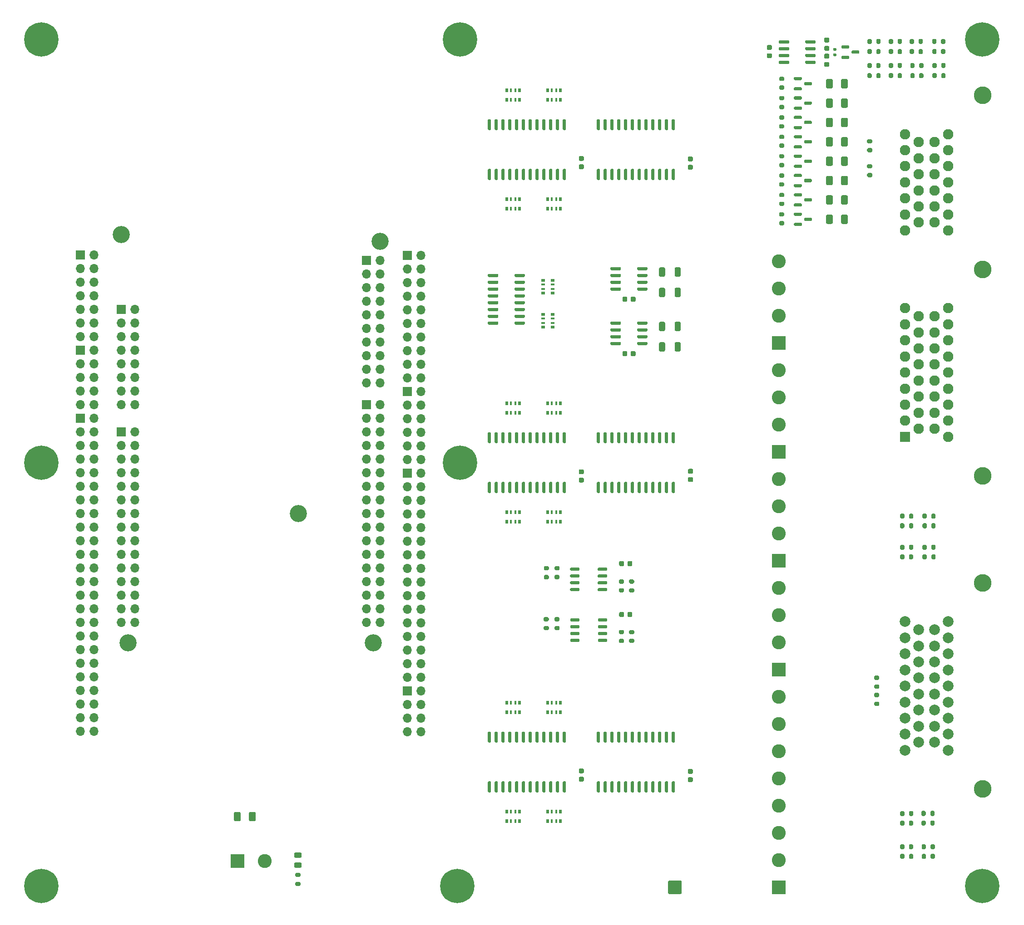
<source format=gts>
G75*
G70*
%OFA0B0*%
%FSLAX25Y25*%
%IPPOS*%
%LPD*%
%AMOC8*
5,1,8,0,0,1.08239X$1,22.5*
%
%ADD10C,0.03150*%
%ADD11C,0.25197*%
%ADD12R,0.07677X0.07677*%
%ADD13C,0.07677*%
%ADD14R,0.06693X0.06693*%
%ADD15O,0.06693X0.06693*%
%ADD16R,0.10236X0.10236*%
%ADD17C,0.10236*%
%ADD18R,0.01969X0.03150*%
%ADD19R,0.01575X0.03150*%
%ADD20R,0.03150X0.01969*%
%ADD21R,0.03150X0.01575*%
%ADD22C,0.07874*%
%ADD28C,0.12992*%
%ADD29C,0.12598*%
X0000000Y0000000D02*
%LPD*%
G01*
D10*
X0309449Y0013780D03*
X0312216Y0020461D03*
X0312216Y0007098D03*
X0318898Y0023228D03*
D11*
X0318898Y0013780D03*
D10*
X0318898Y0004331D03*
X0325579Y0020461D03*
X0325579Y0007098D03*
X0328346Y0013780D03*
G36*
G01*
X0653642Y0060925D02*
X0653642Y0058760D01*
G75*
G02*
X0652854Y0057972I-000787J0000000D01*
G01*
X0651280Y0057972D01*
G75*
G02*
X0650492Y0058760I0000000J0000787D01*
G01*
X0650492Y0060925D01*
G75*
G02*
X0651280Y0061713I0000787J0000000D01*
G01*
X0652854Y0061713D01*
G75*
G02*
X0653642Y0060925I0000000J-000787D01*
G01*
G37*
G36*
G01*
X0647146Y0060925D02*
X0647146Y0058760D01*
G75*
G02*
X0646358Y0057972I-000787J0000000D01*
G01*
X0644783Y0057972D01*
G75*
G02*
X0643996Y0058760I0000000J0000787D01*
G01*
X0643996Y0060925D01*
G75*
G02*
X0644783Y0061713I0000787J0000000D01*
G01*
X0646358Y0061713D01*
G75*
G02*
X0647146Y0060925I0000000J-000787D01*
G01*
G37*
G36*
G01*
X0589665Y0600689D02*
X0589665Y0605610D01*
G75*
G02*
X0590650Y0606594I0000984J0000000D01*
G01*
X0593602Y0606594D01*
G75*
G02*
X0594587Y0605610I0000000J-000984D01*
G01*
X0594587Y0600689D01*
G75*
G02*
X0593602Y0599705I-000984J0000000D01*
G01*
X0590650Y0599705D01*
G75*
G02*
X0589665Y0600689I0000000J0000984D01*
G01*
G37*
G36*
G01*
X0600689Y0600689D02*
X0600689Y0605610D01*
G75*
G02*
X0601673Y0606594I0000984J0000000D01*
G01*
X0604626Y0606594D01*
G75*
G02*
X0605610Y0605610I0000000J-000984D01*
G01*
X0605610Y0600689D01*
G75*
G02*
X0604626Y0599705I-000984J0000000D01*
G01*
X0601673Y0599705D01*
G75*
G02*
X0600689Y0600689I0000000J0000984D01*
G01*
G37*
D28*
X0704724Y0594685D03*
X0704724Y0466732D03*
X0704724Y0315157D03*
D12*
X0647638Y0343701D03*
D13*
X0647638Y0355512D03*
X0647638Y0367323D03*
X0647638Y0379134D03*
X0647638Y0390945D03*
X0647638Y0402756D03*
X0647638Y0414567D03*
X0647638Y0426378D03*
X0647638Y0438189D03*
X0657480Y0349606D03*
X0657480Y0361417D03*
X0657480Y0373228D03*
X0657480Y0385039D03*
X0657480Y0396850D03*
X0657480Y0408661D03*
X0657480Y0420472D03*
X0657480Y0432283D03*
X0669291Y0349606D03*
X0669291Y0361417D03*
X0669291Y0373228D03*
X0669291Y0385039D03*
X0669291Y0396850D03*
X0669291Y0408661D03*
X0669291Y0420472D03*
X0669291Y0432283D03*
X0679134Y0343701D03*
X0679134Y0355512D03*
X0679134Y0367323D03*
X0679134Y0379134D03*
X0679134Y0390945D03*
X0679134Y0402756D03*
X0679134Y0414567D03*
X0679134Y0426378D03*
X0679134Y0438189D03*
X0647638Y0495276D03*
X0647638Y0507087D03*
X0647638Y0518898D03*
X0647638Y0530709D03*
X0647638Y0542520D03*
X0647638Y0554331D03*
X0647638Y0566142D03*
X0657480Y0501181D03*
X0657480Y0512992D03*
X0657480Y0524803D03*
X0657480Y0536614D03*
X0657480Y0548425D03*
X0657480Y0560236D03*
X0669291Y0501181D03*
X0669291Y0512992D03*
X0669291Y0524803D03*
X0669291Y0536614D03*
X0669291Y0548425D03*
X0669291Y0560236D03*
X0679134Y0495276D03*
X0679134Y0507087D03*
X0679134Y0518898D03*
X0679134Y0530709D03*
X0679134Y0542520D03*
X0679134Y0554331D03*
X0679134Y0566142D03*
G36*
G01*
X0677362Y0617618D02*
X0677362Y0615453D01*
G75*
G02*
X0676575Y0614665I-000787J0000000D01*
G01*
X0675000Y0614665D01*
G75*
G02*
X0674213Y0615453I0000000J0000787D01*
G01*
X0674213Y0617618D01*
G75*
G02*
X0675000Y0618406I0000787J0000000D01*
G01*
X0676575Y0618406D01*
G75*
G02*
X0677362Y0617618I0000000J-000787D01*
G01*
G37*
G36*
G01*
X0670866Y0617618D02*
X0670866Y0615453D01*
G75*
G02*
X0670079Y0614665I-000787J0000000D01*
G01*
X0668504Y0614665D01*
G75*
G02*
X0667717Y0615453I0000000J0000787D01*
G01*
X0667717Y0617618D01*
G75*
G02*
X0668504Y0618406I0000787J0000000D01*
G01*
X0670079Y0618406D01*
G75*
G02*
X0670866Y0617618I0000000J-000787D01*
G01*
G37*
D14*
X0252323Y0473165D03*
D15*
X0262323Y0473165D03*
X0252323Y0463165D03*
X0262323Y0463165D03*
X0252323Y0453165D03*
X0262323Y0453165D03*
X0252323Y0443165D03*
X0262323Y0443165D03*
X0252323Y0433165D03*
X0262323Y0433165D03*
X0252323Y0423165D03*
X0262323Y0423165D03*
X0252323Y0413165D03*
X0262323Y0413165D03*
X0252323Y0403165D03*
X0262323Y0403165D03*
X0252323Y0393165D03*
X0262323Y0393165D03*
X0252323Y0383165D03*
X0262323Y0383165D03*
G36*
G01*
X0627953Y0158563D02*
X0625787Y0158563D01*
G75*
G02*
X0625000Y0159350I0000000J0000787D01*
G01*
X0625000Y0160925D01*
G75*
G02*
X0625787Y0161713I0000787J0000000D01*
G01*
X0627953Y0161713D01*
G75*
G02*
X0628740Y0160925I0000000J-000787D01*
G01*
X0628740Y0159350D01*
G75*
G02*
X0627953Y0158563I-000787J0000000D01*
G01*
G37*
G36*
G01*
X0627953Y0165059D02*
X0625787Y0165059D01*
G75*
G02*
X0625000Y0165846I0000000J0000787D01*
G01*
X0625000Y0167421D01*
G75*
G02*
X0625787Y0168209I0000787J0000000D01*
G01*
X0627953Y0168209D01*
G75*
G02*
X0628740Y0167421I0000000J-000787D01*
G01*
X0628740Y0165846D01*
G75*
G02*
X0627953Y0165059I-000787J0000000D01*
G01*
G37*
D14*
X0042323Y0357165D03*
D15*
X0052323Y0357165D03*
X0042323Y0347165D03*
X0052323Y0347165D03*
X0042323Y0337165D03*
X0052323Y0337165D03*
X0042323Y0327165D03*
X0052323Y0327165D03*
X0042323Y0317165D03*
X0052323Y0317165D03*
X0042323Y0307165D03*
X0052323Y0307165D03*
X0042323Y0297165D03*
X0052323Y0297165D03*
X0042323Y0287165D03*
X0052323Y0287165D03*
X0042323Y0277165D03*
X0052323Y0277165D03*
X0042323Y0267165D03*
X0052323Y0267165D03*
X0042323Y0257165D03*
X0052323Y0257165D03*
X0042323Y0247165D03*
X0052323Y0247165D03*
X0042323Y0237165D03*
X0052323Y0237165D03*
X0042323Y0227165D03*
X0052323Y0227165D03*
X0042323Y0217165D03*
X0052323Y0217165D03*
X0042323Y0207165D03*
X0052323Y0207165D03*
X0042323Y0197165D03*
X0052323Y0197165D03*
X0042323Y0187165D03*
X0052323Y0187165D03*
X0042323Y0177165D03*
X0052323Y0177165D03*
X0042323Y0167165D03*
X0052323Y0167165D03*
X0042323Y0157165D03*
X0052323Y0157165D03*
X0042323Y0147165D03*
X0052323Y0147165D03*
X0042323Y0137165D03*
X0052323Y0137165D03*
X0042323Y0127165D03*
X0052323Y0127165D03*
D16*
X0554823Y0252677D03*
D17*
X0554823Y0272677D03*
X0554823Y0292677D03*
X0554823Y0312677D03*
G36*
G01*
X0566093Y0577840D02*
X0566093Y0579021D01*
G75*
G02*
X0566683Y0579612I0000591J0000000D01*
G01*
X0571309Y0579612D01*
G75*
G02*
X0571900Y0579021I0000000J-000591D01*
G01*
X0571900Y0577840D01*
G75*
G02*
X0571309Y0577250I-000591J0000000D01*
G01*
X0566683Y0577250D01*
G75*
G02*
X0566093Y0577840I0000000J0000591D01*
G01*
G37*
G36*
G01*
X0573474Y0574100D02*
X0573474Y0575281D01*
G75*
G02*
X0574065Y0575872I0000591J0000000D01*
G01*
X0578691Y0575872D01*
G75*
G02*
X0579281Y0575281I0000000J-000591D01*
G01*
X0579281Y0574100D01*
G75*
G02*
X0578691Y0573510I-000591J0000000D01*
G01*
X0574065Y0573510D01*
G75*
G02*
X0573474Y0574100I0000000J0000591D01*
G01*
G37*
G36*
G01*
X0566093Y0570360D02*
X0566093Y0571541D01*
G75*
G02*
X0566683Y0572132I0000591J0000000D01*
G01*
X0571309Y0572132D01*
G75*
G02*
X0571900Y0571541I0000000J-000591D01*
G01*
X0571900Y0570360D01*
G75*
G02*
X0571309Y0569769I-000591J0000000D01*
G01*
X0566683Y0569769D01*
G75*
G02*
X0566093Y0570360I0000000J0000591D01*
G01*
G37*
G36*
G01*
X0203765Y0027067D02*
X0200172Y0027067D01*
G75*
G02*
X0199213Y0028027I0000000J0000960D01*
G01*
X0199213Y0029946D01*
G75*
G02*
X0200172Y0030906I0000960J0000000D01*
G01*
X0203765Y0030906D01*
G75*
G02*
X0204724Y0029946I0000000J-000960D01*
G01*
X0204724Y0028027D01*
G75*
G02*
X0203765Y0027067I-000960J0000000D01*
G01*
G37*
G36*
G01*
X0203765Y0034449D02*
X0200172Y0034449D01*
G75*
G02*
X0199213Y0035408I0000000J0000960D01*
G01*
X0199213Y0037328D01*
G75*
G02*
X0200172Y0038287I0000960J0000000D01*
G01*
X0203765Y0038287D01*
G75*
G02*
X0204724Y0037328I0000000J-000960D01*
G01*
X0204724Y0035408D01*
G75*
G02*
X0203765Y0034449I-000960J0000000D01*
G01*
G37*
G36*
G01*
X0653642Y0036516D02*
X0653642Y0034350D01*
G75*
G02*
X0652854Y0033563I-000787J0000000D01*
G01*
X0651280Y0033563D01*
G75*
G02*
X0650492Y0034350I0000000J0000787D01*
G01*
X0650492Y0036516D01*
G75*
G02*
X0651280Y0037303I0000787J0000000D01*
G01*
X0652854Y0037303D01*
G75*
G02*
X0653642Y0036516I0000000J-000787D01*
G01*
G37*
G36*
G01*
X0647146Y0036516D02*
X0647146Y0034350D01*
G75*
G02*
X0646358Y0033563I-000787J0000000D01*
G01*
X0644783Y0033563D01*
G75*
G02*
X0643996Y0034350I0000000J0000787D01*
G01*
X0643996Y0036516D01*
G75*
G02*
X0644783Y0037303I0000787J0000000D01*
G01*
X0646358Y0037303D01*
G75*
G02*
X0647146Y0036516I0000000J-000787D01*
G01*
G37*
D29*
X0262323Y0487165D03*
G36*
G01*
X0635728Y0633169D02*
X0635728Y0635335D01*
G75*
G02*
X0636516Y0636122I0000787J0000000D01*
G01*
X0638091Y0636122D01*
G75*
G02*
X0638878Y0635335I0000000J-000787D01*
G01*
X0638878Y0633169D01*
G75*
G02*
X0638091Y0632382I-000787J0000000D01*
G01*
X0636516Y0632382D01*
G75*
G02*
X0635728Y0633169I0000000J0000787D01*
G01*
G37*
G36*
G01*
X0642224Y0633169D02*
X0642224Y0635335D01*
G75*
G02*
X0643012Y0636122I0000787J0000000D01*
G01*
X0644587Y0636122D01*
G75*
G02*
X0645374Y0635335I0000000J-000787D01*
G01*
X0645374Y0633169D01*
G75*
G02*
X0644587Y0632382I-000787J0000000D01*
G01*
X0643012Y0632382D01*
G75*
G02*
X0642224Y0633169I0000000J0000787D01*
G01*
G37*
G36*
G01*
X0589665Y0543771D02*
X0589665Y0548692D01*
G75*
G02*
X0590650Y0549677I0000984J0000000D01*
G01*
X0593602Y0549677D01*
G75*
G02*
X0594587Y0548692I0000000J-000984D01*
G01*
X0594587Y0543771D01*
G75*
G02*
X0593602Y0542787I-000984J0000000D01*
G01*
X0590650Y0542787D01*
G75*
G02*
X0589665Y0543771I0000000J0000984D01*
G01*
G37*
G36*
G01*
X0600689Y0543771D02*
X0600689Y0548692D01*
G75*
G02*
X0601673Y0549677I0000984J0000000D01*
G01*
X0604626Y0549677D01*
G75*
G02*
X0605610Y0548692I0000000J-000984D01*
G01*
X0605610Y0543771D01*
G75*
G02*
X0604626Y0542787I-000984J0000000D01*
G01*
X0601673Y0542787D01*
G75*
G02*
X0600689Y0543771I0000000J0000984D01*
G01*
G37*
G36*
G01*
X0547047Y0631594D02*
X0549016Y0631594D01*
G75*
G02*
X0549902Y0630709I0000000J-000886D01*
G01*
X0549902Y0628937D01*
G75*
G02*
X0549016Y0628051I-000886J0000000D01*
G01*
X0547047Y0628051D01*
G75*
G02*
X0546161Y0628937I0000000J0000886D01*
G01*
X0546161Y0630709D01*
G75*
G02*
X0547047Y0631594I0000886J0000000D01*
G01*
G37*
G36*
G01*
X0547047Y0625492D02*
X0549016Y0625492D01*
G75*
G02*
X0549902Y0624606I0000000J-000886D01*
G01*
X0549902Y0622835D01*
G75*
G02*
X0549016Y0621949I-000886J0000000D01*
G01*
X0547047Y0621949D01*
G75*
G02*
X0546161Y0622835I0000000J0000886D01*
G01*
X0546161Y0624606D01*
G75*
G02*
X0547047Y0625492I0000886J0000000D01*
G01*
G37*
D16*
X0157500Y0032146D03*
D17*
X0177500Y0032146D03*
G36*
G01*
X0482972Y0467264D02*
X0482972Y0462343D01*
G75*
G02*
X0481988Y0461358I-000984J0000000D01*
G01*
X0479528Y0461358D01*
G75*
G02*
X0478543Y0462343I0000000J0000984D01*
G01*
X0478543Y0467264D01*
G75*
G02*
X0479528Y0468248I0000984J0000000D01*
G01*
X0481988Y0468248D01*
G75*
G02*
X0482972Y0467264I0000000J-000984D01*
G01*
G37*
G36*
G01*
X0471457Y0467264D02*
X0471457Y0462343D01*
G75*
G02*
X0470472Y0461358I-000984J0000000D01*
G01*
X0468012Y0461358D01*
G75*
G02*
X0467028Y0462343I0000000J0000984D01*
G01*
X0467028Y0467264D01*
G75*
G02*
X0468012Y0468248I0000984J0000000D01*
G01*
X0470472Y0468248D01*
G75*
G02*
X0471457Y0467264I0000000J-000984D01*
G01*
G37*
D18*
X0355276Y0061260D03*
D19*
X0358425Y0061260D03*
X0361575Y0061260D03*
D18*
X0364724Y0061260D03*
X0364724Y0068346D03*
D19*
X0361575Y0068346D03*
X0358425Y0068346D03*
D18*
X0355276Y0068346D03*
G36*
G01*
X0449823Y0445787D02*
X0449823Y0443819D01*
G75*
G02*
X0448937Y0442933I-000886J0000000D01*
G01*
X0447165Y0442933D01*
G75*
G02*
X0446280Y0443819I0000000J0000886D01*
G01*
X0446280Y0445787D01*
G75*
G02*
X0447165Y0446673I0000886J0000000D01*
G01*
X0448937Y0446673D01*
G75*
G02*
X0449823Y0445787I0000000J-000886D01*
G01*
G37*
G36*
G01*
X0443720Y0445787D02*
X0443720Y0443819D01*
G75*
G02*
X0442835Y0442933I-000886J0000000D01*
G01*
X0441063Y0442933D01*
G75*
G02*
X0440177Y0443819I0000000J0000886D01*
G01*
X0440177Y0445787D01*
G75*
G02*
X0441063Y0446673I0000886J0000000D01*
G01*
X0442835Y0446673D01*
G75*
G02*
X0443720Y0445787I0000000J-000886D01*
G01*
G37*
X0364724Y0148346D03*
D19*
X0361575Y0148346D03*
X0358425Y0148346D03*
D18*
X0355276Y0148346D03*
X0355276Y0141260D03*
D19*
X0358425Y0141260D03*
X0361575Y0141260D03*
D18*
X0364724Y0141260D03*
G36*
G01*
X0482972Y0412264D02*
X0482972Y0407343D01*
G75*
G02*
X0481988Y0406358I-000984J0000000D01*
G01*
X0479528Y0406358D01*
G75*
G02*
X0478543Y0407343I0000000J0000984D01*
G01*
X0478543Y0412264D01*
G75*
G02*
X0479528Y0413248I0000984J0000000D01*
G01*
X0481988Y0413248D01*
G75*
G02*
X0482972Y0412264I0000000J-000984D01*
G01*
G37*
G36*
G01*
X0471457Y0412264D02*
X0471457Y0407343D01*
G75*
G02*
X0470472Y0406358I-000984J0000000D01*
G01*
X0468012Y0406358D01*
G75*
G02*
X0467028Y0407343I0000000J0000984D01*
G01*
X0467028Y0412264D01*
G75*
G02*
X0468012Y0413248I0000984J0000000D01*
G01*
X0470472Y0413248D01*
G75*
G02*
X0471457Y0412264I0000000J-000984D01*
G01*
G37*
G36*
G01*
X0670079Y0279429D02*
X0670079Y0277264D01*
G75*
G02*
X0669291Y0276476I-000787J0000000D01*
G01*
X0667717Y0276476D01*
G75*
G02*
X0666929Y0277264I0000000J0000787D01*
G01*
X0666929Y0279429D01*
G75*
G02*
X0667717Y0280217I0000787J0000000D01*
G01*
X0669291Y0280217D01*
G75*
G02*
X0670079Y0279429I0000000J-000787D01*
G01*
G37*
G36*
G01*
X0663583Y0279429D02*
X0663583Y0277264D01*
G75*
G02*
X0662795Y0276476I-000787J0000000D01*
G01*
X0661220Y0276476D01*
G75*
G02*
X0660433Y0277264I0000000J0000787D01*
G01*
X0660433Y0279429D01*
G75*
G02*
X0661220Y0280217I0000787J0000000D01*
G01*
X0662795Y0280217D01*
G75*
G02*
X0663583Y0279429I0000000J-000787D01*
G01*
G37*
D14*
X0072323Y0347165D03*
D15*
X0082323Y0347165D03*
X0072323Y0337165D03*
X0082323Y0337165D03*
X0072323Y0327165D03*
X0082323Y0327165D03*
X0072323Y0317165D03*
X0082323Y0317165D03*
X0072323Y0307165D03*
X0082323Y0307165D03*
X0072323Y0297165D03*
X0082323Y0297165D03*
X0072323Y0287165D03*
X0082323Y0287165D03*
X0072323Y0277165D03*
X0082323Y0277165D03*
X0072323Y0267165D03*
X0082323Y0267165D03*
X0072323Y0257165D03*
X0082323Y0257165D03*
X0072323Y0247165D03*
X0082323Y0247165D03*
X0072323Y0237165D03*
X0082323Y0237165D03*
X0072323Y0227165D03*
X0082323Y0227165D03*
X0072323Y0217165D03*
X0082323Y0217165D03*
X0072323Y0207165D03*
X0082323Y0207165D03*
G36*
G01*
X0401772Y0245886D02*
X0401772Y0247067D01*
G75*
G02*
X0402362Y0247657I0000591J0000000D01*
G01*
X0408071Y0247657D01*
G75*
G02*
X0408661Y0247067I0000000J-000591D01*
G01*
X0408661Y0245886D01*
G75*
G02*
X0408071Y0245295I-000591J0000000D01*
G01*
X0402362Y0245295D01*
G75*
G02*
X0401772Y0245886I0000000J0000591D01*
G01*
G37*
G36*
G01*
X0401772Y0240886D02*
X0401772Y0242067D01*
G75*
G02*
X0402362Y0242657I0000591J0000000D01*
G01*
X0408071Y0242657D01*
G75*
G02*
X0408661Y0242067I0000000J-000591D01*
G01*
X0408661Y0240886D01*
G75*
G02*
X0408071Y0240295I-000591J0000000D01*
G01*
X0402362Y0240295D01*
G75*
G02*
X0401772Y0240886I0000000J0000591D01*
G01*
G37*
G36*
G01*
X0401772Y0235886D02*
X0401772Y0237067D01*
G75*
G02*
X0402362Y0237657I0000591J0000000D01*
G01*
X0408071Y0237657D01*
G75*
G02*
X0408661Y0237067I0000000J-000591D01*
G01*
X0408661Y0235886D01*
G75*
G02*
X0408071Y0235295I-000591J0000000D01*
G01*
X0402362Y0235295D01*
G75*
G02*
X0401772Y0235886I0000000J0000591D01*
G01*
G37*
G36*
G01*
X0401772Y0230886D02*
X0401772Y0232067D01*
G75*
G02*
X0402362Y0232657I0000591J0000000D01*
G01*
X0408071Y0232657D01*
G75*
G02*
X0408661Y0232067I0000000J-000591D01*
G01*
X0408661Y0230886D01*
G75*
G02*
X0408071Y0230295I-000591J0000000D01*
G01*
X0402362Y0230295D01*
G75*
G02*
X0401772Y0230886I0000000J0000591D01*
G01*
G37*
G36*
G01*
X0422047Y0230886D02*
X0422047Y0232067D01*
G75*
G02*
X0422638Y0232657I0000591J0000000D01*
G01*
X0428346Y0232657D01*
G75*
G02*
X0428937Y0232067I0000000J-000591D01*
G01*
X0428937Y0230886D01*
G75*
G02*
X0428346Y0230295I-000591J0000000D01*
G01*
X0422638Y0230295D01*
G75*
G02*
X0422047Y0230886I0000000J0000591D01*
G01*
G37*
G36*
G01*
X0422047Y0235886D02*
X0422047Y0237067D01*
G75*
G02*
X0422638Y0237657I0000591J0000000D01*
G01*
X0428346Y0237657D01*
G75*
G02*
X0428937Y0237067I0000000J-000591D01*
G01*
X0428937Y0235886D01*
G75*
G02*
X0428346Y0235295I-000591J0000000D01*
G01*
X0422638Y0235295D01*
G75*
G02*
X0422047Y0235886I0000000J0000591D01*
G01*
G37*
G36*
G01*
X0422047Y0240886D02*
X0422047Y0242067D01*
G75*
G02*
X0422638Y0242657I0000591J0000000D01*
G01*
X0428346Y0242657D01*
G75*
G02*
X0428937Y0242067I0000000J-000591D01*
G01*
X0428937Y0240886D01*
G75*
G02*
X0428346Y0240295I-000591J0000000D01*
G01*
X0422638Y0240295D01*
G75*
G02*
X0422047Y0240886I0000000J0000591D01*
G01*
G37*
G36*
G01*
X0422047Y0245886D02*
X0422047Y0247067D01*
G75*
G02*
X0422638Y0247657I0000591J0000000D01*
G01*
X0428346Y0247657D01*
G75*
G02*
X0428937Y0247067I0000000J-000591D01*
G01*
X0428937Y0245886D01*
G75*
G02*
X0428346Y0245295I-000591J0000000D01*
G01*
X0422638Y0245295D01*
G75*
G02*
X0422047Y0245886I0000000J0000591D01*
G01*
G37*
G36*
G01*
X0600886Y0629528D02*
X0600886Y0630709D01*
G75*
G02*
X0601476Y0631299I0000591J0000000D01*
G01*
X0606102Y0631299D01*
G75*
G02*
X0606693Y0630709I0000000J-000591D01*
G01*
X0606693Y0629528D01*
G75*
G02*
X0606102Y0628937I-000591J0000000D01*
G01*
X0601476Y0628937D01*
G75*
G02*
X0600886Y0629528I0000000J0000591D01*
G01*
G37*
G36*
G01*
X0600886Y0622047D02*
X0600886Y0623228D01*
G75*
G02*
X0601476Y0623819I0000591J0000000D01*
G01*
X0606102Y0623819D01*
G75*
G02*
X0606693Y0623228I0000000J-000591D01*
G01*
X0606693Y0622047D01*
G75*
G02*
X0606102Y0621457I-000591J0000000D01*
G01*
X0601476Y0621457D01*
G75*
G02*
X0600886Y0622047I0000000J0000591D01*
G01*
G37*
G36*
G01*
X0608268Y0625787D02*
X0608268Y0626969D01*
G75*
G02*
X0608858Y0627559I0000591J0000000D01*
G01*
X0613484Y0627559D01*
G75*
G02*
X0614075Y0626969I0000000J-000591D01*
G01*
X0614075Y0625787D01*
G75*
G02*
X0613484Y0625197I-000591J0000000D01*
G01*
X0608858Y0625197D01*
G75*
G02*
X0608268Y0625787I0000000J0000591D01*
G01*
G37*
D14*
X0282323Y0317087D03*
D15*
X0292323Y0317087D03*
X0282323Y0307087D03*
X0292323Y0307087D03*
X0282323Y0297087D03*
X0292323Y0297087D03*
X0282323Y0287087D03*
X0292323Y0287087D03*
X0282323Y0277087D03*
X0292323Y0277087D03*
X0282323Y0267087D03*
X0292323Y0267087D03*
X0282323Y0257087D03*
X0292323Y0257087D03*
X0282323Y0247087D03*
X0292323Y0247087D03*
X0282323Y0237087D03*
X0292323Y0237087D03*
X0282323Y0227087D03*
X0292323Y0227087D03*
X0282323Y0217087D03*
X0292323Y0217087D03*
X0282323Y0207087D03*
X0292323Y0207087D03*
X0282323Y0197087D03*
X0292323Y0197087D03*
X0282323Y0187087D03*
X0292323Y0187087D03*
X0282323Y0177087D03*
X0292323Y0177087D03*
X0282323Y0167087D03*
X0292323Y0167087D03*
G36*
G01*
X0401850Y0208642D02*
X0401850Y0209823D01*
G75*
G02*
X0402441Y0210413I0000591J0000000D01*
G01*
X0408150Y0210413D01*
G75*
G02*
X0408740Y0209823I0000000J-000591D01*
G01*
X0408740Y0208642D01*
G75*
G02*
X0408150Y0208051I-000591J0000000D01*
G01*
X0402441Y0208051D01*
G75*
G02*
X0401850Y0208642I0000000J0000591D01*
G01*
G37*
G36*
G01*
X0401850Y0203642D02*
X0401850Y0204823D01*
G75*
G02*
X0402441Y0205413I0000591J0000000D01*
G01*
X0408150Y0205413D01*
G75*
G02*
X0408740Y0204823I0000000J-000591D01*
G01*
X0408740Y0203642D01*
G75*
G02*
X0408150Y0203051I-000591J0000000D01*
G01*
X0402441Y0203051D01*
G75*
G02*
X0401850Y0203642I0000000J0000591D01*
G01*
G37*
G36*
G01*
X0401850Y0198642D02*
X0401850Y0199823D01*
G75*
G02*
X0402441Y0200413I0000591J0000000D01*
G01*
X0408150Y0200413D01*
G75*
G02*
X0408740Y0199823I0000000J-000591D01*
G01*
X0408740Y0198642D01*
G75*
G02*
X0408150Y0198051I-000591J0000000D01*
G01*
X0402441Y0198051D01*
G75*
G02*
X0401850Y0198642I0000000J0000591D01*
G01*
G37*
G36*
G01*
X0401850Y0193642D02*
X0401850Y0194823D01*
G75*
G02*
X0402441Y0195413I0000591J0000000D01*
G01*
X0408150Y0195413D01*
G75*
G02*
X0408740Y0194823I0000000J-000591D01*
G01*
X0408740Y0193642D01*
G75*
G02*
X0408150Y0193051I-000591J0000000D01*
G01*
X0402441Y0193051D01*
G75*
G02*
X0401850Y0193642I0000000J0000591D01*
G01*
G37*
G36*
G01*
X0422126Y0193642D02*
X0422126Y0194823D01*
G75*
G02*
X0422717Y0195413I0000591J0000000D01*
G01*
X0428425Y0195413D01*
G75*
G02*
X0429016Y0194823I0000000J-000591D01*
G01*
X0429016Y0193642D01*
G75*
G02*
X0428425Y0193051I-000591J0000000D01*
G01*
X0422717Y0193051D01*
G75*
G02*
X0422126Y0193642I0000000J0000591D01*
G01*
G37*
G36*
G01*
X0422126Y0198642D02*
X0422126Y0199823D01*
G75*
G02*
X0422717Y0200413I0000591J0000000D01*
G01*
X0428425Y0200413D01*
G75*
G02*
X0429016Y0199823I0000000J-000591D01*
G01*
X0429016Y0198642D01*
G75*
G02*
X0428425Y0198051I-000591J0000000D01*
G01*
X0422717Y0198051D01*
G75*
G02*
X0422126Y0198642I0000000J0000591D01*
G01*
G37*
G36*
G01*
X0422126Y0203642D02*
X0422126Y0204823D01*
G75*
G02*
X0422717Y0205413I0000591J0000000D01*
G01*
X0428425Y0205413D01*
G75*
G02*
X0429016Y0204823I0000000J-000591D01*
G01*
X0429016Y0203642D01*
G75*
G02*
X0428425Y0203051I-000591J0000000D01*
G01*
X0422717Y0203051D01*
G75*
G02*
X0422126Y0203642I0000000J0000591D01*
G01*
G37*
G36*
G01*
X0422126Y0208642D02*
X0422126Y0209823D01*
G75*
G02*
X0422717Y0210413I0000591J0000000D01*
G01*
X0428425Y0210413D01*
G75*
G02*
X0429016Y0209823I0000000J-000591D01*
G01*
X0429016Y0208642D01*
G75*
G02*
X0428425Y0208051I-000591J0000000D01*
G01*
X0422717Y0208051D01*
G75*
G02*
X0422126Y0208642I0000000J0000591D01*
G01*
G37*
G36*
G01*
X0170965Y0067106D02*
X0170965Y0062185D01*
G75*
G02*
X0169980Y0061201I-000984J0000000D01*
G01*
X0167028Y0061201D01*
G75*
G02*
X0166043Y0062185I0000000J0000984D01*
G01*
X0166043Y0067106D01*
G75*
G02*
X0167028Y0068091I0000984J0000000D01*
G01*
X0169980Y0068091D01*
G75*
G02*
X0170965Y0067106I0000000J-000984D01*
G01*
G37*
G36*
G01*
X0159941Y0067106D02*
X0159941Y0062185D01*
G75*
G02*
X0158957Y0061201I-000984J0000000D01*
G01*
X0156004Y0061201D01*
G75*
G02*
X0155020Y0062185I0000000J0000984D01*
G01*
X0155020Y0067106D01*
G75*
G02*
X0156004Y0068091I0000984J0000000D01*
G01*
X0158957Y0068091D01*
G75*
G02*
X0159941Y0067106I0000000J-000984D01*
G01*
G37*
G36*
G01*
X0383248Y0248681D02*
X0385413Y0248681D01*
G75*
G02*
X0386201Y0247894I0000000J-000787D01*
G01*
X0386201Y0246319D01*
G75*
G02*
X0385413Y0245531I-000787J0000000D01*
G01*
X0383248Y0245531D01*
G75*
G02*
X0382461Y0246319I0000000J0000787D01*
G01*
X0382461Y0247894D01*
G75*
G02*
X0383248Y0248681I0000787J0000000D01*
G01*
G37*
G36*
G01*
X0383248Y0242185D02*
X0385413Y0242185D01*
G75*
G02*
X0386201Y0241398I0000000J-000787D01*
G01*
X0386201Y0239823D01*
G75*
G02*
X0385413Y0239035I-000787J0000000D01*
G01*
X0383248Y0239035D01*
G75*
G02*
X0382461Y0239823I0000000J0000787D01*
G01*
X0382461Y0241398D01*
G75*
G02*
X0383248Y0242185I0000787J0000000D01*
G01*
G37*
D29*
X0257323Y0192165D03*
G36*
G01*
X0619980Y0625689D02*
X0619980Y0627854D01*
G75*
G02*
X0620768Y0628642I0000787J0000000D01*
G01*
X0622343Y0628642D01*
G75*
G02*
X0623130Y0627854I0000000J-000787D01*
G01*
X0623130Y0625689D01*
G75*
G02*
X0622343Y0624902I-000787J0000000D01*
G01*
X0620768Y0624902D01*
G75*
G02*
X0619980Y0625689I0000000J0000787D01*
G01*
G37*
G36*
G01*
X0626476Y0625689D02*
X0626476Y0627854D01*
G75*
G02*
X0627264Y0628642I0000787J0000000D01*
G01*
X0628839Y0628642D01*
G75*
G02*
X0629626Y0627854I0000000J-000787D01*
G01*
X0629626Y0625689D01*
G75*
G02*
X0628839Y0624902I-000787J0000000D01*
G01*
X0627264Y0624902D01*
G75*
G02*
X0626476Y0625689I0000000J0000787D01*
G01*
G37*
G36*
G01*
X0660433Y0254429D02*
X0660433Y0256594D01*
G75*
G02*
X0661220Y0257382I0000787J0000000D01*
G01*
X0662795Y0257382D01*
G75*
G02*
X0663583Y0256594I0000000J-000787D01*
G01*
X0663583Y0254429D01*
G75*
G02*
X0662795Y0253642I-000787J0000000D01*
G01*
X0661220Y0253642D01*
G75*
G02*
X0660433Y0254429I0000000J0000787D01*
G01*
G37*
G36*
G01*
X0666929Y0254429D02*
X0666929Y0256594D01*
G75*
G02*
X0667717Y0257382I0000787J0000000D01*
G01*
X0669291Y0257382D01*
G75*
G02*
X0670079Y0256594I0000000J-000787D01*
G01*
X0670079Y0254429D01*
G75*
G02*
X0669291Y0253642I-000787J0000000D01*
G01*
X0667717Y0253642D01*
G75*
G02*
X0666929Y0254429I0000000J0000787D01*
G01*
G37*
G36*
G01*
X0566093Y0563611D02*
X0566093Y0564792D01*
G75*
G02*
X0566683Y0565382I0000591J0000000D01*
G01*
X0571309Y0565382D01*
G75*
G02*
X0571900Y0564792I0000000J-000591D01*
G01*
X0571900Y0563611D01*
G75*
G02*
X0571309Y0563020I-000591J0000000D01*
G01*
X0566683Y0563020D01*
G75*
G02*
X0566093Y0563611I0000000J0000591D01*
G01*
G37*
G36*
G01*
X0573474Y0559871D02*
X0573474Y0561052D01*
G75*
G02*
X0574065Y0561642I0000591J0000000D01*
G01*
X0578691Y0561642D01*
G75*
G02*
X0579281Y0561052I0000000J-000591D01*
G01*
X0579281Y0559871D01*
G75*
G02*
X0578691Y0559280I-000591J0000000D01*
G01*
X0574065Y0559280D01*
G75*
G02*
X0573474Y0559871I0000000J0000591D01*
G01*
G37*
G36*
G01*
X0566093Y0556130D02*
X0566093Y0557312D01*
G75*
G02*
X0566683Y0557902I0000591J0000000D01*
G01*
X0571309Y0557902D01*
G75*
G02*
X0571900Y0557312I0000000J-000591D01*
G01*
X0571900Y0556130D01*
G75*
G02*
X0571309Y0555540I-000591J0000000D01*
G01*
X0566683Y0555540D01*
G75*
G02*
X0566093Y0556130I0000000J0000591D01*
G01*
G37*
D10*
X0311417Y0324803D03*
X0314185Y0331484D03*
X0314185Y0318122D03*
X0320866Y0334252D03*
D11*
X0320866Y0324803D03*
D10*
X0320866Y0315354D03*
X0327547Y0331484D03*
X0327547Y0318122D03*
X0330315Y0324803D03*
D14*
X0072323Y0437165D03*
D15*
X0082323Y0437165D03*
X0072323Y0427165D03*
X0082323Y0427165D03*
X0072323Y0417165D03*
X0082323Y0417165D03*
X0072323Y0407165D03*
X0082323Y0407165D03*
X0072323Y0397165D03*
X0082323Y0397165D03*
X0072323Y0387165D03*
X0082323Y0387165D03*
X0072323Y0377165D03*
X0082323Y0377165D03*
X0072323Y0367165D03*
X0082323Y0367165D03*
G36*
G01*
X0659646Y0065945D02*
X0659646Y0068110D01*
G75*
G02*
X0660433Y0068898I0000787J0000000D01*
G01*
X0662008Y0068898D01*
G75*
G02*
X0662795Y0068110I0000000J-000787D01*
G01*
X0662795Y0065945D01*
G75*
G02*
X0662008Y0065157I-000787J0000000D01*
G01*
X0660433Y0065157D01*
G75*
G02*
X0659646Y0065945I0000000J0000787D01*
G01*
G37*
G36*
G01*
X0666142Y0065945D02*
X0666142Y0068110D01*
G75*
G02*
X0666929Y0068898I0000787J0000000D01*
G01*
X0668504Y0068898D01*
G75*
G02*
X0669291Y0068110I0000000J-000787D01*
G01*
X0669291Y0065945D01*
G75*
G02*
X0668504Y0065157I-000787J0000000D01*
G01*
X0666929Y0065157D01*
G75*
G02*
X0666142Y0065945I0000000J0000787D01*
G01*
G37*
G36*
G01*
X0558169Y0541803D02*
X0556004Y0541803D01*
G75*
G02*
X0555217Y0542590I0000000J0000787D01*
G01*
X0555217Y0544165D01*
G75*
G02*
X0556004Y0544952I0000787J0000000D01*
G01*
X0558169Y0544952D01*
G75*
G02*
X0558957Y0544165I0000000J-000787D01*
G01*
X0558957Y0542590D01*
G75*
G02*
X0558169Y0541803I-000787J0000000D01*
G01*
G37*
G36*
G01*
X0558169Y0548299D02*
X0556004Y0548299D01*
G75*
G02*
X0555217Y0549086I0000000J0000787D01*
G01*
X0555217Y0550661D01*
G75*
G02*
X0556004Y0551448I0000787J0000000D01*
G01*
X0558169Y0551448D01*
G75*
G02*
X0558957Y0550661I0000000J-000787D01*
G01*
X0558957Y0549086D01*
G75*
G02*
X0558169Y0548299I-000787J0000000D01*
G01*
G37*
D16*
X0554823Y0332677D03*
D17*
X0554823Y0352677D03*
X0554823Y0372677D03*
X0554823Y0392677D03*
G36*
G01*
X0449823Y0405787D02*
X0449823Y0403819D01*
G75*
G02*
X0448937Y0402933I-000886J0000000D01*
G01*
X0447165Y0402933D01*
G75*
G02*
X0446280Y0403819I0000000J0000886D01*
G01*
X0446280Y0405787D01*
G75*
G02*
X0447165Y0406673I0000886J0000000D01*
G01*
X0448937Y0406673D01*
G75*
G02*
X0449823Y0405787I0000000J-000886D01*
G01*
G37*
G36*
G01*
X0443720Y0405787D02*
X0443720Y0403819D01*
G75*
G02*
X0442835Y0402933I-000886J0000000D01*
G01*
X0441063Y0402933D01*
G75*
G02*
X0440177Y0403819I0000000J0000886D01*
G01*
X0440177Y0405787D01*
G75*
G02*
X0441063Y0406673I0000886J0000000D01*
G01*
X0442835Y0406673D01*
G75*
G02*
X0443720Y0405787I0000000J-000886D01*
G01*
G37*
D16*
X0554823Y0412677D03*
D17*
X0554823Y0432677D03*
X0554823Y0452677D03*
X0554823Y0472677D03*
G36*
G01*
X0619980Y0615453D02*
X0619980Y0617618D01*
G75*
G02*
X0620768Y0618406I0000787J0000000D01*
G01*
X0622343Y0618406D01*
G75*
G02*
X0623130Y0617618I0000000J-000787D01*
G01*
X0623130Y0615453D01*
G75*
G02*
X0622343Y0614665I-000787J0000000D01*
G01*
X0620768Y0614665D01*
G75*
G02*
X0619980Y0615453I0000000J0000787D01*
G01*
G37*
G36*
G01*
X0626476Y0615453D02*
X0626476Y0617618D01*
G75*
G02*
X0627264Y0618406I0000787J0000000D01*
G01*
X0628839Y0618406D01*
G75*
G02*
X0629626Y0617618I0000000J-000787D01*
G01*
X0629626Y0615453D01*
G75*
G02*
X0628839Y0614665I-000787J0000000D01*
G01*
X0627264Y0614665D01*
G75*
G02*
X0626476Y0615453I0000000J0000787D01*
G01*
G37*
G36*
G01*
X0489016Y0549626D02*
X0490984Y0549626D01*
G75*
G02*
X0491870Y0548740I0000000J-000886D01*
G01*
X0491870Y0546969D01*
G75*
G02*
X0490984Y0546083I-000886J0000000D01*
G01*
X0489016Y0546083D01*
G75*
G02*
X0488130Y0546969I0000000J0000886D01*
G01*
X0488130Y0548740D01*
G75*
G02*
X0489016Y0549626I0000886J0000000D01*
G01*
G37*
G36*
G01*
X0489016Y0543524D02*
X0490984Y0543524D01*
G75*
G02*
X0491870Y0542638I0000000J-000886D01*
G01*
X0491870Y0540866D01*
G75*
G02*
X0490984Y0539980I-000886J0000000D01*
G01*
X0489016Y0539980D01*
G75*
G02*
X0488130Y0540866I0000000J0000886D01*
G01*
X0488130Y0542638D01*
G75*
G02*
X0489016Y0543524I0000886J0000000D01*
G01*
G37*
G36*
G01*
X0554921Y0633287D02*
X0554921Y0634469D01*
G75*
G02*
X0555512Y0635059I0000591J0000000D01*
G01*
X0562008Y0635059D01*
G75*
G02*
X0562598Y0634469I0000000J-000591D01*
G01*
X0562598Y0633287D01*
G75*
G02*
X0562008Y0632697I-000591J0000000D01*
G01*
X0555512Y0632697D01*
G75*
G02*
X0554921Y0633287I0000000J0000591D01*
G01*
G37*
G36*
G01*
X0554921Y0628287D02*
X0554921Y0629469D01*
G75*
G02*
X0555512Y0630059I0000591J0000000D01*
G01*
X0562008Y0630059D01*
G75*
G02*
X0562598Y0629469I0000000J-000591D01*
G01*
X0562598Y0628287D01*
G75*
G02*
X0562008Y0627697I-000591J0000000D01*
G01*
X0555512Y0627697D01*
G75*
G02*
X0554921Y0628287I0000000J0000591D01*
G01*
G37*
G36*
G01*
X0554921Y0623287D02*
X0554921Y0624469D01*
G75*
G02*
X0555512Y0625059I0000591J0000000D01*
G01*
X0562008Y0625059D01*
G75*
G02*
X0562598Y0624469I0000000J-000591D01*
G01*
X0562598Y0623287D01*
G75*
G02*
X0562008Y0622697I-000591J0000000D01*
G01*
X0555512Y0622697D01*
G75*
G02*
X0554921Y0623287I0000000J0000591D01*
G01*
G37*
G36*
G01*
X0554921Y0618287D02*
X0554921Y0619469D01*
G75*
G02*
X0555512Y0620059I0000591J0000000D01*
G01*
X0562008Y0620059D01*
G75*
G02*
X0562598Y0619469I0000000J-000591D01*
G01*
X0562598Y0618287D01*
G75*
G02*
X0562008Y0617697I-000591J0000000D01*
G01*
X0555512Y0617697D01*
G75*
G02*
X0554921Y0618287I0000000J0000591D01*
G01*
G37*
G36*
G01*
X0574409Y0618287D02*
X0574409Y0619469D01*
G75*
G02*
X0575000Y0620059I0000591J0000000D01*
G01*
X0581496Y0620059D01*
G75*
G02*
X0582087Y0619469I0000000J-000591D01*
G01*
X0582087Y0618287D01*
G75*
G02*
X0581496Y0617697I-000591J0000000D01*
G01*
X0575000Y0617697D01*
G75*
G02*
X0574409Y0618287I0000000J0000591D01*
G01*
G37*
G36*
G01*
X0574409Y0623287D02*
X0574409Y0624469D01*
G75*
G02*
X0575000Y0625059I0000591J0000000D01*
G01*
X0581496Y0625059D01*
G75*
G02*
X0582087Y0624469I0000000J-000591D01*
G01*
X0582087Y0623287D01*
G75*
G02*
X0581496Y0622697I-000591J0000000D01*
G01*
X0575000Y0622697D01*
G75*
G02*
X0574409Y0623287I0000000J0000591D01*
G01*
G37*
G36*
G01*
X0574409Y0628287D02*
X0574409Y0629469D01*
G75*
G02*
X0575000Y0630059I0000591J0000000D01*
G01*
X0581496Y0630059D01*
G75*
G02*
X0582087Y0629469I0000000J-000591D01*
G01*
X0582087Y0628287D01*
G75*
G02*
X0581496Y0627697I-000591J0000000D01*
G01*
X0575000Y0627697D01*
G75*
G02*
X0574409Y0628287I0000000J0000591D01*
G01*
G37*
G36*
G01*
X0574409Y0633287D02*
X0574409Y0634469D01*
G75*
G02*
X0575000Y0635059I0000591J0000000D01*
G01*
X0581496Y0635059D01*
G75*
G02*
X0582087Y0634469I0000000J-000591D01*
G01*
X0582087Y0633287D01*
G75*
G02*
X0581496Y0632697I-000591J0000000D01*
G01*
X0575000Y0632697D01*
G75*
G02*
X0574409Y0633287I0000000J0000591D01*
G01*
G37*
D16*
X0554823Y0012677D03*
D17*
X0554823Y0032677D03*
X0554823Y0052677D03*
X0554823Y0072677D03*
X0554823Y0092677D03*
X0554823Y0112677D03*
X0554823Y0132677D03*
X0554823Y0152677D03*
G36*
G01*
X0445846Y0238937D02*
X0448012Y0238937D01*
G75*
G02*
X0448799Y0238150I0000000J-000787D01*
G01*
X0448799Y0236575D01*
G75*
G02*
X0448012Y0235787I-000787J0000000D01*
G01*
X0445846Y0235787D01*
G75*
G02*
X0445059Y0236575I0000000J0000787D01*
G01*
X0445059Y0238150D01*
G75*
G02*
X0445846Y0238937I0000787J0000000D01*
G01*
G37*
G36*
G01*
X0445846Y0232441D02*
X0448012Y0232441D01*
G75*
G02*
X0448799Y0231654I0000000J-000787D01*
G01*
X0448799Y0230079D01*
G75*
G02*
X0448012Y0229291I-000787J0000000D01*
G01*
X0445846Y0229291D01*
G75*
G02*
X0445059Y0230079I0000000J0000787D01*
G01*
X0445059Y0231654D01*
G75*
G02*
X0445846Y0232441I0000787J0000000D01*
G01*
G37*
G36*
G01*
X0627953Y0145965D02*
X0625787Y0145965D01*
G75*
G02*
X0625000Y0146752I0000000J0000787D01*
G01*
X0625000Y0148327D01*
G75*
G02*
X0625787Y0149114I0000787J0000000D01*
G01*
X0627953Y0149114D01*
G75*
G02*
X0628740Y0148327I0000000J-000787D01*
G01*
X0628740Y0146752D01*
G75*
G02*
X0627953Y0145965I-000787J0000000D01*
G01*
G37*
G36*
G01*
X0627953Y0152461D02*
X0625787Y0152461D01*
G75*
G02*
X0625000Y0153248I0000000J0000787D01*
G01*
X0625000Y0154823D01*
G75*
G02*
X0625787Y0155610I0000787J0000000D01*
G01*
X0627953Y0155610D01*
G75*
G02*
X0628740Y0154823I0000000J-000787D01*
G01*
X0628740Y0153248D01*
G75*
G02*
X0627953Y0152461I-000787J0000000D01*
G01*
G37*
D10*
X0694938Y0013780D03*
X0697705Y0020461D03*
X0697705Y0007098D03*
X0704387Y0023228D03*
D11*
X0704387Y0013780D03*
D10*
X0704387Y0004331D03*
X0711068Y0020461D03*
X0711068Y0007098D03*
X0713835Y0013780D03*
G36*
G01*
X0476909Y0577146D02*
X0478091Y0577146D01*
G75*
G02*
X0478681Y0576555I0000000J-000591D01*
G01*
X0478681Y0569665D01*
G75*
G02*
X0478091Y0569075I-000591J0000000D01*
G01*
X0476909Y0569075D01*
G75*
G02*
X0476319Y0569665I0000000J0000591D01*
G01*
X0476319Y0576555D01*
G75*
G02*
X0476909Y0577146I0000591J0000000D01*
G01*
G37*
G36*
G01*
X0471909Y0577146D02*
X0473091Y0577146D01*
G75*
G02*
X0473681Y0576555I0000000J-000591D01*
G01*
X0473681Y0569665D01*
G75*
G02*
X0473091Y0569075I-000591J0000000D01*
G01*
X0471909Y0569075D01*
G75*
G02*
X0471319Y0569665I0000000J0000591D01*
G01*
X0471319Y0576555D01*
G75*
G02*
X0471909Y0577146I0000591J0000000D01*
G01*
G37*
G36*
G01*
X0466909Y0577146D02*
X0468091Y0577146D01*
G75*
G02*
X0468681Y0576555I0000000J-000591D01*
G01*
X0468681Y0569665D01*
G75*
G02*
X0468091Y0569075I-000591J0000000D01*
G01*
X0466909Y0569075D01*
G75*
G02*
X0466319Y0569665I0000000J0000591D01*
G01*
X0466319Y0576555D01*
G75*
G02*
X0466909Y0577146I0000591J0000000D01*
G01*
G37*
G36*
G01*
X0461909Y0577146D02*
X0463091Y0577146D01*
G75*
G02*
X0463681Y0576555I0000000J-000591D01*
G01*
X0463681Y0569665D01*
G75*
G02*
X0463091Y0569075I-000591J0000000D01*
G01*
X0461909Y0569075D01*
G75*
G02*
X0461319Y0569665I0000000J0000591D01*
G01*
X0461319Y0576555D01*
G75*
G02*
X0461909Y0577146I0000591J0000000D01*
G01*
G37*
G36*
G01*
X0456909Y0577146D02*
X0458091Y0577146D01*
G75*
G02*
X0458681Y0576555I0000000J-000591D01*
G01*
X0458681Y0569665D01*
G75*
G02*
X0458091Y0569075I-000591J0000000D01*
G01*
X0456909Y0569075D01*
G75*
G02*
X0456319Y0569665I0000000J0000591D01*
G01*
X0456319Y0576555D01*
G75*
G02*
X0456909Y0577146I0000591J0000000D01*
G01*
G37*
G36*
G01*
X0451909Y0577146D02*
X0453091Y0577146D01*
G75*
G02*
X0453681Y0576555I0000000J-000591D01*
G01*
X0453681Y0569665D01*
G75*
G02*
X0453091Y0569075I-000591J0000000D01*
G01*
X0451909Y0569075D01*
G75*
G02*
X0451319Y0569665I0000000J0000591D01*
G01*
X0451319Y0576555D01*
G75*
G02*
X0451909Y0577146I0000591J0000000D01*
G01*
G37*
G36*
G01*
X0446909Y0577146D02*
X0448091Y0577146D01*
G75*
G02*
X0448681Y0576555I0000000J-000591D01*
G01*
X0448681Y0569665D01*
G75*
G02*
X0448091Y0569075I-000591J0000000D01*
G01*
X0446909Y0569075D01*
G75*
G02*
X0446319Y0569665I0000000J0000591D01*
G01*
X0446319Y0576555D01*
G75*
G02*
X0446909Y0577146I0000591J0000000D01*
G01*
G37*
G36*
G01*
X0441909Y0577146D02*
X0443091Y0577146D01*
G75*
G02*
X0443681Y0576555I0000000J-000591D01*
G01*
X0443681Y0569665D01*
G75*
G02*
X0443091Y0569075I-000591J0000000D01*
G01*
X0441909Y0569075D01*
G75*
G02*
X0441319Y0569665I0000000J0000591D01*
G01*
X0441319Y0576555D01*
G75*
G02*
X0441909Y0577146I0000591J0000000D01*
G01*
G37*
G36*
G01*
X0436909Y0577146D02*
X0438091Y0577146D01*
G75*
G02*
X0438681Y0576555I0000000J-000591D01*
G01*
X0438681Y0569665D01*
G75*
G02*
X0438091Y0569075I-000591J0000000D01*
G01*
X0436909Y0569075D01*
G75*
G02*
X0436319Y0569665I0000000J0000591D01*
G01*
X0436319Y0576555D01*
G75*
G02*
X0436909Y0577146I0000591J0000000D01*
G01*
G37*
G36*
G01*
X0431909Y0577146D02*
X0433091Y0577146D01*
G75*
G02*
X0433681Y0576555I0000000J-000591D01*
G01*
X0433681Y0569665D01*
G75*
G02*
X0433091Y0569075I-000591J0000000D01*
G01*
X0431909Y0569075D01*
G75*
G02*
X0431319Y0569665I0000000J0000591D01*
G01*
X0431319Y0576555D01*
G75*
G02*
X0431909Y0577146I0000591J0000000D01*
G01*
G37*
G36*
G01*
X0426909Y0577146D02*
X0428091Y0577146D01*
G75*
G02*
X0428681Y0576555I0000000J-000591D01*
G01*
X0428681Y0569665D01*
G75*
G02*
X0428091Y0569075I-000591J0000000D01*
G01*
X0426909Y0569075D01*
G75*
G02*
X0426319Y0569665I0000000J0000591D01*
G01*
X0426319Y0576555D01*
G75*
G02*
X0426909Y0577146I0000591J0000000D01*
G01*
G37*
G36*
G01*
X0421909Y0577146D02*
X0423091Y0577146D01*
G75*
G02*
X0423681Y0576555I0000000J-000591D01*
G01*
X0423681Y0569665D01*
G75*
G02*
X0423091Y0569075I-000591J0000000D01*
G01*
X0421909Y0569075D01*
G75*
G02*
X0421319Y0569665I0000000J0000591D01*
G01*
X0421319Y0576555D01*
G75*
G02*
X0421909Y0577146I0000591J0000000D01*
G01*
G37*
G36*
G01*
X0421909Y0540531D02*
X0423091Y0540531D01*
G75*
G02*
X0423681Y0539941I0000000J-000591D01*
G01*
X0423681Y0533051D01*
G75*
G02*
X0423091Y0532461I-000591J0000000D01*
G01*
X0421909Y0532461D01*
G75*
G02*
X0421319Y0533051I0000000J0000591D01*
G01*
X0421319Y0539941D01*
G75*
G02*
X0421909Y0540531I0000591J0000000D01*
G01*
G37*
G36*
G01*
X0426909Y0540531D02*
X0428091Y0540531D01*
G75*
G02*
X0428681Y0539941I0000000J-000591D01*
G01*
X0428681Y0533051D01*
G75*
G02*
X0428091Y0532461I-000591J0000000D01*
G01*
X0426909Y0532461D01*
G75*
G02*
X0426319Y0533051I0000000J0000591D01*
G01*
X0426319Y0539941D01*
G75*
G02*
X0426909Y0540531I0000591J0000000D01*
G01*
G37*
G36*
G01*
X0431909Y0540531D02*
X0433091Y0540531D01*
G75*
G02*
X0433681Y0539941I0000000J-000591D01*
G01*
X0433681Y0533051D01*
G75*
G02*
X0433091Y0532461I-000591J0000000D01*
G01*
X0431909Y0532461D01*
G75*
G02*
X0431319Y0533051I0000000J0000591D01*
G01*
X0431319Y0539941D01*
G75*
G02*
X0431909Y0540531I0000591J0000000D01*
G01*
G37*
G36*
G01*
X0436909Y0540531D02*
X0438091Y0540531D01*
G75*
G02*
X0438681Y0539941I0000000J-000591D01*
G01*
X0438681Y0533051D01*
G75*
G02*
X0438091Y0532461I-000591J0000000D01*
G01*
X0436909Y0532461D01*
G75*
G02*
X0436319Y0533051I0000000J0000591D01*
G01*
X0436319Y0539941D01*
G75*
G02*
X0436909Y0540531I0000591J0000000D01*
G01*
G37*
G36*
G01*
X0441909Y0540531D02*
X0443091Y0540531D01*
G75*
G02*
X0443681Y0539941I0000000J-000591D01*
G01*
X0443681Y0533051D01*
G75*
G02*
X0443091Y0532461I-000591J0000000D01*
G01*
X0441909Y0532461D01*
G75*
G02*
X0441319Y0533051I0000000J0000591D01*
G01*
X0441319Y0539941D01*
G75*
G02*
X0441909Y0540531I0000591J0000000D01*
G01*
G37*
G36*
G01*
X0446909Y0540531D02*
X0448091Y0540531D01*
G75*
G02*
X0448681Y0539941I0000000J-000591D01*
G01*
X0448681Y0533051D01*
G75*
G02*
X0448091Y0532461I-000591J0000000D01*
G01*
X0446909Y0532461D01*
G75*
G02*
X0446319Y0533051I0000000J0000591D01*
G01*
X0446319Y0539941D01*
G75*
G02*
X0446909Y0540531I0000591J0000000D01*
G01*
G37*
G36*
G01*
X0451909Y0540531D02*
X0453091Y0540531D01*
G75*
G02*
X0453681Y0539941I0000000J-000591D01*
G01*
X0453681Y0533051D01*
G75*
G02*
X0453091Y0532461I-000591J0000000D01*
G01*
X0451909Y0532461D01*
G75*
G02*
X0451319Y0533051I0000000J0000591D01*
G01*
X0451319Y0539941D01*
G75*
G02*
X0451909Y0540531I0000591J0000000D01*
G01*
G37*
G36*
G01*
X0456909Y0540531D02*
X0458091Y0540531D01*
G75*
G02*
X0458681Y0539941I0000000J-000591D01*
G01*
X0458681Y0533051D01*
G75*
G02*
X0458091Y0532461I-000591J0000000D01*
G01*
X0456909Y0532461D01*
G75*
G02*
X0456319Y0533051I0000000J0000591D01*
G01*
X0456319Y0539941D01*
G75*
G02*
X0456909Y0540531I0000591J0000000D01*
G01*
G37*
G36*
G01*
X0461909Y0540531D02*
X0463091Y0540531D01*
G75*
G02*
X0463681Y0539941I0000000J-000591D01*
G01*
X0463681Y0533051D01*
G75*
G02*
X0463091Y0532461I-000591J0000000D01*
G01*
X0461909Y0532461D01*
G75*
G02*
X0461319Y0533051I0000000J0000591D01*
G01*
X0461319Y0539941D01*
G75*
G02*
X0461909Y0540531I0000591J0000000D01*
G01*
G37*
G36*
G01*
X0466909Y0540531D02*
X0468091Y0540531D01*
G75*
G02*
X0468681Y0539941I0000000J-000591D01*
G01*
X0468681Y0533051D01*
G75*
G02*
X0468091Y0532461I-000591J0000000D01*
G01*
X0466909Y0532461D01*
G75*
G02*
X0466319Y0533051I0000000J0000591D01*
G01*
X0466319Y0539941D01*
G75*
G02*
X0466909Y0540531I0000591J0000000D01*
G01*
G37*
G36*
G01*
X0471909Y0540531D02*
X0473091Y0540531D01*
G75*
G02*
X0473681Y0539941I0000000J-000591D01*
G01*
X0473681Y0533051D01*
G75*
G02*
X0473091Y0532461I-000591J0000000D01*
G01*
X0471909Y0532461D01*
G75*
G02*
X0471319Y0533051I0000000J0000591D01*
G01*
X0471319Y0539941D01*
G75*
G02*
X0471909Y0540531I0000591J0000000D01*
G01*
G37*
G36*
G01*
X0476909Y0540531D02*
X0478091Y0540531D01*
G75*
G02*
X0478681Y0539941I0000000J-000591D01*
G01*
X0478681Y0533051D01*
G75*
G02*
X0478091Y0532461I-000591J0000000D01*
G01*
X0476909Y0532461D01*
G75*
G02*
X0476319Y0533051I0000000J0000591D01*
G01*
X0476319Y0539941D01*
G75*
G02*
X0476909Y0540531I0000591J0000000D01*
G01*
G37*
G36*
G01*
X0660728Y0635335D02*
X0660728Y0633169D01*
G75*
G02*
X0659941Y0632382I-000787J0000000D01*
G01*
X0658366Y0632382D01*
G75*
G02*
X0657579Y0633169I0000000J0000787D01*
G01*
X0657579Y0635335D01*
G75*
G02*
X0658366Y0636122I0000787J0000000D01*
G01*
X0659941Y0636122D01*
G75*
G02*
X0660728Y0635335I0000000J-000787D01*
G01*
G37*
G36*
G01*
X0654232Y0635335D02*
X0654232Y0633169D01*
G75*
G02*
X0653445Y0632382I-000787J0000000D01*
G01*
X0651870Y0632382D01*
G75*
G02*
X0651083Y0633169I0000000J0000787D01*
G01*
X0651083Y0635335D01*
G75*
G02*
X0651870Y0636122I0000787J0000000D01*
G01*
X0653445Y0636122D01*
G75*
G02*
X0654232Y0635335I0000000J-000787D01*
G01*
G37*
G36*
G01*
X0661122Y0610138D02*
X0661122Y0607972D01*
G75*
G02*
X0660335Y0607185I-000787J0000000D01*
G01*
X0658760Y0607185D01*
G75*
G02*
X0657972Y0607972I0000000J0000787D01*
G01*
X0657972Y0610138D01*
G75*
G02*
X0658760Y0610925I0000787J0000000D01*
G01*
X0660335Y0610925D01*
G75*
G02*
X0661122Y0610138I0000000J-000787D01*
G01*
G37*
G36*
G01*
X0654626Y0610138D02*
X0654626Y0607972D01*
G75*
G02*
X0653839Y0607185I-000787J0000000D01*
G01*
X0652264Y0607185D01*
G75*
G02*
X0651476Y0607972I0000000J0000787D01*
G01*
X0651476Y0610138D01*
G75*
G02*
X0652264Y0610925I0000787J0000000D01*
G01*
X0653839Y0610925D01*
G75*
G02*
X0654626Y0610138I0000000J-000787D01*
G01*
G37*
G36*
G01*
X0653642Y0068012D02*
X0653642Y0065846D01*
G75*
G02*
X0652854Y0065059I-000787J0000000D01*
G01*
X0651280Y0065059D01*
G75*
G02*
X0650492Y0065846I0000000J0000787D01*
G01*
X0650492Y0068012D01*
G75*
G02*
X0651280Y0068799I0000787J0000000D01*
G01*
X0652854Y0068799D01*
G75*
G02*
X0653642Y0068012I0000000J-000787D01*
G01*
G37*
G36*
G01*
X0647146Y0068012D02*
X0647146Y0065846D01*
G75*
G02*
X0646358Y0065059I-000787J0000000D01*
G01*
X0644783Y0065059D01*
G75*
G02*
X0643996Y0065846I0000000J0000787D01*
G01*
X0643996Y0068012D01*
G75*
G02*
X0644783Y0068799I0000787J0000000D01*
G01*
X0646358Y0068799D01*
G75*
G02*
X0647146Y0068012I0000000J-000787D01*
G01*
G37*
D18*
X0394724Y0518346D03*
D19*
X0391575Y0518346D03*
X0388425Y0518346D03*
D18*
X0385276Y0518346D03*
X0385276Y0511260D03*
D19*
X0388425Y0511260D03*
X0391575Y0511260D03*
D18*
X0394724Y0511260D03*
G36*
G01*
X0667618Y0633169D02*
X0667618Y0635335D01*
G75*
G02*
X0668406Y0636122I0000787J0000000D01*
G01*
X0669980Y0636122D01*
G75*
G02*
X0670768Y0635335I0000000J-000787D01*
G01*
X0670768Y0633169D01*
G75*
G02*
X0669980Y0632382I-000787J0000000D01*
G01*
X0668406Y0632382D01*
G75*
G02*
X0667618Y0633169I0000000J0000787D01*
G01*
G37*
G36*
G01*
X0674114Y0633169D02*
X0674114Y0635335D01*
G75*
G02*
X0674902Y0636122I0000787J0000000D01*
G01*
X0676476Y0636122D01*
G75*
G02*
X0677264Y0635335I0000000J-000787D01*
G01*
X0677264Y0633169D01*
G75*
G02*
X0676476Y0632382I-000787J0000000D01*
G01*
X0674902Y0632382D01*
G75*
G02*
X0674114Y0633169I0000000J0000787D01*
G01*
G37*
G36*
G01*
X0476909Y0127146D02*
X0478091Y0127146D01*
G75*
G02*
X0478681Y0126555I0000000J-000591D01*
G01*
X0478681Y0119665D01*
G75*
G02*
X0478091Y0119075I-000591J0000000D01*
G01*
X0476909Y0119075D01*
G75*
G02*
X0476319Y0119665I0000000J0000591D01*
G01*
X0476319Y0126555D01*
G75*
G02*
X0476909Y0127146I0000591J0000000D01*
G01*
G37*
G36*
G01*
X0471909Y0127146D02*
X0473091Y0127146D01*
G75*
G02*
X0473681Y0126555I0000000J-000591D01*
G01*
X0473681Y0119665D01*
G75*
G02*
X0473091Y0119075I-000591J0000000D01*
G01*
X0471909Y0119075D01*
G75*
G02*
X0471319Y0119665I0000000J0000591D01*
G01*
X0471319Y0126555D01*
G75*
G02*
X0471909Y0127146I0000591J0000000D01*
G01*
G37*
G36*
G01*
X0466909Y0127146D02*
X0468091Y0127146D01*
G75*
G02*
X0468681Y0126555I0000000J-000591D01*
G01*
X0468681Y0119665D01*
G75*
G02*
X0468091Y0119075I-000591J0000000D01*
G01*
X0466909Y0119075D01*
G75*
G02*
X0466319Y0119665I0000000J0000591D01*
G01*
X0466319Y0126555D01*
G75*
G02*
X0466909Y0127146I0000591J0000000D01*
G01*
G37*
G36*
G01*
X0461909Y0127146D02*
X0463091Y0127146D01*
G75*
G02*
X0463681Y0126555I0000000J-000591D01*
G01*
X0463681Y0119665D01*
G75*
G02*
X0463091Y0119075I-000591J0000000D01*
G01*
X0461909Y0119075D01*
G75*
G02*
X0461319Y0119665I0000000J0000591D01*
G01*
X0461319Y0126555D01*
G75*
G02*
X0461909Y0127146I0000591J0000000D01*
G01*
G37*
G36*
G01*
X0456909Y0127146D02*
X0458091Y0127146D01*
G75*
G02*
X0458681Y0126555I0000000J-000591D01*
G01*
X0458681Y0119665D01*
G75*
G02*
X0458091Y0119075I-000591J0000000D01*
G01*
X0456909Y0119075D01*
G75*
G02*
X0456319Y0119665I0000000J0000591D01*
G01*
X0456319Y0126555D01*
G75*
G02*
X0456909Y0127146I0000591J0000000D01*
G01*
G37*
G36*
G01*
X0451909Y0127146D02*
X0453091Y0127146D01*
G75*
G02*
X0453681Y0126555I0000000J-000591D01*
G01*
X0453681Y0119665D01*
G75*
G02*
X0453091Y0119075I-000591J0000000D01*
G01*
X0451909Y0119075D01*
G75*
G02*
X0451319Y0119665I0000000J0000591D01*
G01*
X0451319Y0126555D01*
G75*
G02*
X0451909Y0127146I0000591J0000000D01*
G01*
G37*
G36*
G01*
X0446909Y0127146D02*
X0448091Y0127146D01*
G75*
G02*
X0448681Y0126555I0000000J-000591D01*
G01*
X0448681Y0119665D01*
G75*
G02*
X0448091Y0119075I-000591J0000000D01*
G01*
X0446909Y0119075D01*
G75*
G02*
X0446319Y0119665I0000000J0000591D01*
G01*
X0446319Y0126555D01*
G75*
G02*
X0446909Y0127146I0000591J0000000D01*
G01*
G37*
G36*
G01*
X0441909Y0127146D02*
X0443091Y0127146D01*
G75*
G02*
X0443681Y0126555I0000000J-000591D01*
G01*
X0443681Y0119665D01*
G75*
G02*
X0443091Y0119075I-000591J0000000D01*
G01*
X0441909Y0119075D01*
G75*
G02*
X0441319Y0119665I0000000J0000591D01*
G01*
X0441319Y0126555D01*
G75*
G02*
X0441909Y0127146I0000591J0000000D01*
G01*
G37*
G36*
G01*
X0436909Y0127146D02*
X0438091Y0127146D01*
G75*
G02*
X0438681Y0126555I0000000J-000591D01*
G01*
X0438681Y0119665D01*
G75*
G02*
X0438091Y0119075I-000591J0000000D01*
G01*
X0436909Y0119075D01*
G75*
G02*
X0436319Y0119665I0000000J0000591D01*
G01*
X0436319Y0126555D01*
G75*
G02*
X0436909Y0127146I0000591J0000000D01*
G01*
G37*
G36*
G01*
X0431909Y0127146D02*
X0433091Y0127146D01*
G75*
G02*
X0433681Y0126555I0000000J-000591D01*
G01*
X0433681Y0119665D01*
G75*
G02*
X0433091Y0119075I-000591J0000000D01*
G01*
X0431909Y0119075D01*
G75*
G02*
X0431319Y0119665I0000000J0000591D01*
G01*
X0431319Y0126555D01*
G75*
G02*
X0431909Y0127146I0000591J0000000D01*
G01*
G37*
G36*
G01*
X0426909Y0127146D02*
X0428091Y0127146D01*
G75*
G02*
X0428681Y0126555I0000000J-000591D01*
G01*
X0428681Y0119665D01*
G75*
G02*
X0428091Y0119075I-000591J0000000D01*
G01*
X0426909Y0119075D01*
G75*
G02*
X0426319Y0119665I0000000J0000591D01*
G01*
X0426319Y0126555D01*
G75*
G02*
X0426909Y0127146I0000591J0000000D01*
G01*
G37*
G36*
G01*
X0421909Y0127146D02*
X0423091Y0127146D01*
G75*
G02*
X0423681Y0126555I0000000J-000591D01*
G01*
X0423681Y0119665D01*
G75*
G02*
X0423091Y0119075I-000591J0000000D01*
G01*
X0421909Y0119075D01*
G75*
G02*
X0421319Y0119665I0000000J0000591D01*
G01*
X0421319Y0126555D01*
G75*
G02*
X0421909Y0127146I0000591J0000000D01*
G01*
G37*
G36*
G01*
X0421909Y0090531D02*
X0423091Y0090531D01*
G75*
G02*
X0423681Y0089941I0000000J-000591D01*
G01*
X0423681Y0083051D01*
G75*
G02*
X0423091Y0082461I-000591J0000000D01*
G01*
X0421909Y0082461D01*
G75*
G02*
X0421319Y0083051I0000000J0000591D01*
G01*
X0421319Y0089941D01*
G75*
G02*
X0421909Y0090531I0000591J0000000D01*
G01*
G37*
G36*
G01*
X0426909Y0090531D02*
X0428091Y0090531D01*
G75*
G02*
X0428681Y0089941I0000000J-000591D01*
G01*
X0428681Y0083051D01*
G75*
G02*
X0428091Y0082461I-000591J0000000D01*
G01*
X0426909Y0082461D01*
G75*
G02*
X0426319Y0083051I0000000J0000591D01*
G01*
X0426319Y0089941D01*
G75*
G02*
X0426909Y0090531I0000591J0000000D01*
G01*
G37*
G36*
G01*
X0431909Y0090531D02*
X0433091Y0090531D01*
G75*
G02*
X0433681Y0089941I0000000J-000591D01*
G01*
X0433681Y0083051D01*
G75*
G02*
X0433091Y0082461I-000591J0000000D01*
G01*
X0431909Y0082461D01*
G75*
G02*
X0431319Y0083051I0000000J0000591D01*
G01*
X0431319Y0089941D01*
G75*
G02*
X0431909Y0090531I0000591J0000000D01*
G01*
G37*
G36*
G01*
X0436909Y0090531D02*
X0438091Y0090531D01*
G75*
G02*
X0438681Y0089941I0000000J-000591D01*
G01*
X0438681Y0083051D01*
G75*
G02*
X0438091Y0082461I-000591J0000000D01*
G01*
X0436909Y0082461D01*
G75*
G02*
X0436319Y0083051I0000000J0000591D01*
G01*
X0436319Y0089941D01*
G75*
G02*
X0436909Y0090531I0000591J0000000D01*
G01*
G37*
G36*
G01*
X0441909Y0090531D02*
X0443091Y0090531D01*
G75*
G02*
X0443681Y0089941I0000000J-000591D01*
G01*
X0443681Y0083051D01*
G75*
G02*
X0443091Y0082461I-000591J0000000D01*
G01*
X0441909Y0082461D01*
G75*
G02*
X0441319Y0083051I0000000J0000591D01*
G01*
X0441319Y0089941D01*
G75*
G02*
X0441909Y0090531I0000591J0000000D01*
G01*
G37*
G36*
G01*
X0446909Y0090531D02*
X0448091Y0090531D01*
G75*
G02*
X0448681Y0089941I0000000J-000591D01*
G01*
X0448681Y0083051D01*
G75*
G02*
X0448091Y0082461I-000591J0000000D01*
G01*
X0446909Y0082461D01*
G75*
G02*
X0446319Y0083051I0000000J0000591D01*
G01*
X0446319Y0089941D01*
G75*
G02*
X0446909Y0090531I0000591J0000000D01*
G01*
G37*
G36*
G01*
X0451909Y0090531D02*
X0453091Y0090531D01*
G75*
G02*
X0453681Y0089941I0000000J-000591D01*
G01*
X0453681Y0083051D01*
G75*
G02*
X0453091Y0082461I-000591J0000000D01*
G01*
X0451909Y0082461D01*
G75*
G02*
X0451319Y0083051I0000000J0000591D01*
G01*
X0451319Y0089941D01*
G75*
G02*
X0451909Y0090531I0000591J0000000D01*
G01*
G37*
G36*
G01*
X0456909Y0090531D02*
X0458091Y0090531D01*
G75*
G02*
X0458681Y0089941I0000000J-000591D01*
G01*
X0458681Y0083051D01*
G75*
G02*
X0458091Y0082461I-000591J0000000D01*
G01*
X0456909Y0082461D01*
G75*
G02*
X0456319Y0083051I0000000J0000591D01*
G01*
X0456319Y0089941D01*
G75*
G02*
X0456909Y0090531I0000591J0000000D01*
G01*
G37*
G36*
G01*
X0461909Y0090531D02*
X0463091Y0090531D01*
G75*
G02*
X0463681Y0089941I0000000J-000591D01*
G01*
X0463681Y0083051D01*
G75*
G02*
X0463091Y0082461I-000591J0000000D01*
G01*
X0461909Y0082461D01*
G75*
G02*
X0461319Y0083051I0000000J0000591D01*
G01*
X0461319Y0089941D01*
G75*
G02*
X0461909Y0090531I0000591J0000000D01*
G01*
G37*
G36*
G01*
X0466909Y0090531D02*
X0468091Y0090531D01*
G75*
G02*
X0468681Y0089941I0000000J-000591D01*
G01*
X0468681Y0083051D01*
G75*
G02*
X0468091Y0082461I-000591J0000000D01*
G01*
X0466909Y0082461D01*
G75*
G02*
X0466319Y0083051I0000000J0000591D01*
G01*
X0466319Y0089941D01*
G75*
G02*
X0466909Y0090531I0000591J0000000D01*
G01*
G37*
G36*
G01*
X0471909Y0090531D02*
X0473091Y0090531D01*
G75*
G02*
X0473681Y0089941I0000000J-000591D01*
G01*
X0473681Y0083051D01*
G75*
G02*
X0473091Y0082461I-000591J0000000D01*
G01*
X0471909Y0082461D01*
G75*
G02*
X0471319Y0083051I0000000J0000591D01*
G01*
X0471319Y0089941D01*
G75*
G02*
X0471909Y0090531I0000591J0000000D01*
G01*
G37*
G36*
G01*
X0476909Y0090531D02*
X0478091Y0090531D01*
G75*
G02*
X0478681Y0089941I0000000J-000591D01*
G01*
X0478681Y0083051D01*
G75*
G02*
X0478091Y0082461I-000591J0000000D01*
G01*
X0476909Y0082461D01*
G75*
G02*
X0476319Y0083051I0000000J0000591D01*
G01*
X0476319Y0089941D01*
G75*
G02*
X0476909Y0090531I0000591J0000000D01*
G01*
G37*
X0394724Y0148346D03*
D19*
X0391575Y0148346D03*
X0388425Y0148346D03*
D18*
X0385276Y0148346D03*
X0385276Y0141260D03*
D19*
X0388425Y0141260D03*
X0391575Y0141260D03*
D18*
X0394724Y0141260D03*
G36*
G01*
X0558169Y0527573D02*
X0556004Y0527573D01*
G75*
G02*
X0555217Y0528361I0000000J0000787D01*
G01*
X0555217Y0529935D01*
G75*
G02*
X0556004Y0530723I0000787J0000000D01*
G01*
X0558169Y0530723D01*
G75*
G02*
X0558957Y0529935I0000000J-000787D01*
G01*
X0558957Y0528361D01*
G75*
G02*
X0558169Y0527573I-000787J0000000D01*
G01*
G37*
G36*
G01*
X0558169Y0534069D02*
X0556004Y0534069D01*
G75*
G02*
X0555217Y0534857I0000000J0000787D01*
G01*
X0555217Y0536431D01*
G75*
G02*
X0556004Y0537219I0000787J0000000D01*
G01*
X0558169Y0537219D01*
G75*
G02*
X0558957Y0536431I0000000J-000787D01*
G01*
X0558957Y0534857D01*
G75*
G02*
X0558169Y0534069I-000787J0000000D01*
G01*
G37*
G36*
G01*
X0409016Y0100000D02*
X0410984Y0100000D01*
G75*
G02*
X0411870Y0099114I0000000J-000886D01*
G01*
X0411870Y0097343D01*
G75*
G02*
X0410984Y0096457I-000886J0000000D01*
G01*
X0409016Y0096457D01*
G75*
G02*
X0408130Y0097343I0000000J0000886D01*
G01*
X0408130Y0099114D01*
G75*
G02*
X0409016Y0100000I0000886J0000000D01*
G01*
G37*
G36*
G01*
X0409016Y0093898D02*
X0410984Y0093898D01*
G75*
G02*
X0411870Y0093012I0000000J-000886D01*
G01*
X0411870Y0091240D01*
G75*
G02*
X0410984Y0090354I-000886J0000000D01*
G01*
X0409016Y0090354D01*
G75*
G02*
X0408130Y0091240I0000000J0000886D01*
G01*
X0408130Y0093012D01*
G75*
G02*
X0409016Y0093898I0000886J0000000D01*
G01*
G37*
G36*
G01*
X0566093Y0606299D02*
X0566093Y0607480D01*
G75*
G02*
X0566683Y0608071I0000591J0000000D01*
G01*
X0571309Y0608071D01*
G75*
G02*
X0571900Y0607480I0000000J-000591D01*
G01*
X0571900Y0606299D01*
G75*
G02*
X0571309Y0605709I-000591J0000000D01*
G01*
X0566683Y0605709D01*
G75*
G02*
X0566093Y0606299I0000000J0000591D01*
G01*
G37*
G36*
G01*
X0573474Y0602559D02*
X0573474Y0603740D01*
G75*
G02*
X0574065Y0604331I0000591J0000000D01*
G01*
X0578691Y0604331D01*
G75*
G02*
X0579281Y0603740I0000000J-000591D01*
G01*
X0579281Y0602559D01*
G75*
G02*
X0578691Y0601969I-000591J0000000D01*
G01*
X0574065Y0601969D01*
G75*
G02*
X0573474Y0602559I0000000J0000591D01*
G01*
G37*
G36*
G01*
X0566093Y0598819D02*
X0566093Y0600000D01*
G75*
G02*
X0566683Y0600591I0000591J0000000D01*
G01*
X0571309Y0600591D01*
G75*
G02*
X0571900Y0600000I0000000J-000591D01*
G01*
X0571900Y0598819D01*
G75*
G02*
X0571309Y0598228I-000591J0000000D01*
G01*
X0566683Y0598228D01*
G75*
G02*
X0566093Y0598819I0000000J0000591D01*
G01*
G37*
G36*
G01*
X0677264Y0627854D02*
X0677264Y0625689D01*
G75*
G02*
X0676476Y0624902I-000787J0000000D01*
G01*
X0674902Y0624902D01*
G75*
G02*
X0674114Y0625689I0000000J0000787D01*
G01*
X0674114Y0627854D01*
G75*
G02*
X0674902Y0628642I0000787J0000000D01*
G01*
X0676476Y0628642D01*
G75*
G02*
X0677264Y0627854I0000000J-000787D01*
G01*
G37*
G36*
G01*
X0670768Y0627854D02*
X0670768Y0625689D01*
G75*
G02*
X0669980Y0624902I-000787J0000000D01*
G01*
X0668406Y0624902D01*
G75*
G02*
X0667618Y0625689I0000000J0000787D01*
G01*
X0667618Y0627854D01*
G75*
G02*
X0668406Y0628642I0000787J0000000D01*
G01*
X0669980Y0628642D01*
G75*
G02*
X0670768Y0627854I0000000J-000787D01*
G01*
G37*
G36*
G01*
X0589665Y0501083D02*
X0589665Y0506004D01*
G75*
G02*
X0590650Y0506988I0000984J0000000D01*
G01*
X0593602Y0506988D01*
G75*
G02*
X0594587Y0506004I0000000J-000984D01*
G01*
X0594587Y0501083D01*
G75*
G02*
X0593602Y0500098I-000984J0000000D01*
G01*
X0590650Y0500098D01*
G75*
G02*
X0589665Y0501083I0000000J0000984D01*
G01*
G37*
G36*
G01*
X0600689Y0501083D02*
X0600689Y0506004D01*
G75*
G02*
X0601673Y0506988I0000984J0000000D01*
G01*
X0604626Y0506988D01*
G75*
G02*
X0605610Y0506004I0000000J-000984D01*
G01*
X0605610Y0501083D01*
G75*
G02*
X0604626Y0500098I-000984J0000000D01*
G01*
X0601673Y0500098D01*
G75*
G02*
X0600689Y0501083I0000000J0000984D01*
G01*
G37*
D10*
X0694938Y0635827D03*
X0697705Y0642508D03*
X0697705Y0629145D03*
X0704387Y0645276D03*
D11*
X0704387Y0635827D03*
D10*
X0704387Y0626378D03*
X0711068Y0642508D03*
X0711068Y0629145D03*
X0713835Y0635827D03*
G36*
G01*
X0591142Y0615551D02*
X0589173Y0615551D01*
G75*
G02*
X0588287Y0616437I0000000J0000886D01*
G01*
X0588287Y0618209D01*
G75*
G02*
X0589173Y0619094I0000886J0000000D01*
G01*
X0591142Y0619094D01*
G75*
G02*
X0592028Y0618209I0000000J-000886D01*
G01*
X0592028Y0616437D01*
G75*
G02*
X0591142Y0615551I-000886J0000000D01*
G01*
G37*
G36*
G01*
X0591142Y0621654D02*
X0589173Y0621654D01*
G75*
G02*
X0588287Y0622539I0000000J0000886D01*
G01*
X0588287Y0624311D01*
G75*
G02*
X0589173Y0625197I0000886J0000000D01*
G01*
X0591142Y0625197D01*
G75*
G02*
X0592028Y0624311I0000000J-000886D01*
G01*
X0592028Y0622539D01*
G75*
G02*
X0591142Y0621654I-000886J0000000D01*
G01*
G37*
G36*
G01*
X0558169Y0556032D02*
X0556004Y0556032D01*
G75*
G02*
X0555217Y0556819I0000000J0000787D01*
G01*
X0555217Y0558394D01*
G75*
G02*
X0556004Y0559182I0000787J0000000D01*
G01*
X0558169Y0559182D01*
G75*
G02*
X0558957Y0558394I0000000J-000787D01*
G01*
X0558957Y0556819D01*
G75*
G02*
X0558169Y0556032I-000787J0000000D01*
G01*
G37*
G36*
G01*
X0558169Y0562528D02*
X0556004Y0562528D01*
G75*
G02*
X0555217Y0563316I0000000J0000787D01*
G01*
X0555217Y0564890D01*
G75*
G02*
X0556004Y0565678I0000787J0000000D01*
G01*
X0558169Y0565678D01*
G75*
G02*
X0558957Y0564890I0000000J-000787D01*
G01*
X0558957Y0563316D01*
G75*
G02*
X0558169Y0562528I-000787J0000000D01*
G01*
G37*
G36*
G01*
X0203051Y0013681D02*
X0200886Y0013681D01*
G75*
G02*
X0200098Y0014469I0000000J0000787D01*
G01*
X0200098Y0016043D01*
G75*
G02*
X0200886Y0016831I0000787J0000000D01*
G01*
X0203051Y0016831D01*
G75*
G02*
X0203839Y0016043I0000000J-000787D01*
G01*
X0203839Y0014469D01*
G75*
G02*
X0203051Y0013681I-000787J0000000D01*
G01*
G37*
G36*
G01*
X0203051Y0020177D02*
X0200886Y0020177D01*
G75*
G02*
X0200098Y0020965I0000000J0000787D01*
G01*
X0200098Y0022539D01*
G75*
G02*
X0200886Y0023327I0000787J0000000D01*
G01*
X0203051Y0023327D01*
G75*
G02*
X0203839Y0022539I0000000J-000787D01*
G01*
X0203839Y0020965D01*
G75*
G02*
X0203051Y0020177I-000787J0000000D01*
G01*
G37*
G36*
G01*
X0589665Y0515312D02*
X0589665Y0520233D01*
G75*
G02*
X0590650Y0521218I0000984J0000000D01*
G01*
X0593602Y0521218D01*
G75*
G02*
X0594587Y0520233I0000000J-000984D01*
G01*
X0594587Y0515312D01*
G75*
G02*
X0593602Y0514328I-000984J0000000D01*
G01*
X0590650Y0514328D01*
G75*
G02*
X0589665Y0515312I0000000J0000984D01*
G01*
G37*
G36*
G01*
X0600689Y0515312D02*
X0600689Y0520233D01*
G75*
G02*
X0601673Y0521218I0000984J0000000D01*
G01*
X0604626Y0521218D01*
G75*
G02*
X0605610Y0520233I0000000J-000984D01*
G01*
X0605610Y0515312D01*
G75*
G02*
X0604626Y0514328I-000984J0000000D01*
G01*
X0601673Y0514328D01*
G75*
G02*
X0600689Y0515312I0000000J0000984D01*
G01*
G37*
D20*
X0389016Y0449252D03*
D21*
X0389016Y0452402D03*
X0389016Y0455551D03*
D20*
X0389016Y0458701D03*
X0381929Y0458701D03*
D21*
X0381929Y0455551D03*
X0381929Y0452402D03*
D20*
X0381929Y0449252D03*
G36*
G01*
X0589665Y0586460D02*
X0589665Y0591381D01*
G75*
G02*
X0590650Y0592365I0000984J0000000D01*
G01*
X0593602Y0592365D01*
G75*
G02*
X0594587Y0591381I0000000J-000984D01*
G01*
X0594587Y0586460D01*
G75*
G02*
X0593602Y0585475I-000984J0000000D01*
G01*
X0590650Y0585475D01*
G75*
G02*
X0589665Y0586460I0000000J0000984D01*
G01*
G37*
G36*
G01*
X0600689Y0586460D02*
X0600689Y0591381D01*
G75*
G02*
X0601673Y0592365I0000984J0000000D01*
G01*
X0604626Y0592365D01*
G75*
G02*
X0605610Y0591381I0000000J-000984D01*
G01*
X0605610Y0586460D01*
G75*
G02*
X0604626Y0585475I-000984J0000000D01*
G01*
X0601673Y0585475D01*
G75*
G02*
X0600689Y0586460I0000000J0000984D01*
G01*
G37*
G36*
G01*
X0566093Y0549381D02*
X0566093Y0550562D01*
G75*
G02*
X0566683Y0551153I0000591J0000000D01*
G01*
X0571309Y0551153D01*
G75*
G02*
X0571900Y0550562I0000000J-000591D01*
G01*
X0571900Y0549381D01*
G75*
G02*
X0571309Y0548791I-000591J0000000D01*
G01*
X0566683Y0548791D01*
G75*
G02*
X0566093Y0549381I0000000J0000591D01*
G01*
G37*
G36*
G01*
X0573474Y0545641D02*
X0573474Y0546822D01*
G75*
G02*
X0574065Y0547413I0000591J0000000D01*
G01*
X0578691Y0547413D01*
G75*
G02*
X0579281Y0546822I0000000J-000591D01*
G01*
X0579281Y0545641D01*
G75*
G02*
X0578691Y0545051I-000591J0000000D01*
G01*
X0574065Y0545051D01*
G75*
G02*
X0573474Y0545641I0000000J0000591D01*
G01*
G37*
G36*
G01*
X0566093Y0541901D02*
X0566093Y0543082D01*
G75*
G02*
X0566683Y0543673I0000591J0000000D01*
G01*
X0571309Y0543673D01*
G75*
G02*
X0571900Y0543082I0000000J-000591D01*
G01*
X0571900Y0541901D01*
G75*
G02*
X0571309Y0541310I-000591J0000000D01*
G01*
X0566683Y0541310D01*
G75*
G02*
X0566093Y0541901I0000000J0000591D01*
G01*
G37*
G36*
G01*
X0667717Y0607972D02*
X0667717Y0610138D01*
G75*
G02*
X0668504Y0610925I0000787J0000000D01*
G01*
X0670079Y0610925D01*
G75*
G02*
X0670866Y0610138I0000000J-000787D01*
G01*
X0670866Y0607972D01*
G75*
G02*
X0670079Y0607185I-000787J0000000D01*
G01*
X0668504Y0607185D01*
G75*
G02*
X0667717Y0607972I0000000J0000787D01*
G01*
G37*
G36*
G01*
X0674213Y0607972D02*
X0674213Y0610138D01*
G75*
G02*
X0675000Y0610925I0000787J0000000D01*
G01*
X0676575Y0610925D01*
G75*
G02*
X0677362Y0610138I0000000J-000787D01*
G01*
X0677362Y0607972D01*
G75*
G02*
X0676575Y0607185I-000787J0000000D01*
G01*
X0675000Y0607185D01*
G75*
G02*
X0674213Y0607972I0000000J0000787D01*
G01*
G37*
G36*
G01*
X0645374Y0627854D02*
X0645374Y0625689D01*
G75*
G02*
X0644587Y0624902I-000787J0000000D01*
G01*
X0643012Y0624902D01*
G75*
G02*
X0642224Y0625689I0000000J0000787D01*
G01*
X0642224Y0627854D01*
G75*
G02*
X0643012Y0628642I0000787J0000000D01*
G01*
X0644587Y0628642D01*
G75*
G02*
X0645374Y0627854I0000000J-000787D01*
G01*
G37*
G36*
G01*
X0638878Y0627854D02*
X0638878Y0625689D01*
G75*
G02*
X0638091Y0624902I-000787J0000000D01*
G01*
X0636516Y0624902D01*
G75*
G02*
X0635728Y0625689I0000000J0000787D01*
G01*
X0635728Y0627854D01*
G75*
G02*
X0636516Y0628642I0000787J0000000D01*
G01*
X0638091Y0628642D01*
G75*
G02*
X0638878Y0627854I0000000J-000787D01*
G01*
G37*
G36*
G01*
X0383169Y0211220D02*
X0385335Y0211220D01*
G75*
G02*
X0386122Y0210433I0000000J-000787D01*
G01*
X0386122Y0208858D01*
G75*
G02*
X0385335Y0208071I-000787J0000000D01*
G01*
X0383169Y0208071D01*
G75*
G02*
X0382382Y0208858I0000000J0000787D01*
G01*
X0382382Y0210433D01*
G75*
G02*
X0383169Y0211220I0000787J0000000D01*
G01*
G37*
G36*
G01*
X0383169Y0204724D02*
X0385335Y0204724D01*
G75*
G02*
X0386122Y0203937I0000000J-000787D01*
G01*
X0386122Y0202362D01*
G75*
G02*
X0385335Y0201575I-000787J0000000D01*
G01*
X0383169Y0201575D01*
G75*
G02*
X0382382Y0202362I0000000J0000787D01*
G01*
X0382382Y0203937D01*
G75*
G02*
X0383169Y0204724I0000787J0000000D01*
G01*
G37*
G36*
G01*
X0409016Y0319783D02*
X0410984Y0319783D01*
G75*
G02*
X0411870Y0318898I0000000J-000886D01*
G01*
X0411870Y0317126D01*
G75*
G02*
X0410984Y0316240I-000886J0000000D01*
G01*
X0409016Y0316240D01*
G75*
G02*
X0408130Y0317126I0000000J0000886D01*
G01*
X0408130Y0318898D01*
G75*
G02*
X0409016Y0319783I0000886J0000000D01*
G01*
G37*
G36*
G01*
X0409016Y0313681D02*
X0410984Y0313681D01*
G75*
G02*
X0411870Y0312795I0000000J-000886D01*
G01*
X0411870Y0311024D01*
G75*
G02*
X0410984Y0310138I-000886J0000000D01*
G01*
X0409016Y0310138D01*
G75*
G02*
X0408130Y0311024I0000000J0000886D01*
G01*
X0408130Y0312795D01*
G75*
G02*
X0409016Y0313681I0000886J0000000D01*
G01*
G37*
G36*
G01*
X0447421Y0251535D02*
X0447421Y0249567D01*
G75*
G02*
X0446535Y0248681I-000886J0000000D01*
G01*
X0444764Y0248681D01*
G75*
G02*
X0443878Y0249567I0000000J0000886D01*
G01*
X0443878Y0251535D01*
G75*
G02*
X0444764Y0252421I0000886J0000000D01*
G01*
X0446535Y0252421D01*
G75*
G02*
X0447421Y0251535I0000000J-000886D01*
G01*
G37*
G36*
G01*
X0441319Y0251535D02*
X0441319Y0249567D01*
G75*
G02*
X0440433Y0248681I-000886J0000000D01*
G01*
X0438661Y0248681D01*
G75*
G02*
X0437776Y0249567I0000000J0000886D01*
G01*
X0437776Y0251535D01*
G75*
G02*
X0438661Y0252421I0000886J0000000D01*
G01*
X0440433Y0252421D01*
G75*
G02*
X0441319Y0251535I0000000J-000886D01*
G01*
G37*
G36*
G01*
X0482972Y0427264D02*
X0482972Y0422343D01*
G75*
G02*
X0481988Y0421358I-000984J0000000D01*
G01*
X0479528Y0421358D01*
G75*
G02*
X0478543Y0422343I0000000J0000984D01*
G01*
X0478543Y0427264D01*
G75*
G02*
X0479528Y0428248I0000984J0000000D01*
G01*
X0481988Y0428248D01*
G75*
G02*
X0482972Y0427264I0000000J-000984D01*
G01*
G37*
G36*
G01*
X0471457Y0427264D02*
X0471457Y0422343D01*
G75*
G02*
X0470472Y0421358I-000984J0000000D01*
G01*
X0468012Y0421358D01*
G75*
G02*
X0467028Y0422343I0000000J0000984D01*
G01*
X0467028Y0427264D01*
G75*
G02*
X0468012Y0428248I0000984J0000000D01*
G01*
X0470472Y0428248D01*
G75*
G02*
X0471457Y0427264I0000000J-000984D01*
G01*
G37*
G36*
G01*
X0589665Y0558001D02*
X0589665Y0562922D01*
G75*
G02*
X0590650Y0563906I0000984J0000000D01*
G01*
X0593602Y0563906D01*
G75*
G02*
X0594587Y0562922I0000000J-000984D01*
G01*
X0594587Y0558001D01*
G75*
G02*
X0593602Y0557016I-000984J0000000D01*
G01*
X0590650Y0557016D01*
G75*
G02*
X0589665Y0558001I0000000J0000984D01*
G01*
G37*
G36*
G01*
X0600689Y0558001D02*
X0600689Y0562922D01*
G75*
G02*
X0601673Y0563906I0000984J0000000D01*
G01*
X0604626Y0563906D01*
G75*
G02*
X0605610Y0562922I0000000J-000984D01*
G01*
X0605610Y0558001D01*
G75*
G02*
X0604626Y0557016I-000984J0000000D01*
G01*
X0601673Y0557016D01*
G75*
G02*
X0600689Y0558001I0000000J0000984D01*
G01*
G37*
G36*
G01*
X0670079Y0263681D02*
X0670079Y0261516D01*
G75*
G02*
X0669291Y0260728I-000787J0000000D01*
G01*
X0667717Y0260728D01*
G75*
G02*
X0666929Y0261516I0000000J0000787D01*
G01*
X0666929Y0263681D01*
G75*
G02*
X0667717Y0264469I0000787J0000000D01*
G01*
X0669291Y0264469D01*
G75*
G02*
X0670079Y0263681I0000000J-000787D01*
G01*
G37*
G36*
G01*
X0663583Y0263681D02*
X0663583Y0261516D01*
G75*
G02*
X0662795Y0260728I-000787J0000000D01*
G01*
X0661220Y0260728D01*
G75*
G02*
X0660433Y0261516I0000000J0000787D01*
G01*
X0660433Y0263681D01*
G75*
G02*
X0661220Y0264469I0000787J0000000D01*
G01*
X0662795Y0264469D01*
G75*
G02*
X0663583Y0263681I0000000J-000787D01*
G01*
G37*
G36*
G01*
X0651083Y0625689D02*
X0651083Y0627854D01*
G75*
G02*
X0651870Y0628642I0000787J0000000D01*
G01*
X0653445Y0628642D01*
G75*
G02*
X0654232Y0627854I0000000J-000787D01*
G01*
X0654232Y0625689D01*
G75*
G02*
X0653445Y0624902I-000787J0000000D01*
G01*
X0651870Y0624902D01*
G75*
G02*
X0651083Y0625689I0000000J0000787D01*
G01*
G37*
G36*
G01*
X0657579Y0625689D02*
X0657579Y0627854D01*
G75*
G02*
X0658366Y0628642I0000787J0000000D01*
G01*
X0659941Y0628642D01*
G75*
G02*
X0660728Y0627854I0000000J-000787D01*
G01*
X0660728Y0625689D01*
G75*
G02*
X0659941Y0624902I-000787J0000000D01*
G01*
X0658366Y0624902D01*
G75*
G02*
X0657579Y0625689I0000000J0000787D01*
G01*
G37*
G36*
G01*
X0589665Y0572230D02*
X0589665Y0577151D01*
G75*
G02*
X0590650Y0578136I0000984J0000000D01*
G01*
X0593602Y0578136D01*
G75*
G02*
X0594587Y0577151I0000000J-000984D01*
G01*
X0594587Y0572230D01*
G75*
G02*
X0593602Y0571246I-000984J0000000D01*
G01*
X0590650Y0571246D01*
G75*
G02*
X0589665Y0572230I0000000J0000984D01*
G01*
G37*
G36*
G01*
X0600689Y0572230D02*
X0600689Y0577151D01*
G75*
G02*
X0601673Y0578136I0000984J0000000D01*
G01*
X0604626Y0578136D01*
G75*
G02*
X0605610Y0577151I0000000J-000984D01*
G01*
X0605610Y0572230D01*
G75*
G02*
X0604626Y0571246I-000984J0000000D01*
G01*
X0601673Y0571246D01*
G75*
G02*
X0600689Y0572230I0000000J0000984D01*
G01*
G37*
G36*
G01*
X0653642Y0286516D02*
X0653642Y0284350D01*
G75*
G02*
X0652854Y0283563I-000787J0000000D01*
G01*
X0651280Y0283563D01*
G75*
G02*
X0650492Y0284350I0000000J0000787D01*
G01*
X0650492Y0286516D01*
G75*
G02*
X0651280Y0287303I0000787J0000000D01*
G01*
X0652854Y0287303D01*
G75*
G02*
X0653642Y0286516I0000000J-000787D01*
G01*
G37*
G36*
G01*
X0647146Y0286516D02*
X0647146Y0284350D01*
G75*
G02*
X0646358Y0283563I-000787J0000000D01*
G01*
X0644783Y0283563D01*
G75*
G02*
X0643996Y0284350I0000000J0000787D01*
G01*
X0643996Y0286516D01*
G75*
G02*
X0644783Y0287303I0000787J0000000D01*
G01*
X0646358Y0287303D01*
G75*
G02*
X0647146Y0286516I0000000J-000787D01*
G01*
G37*
G36*
G01*
X0396909Y0577146D02*
X0398091Y0577146D01*
G75*
G02*
X0398681Y0576555I0000000J-000591D01*
G01*
X0398681Y0569665D01*
G75*
G02*
X0398091Y0569075I-000591J0000000D01*
G01*
X0396909Y0569075D01*
G75*
G02*
X0396319Y0569665I0000000J0000591D01*
G01*
X0396319Y0576555D01*
G75*
G02*
X0396909Y0577146I0000591J0000000D01*
G01*
G37*
G36*
G01*
X0391909Y0577146D02*
X0393091Y0577146D01*
G75*
G02*
X0393681Y0576555I0000000J-000591D01*
G01*
X0393681Y0569665D01*
G75*
G02*
X0393091Y0569075I-000591J0000000D01*
G01*
X0391909Y0569075D01*
G75*
G02*
X0391319Y0569665I0000000J0000591D01*
G01*
X0391319Y0576555D01*
G75*
G02*
X0391909Y0577146I0000591J0000000D01*
G01*
G37*
G36*
G01*
X0386909Y0577146D02*
X0388091Y0577146D01*
G75*
G02*
X0388681Y0576555I0000000J-000591D01*
G01*
X0388681Y0569665D01*
G75*
G02*
X0388091Y0569075I-000591J0000000D01*
G01*
X0386909Y0569075D01*
G75*
G02*
X0386319Y0569665I0000000J0000591D01*
G01*
X0386319Y0576555D01*
G75*
G02*
X0386909Y0577146I0000591J0000000D01*
G01*
G37*
G36*
G01*
X0381909Y0577146D02*
X0383091Y0577146D01*
G75*
G02*
X0383681Y0576555I0000000J-000591D01*
G01*
X0383681Y0569665D01*
G75*
G02*
X0383091Y0569075I-000591J0000000D01*
G01*
X0381909Y0569075D01*
G75*
G02*
X0381319Y0569665I0000000J0000591D01*
G01*
X0381319Y0576555D01*
G75*
G02*
X0381909Y0577146I0000591J0000000D01*
G01*
G37*
G36*
G01*
X0376909Y0577146D02*
X0378091Y0577146D01*
G75*
G02*
X0378681Y0576555I0000000J-000591D01*
G01*
X0378681Y0569665D01*
G75*
G02*
X0378091Y0569075I-000591J0000000D01*
G01*
X0376909Y0569075D01*
G75*
G02*
X0376319Y0569665I0000000J0000591D01*
G01*
X0376319Y0576555D01*
G75*
G02*
X0376909Y0577146I0000591J0000000D01*
G01*
G37*
G36*
G01*
X0371909Y0577146D02*
X0373091Y0577146D01*
G75*
G02*
X0373681Y0576555I0000000J-000591D01*
G01*
X0373681Y0569665D01*
G75*
G02*
X0373091Y0569075I-000591J0000000D01*
G01*
X0371909Y0569075D01*
G75*
G02*
X0371319Y0569665I0000000J0000591D01*
G01*
X0371319Y0576555D01*
G75*
G02*
X0371909Y0577146I0000591J0000000D01*
G01*
G37*
G36*
G01*
X0366909Y0577146D02*
X0368091Y0577146D01*
G75*
G02*
X0368681Y0576555I0000000J-000591D01*
G01*
X0368681Y0569665D01*
G75*
G02*
X0368091Y0569075I-000591J0000000D01*
G01*
X0366909Y0569075D01*
G75*
G02*
X0366319Y0569665I0000000J0000591D01*
G01*
X0366319Y0576555D01*
G75*
G02*
X0366909Y0577146I0000591J0000000D01*
G01*
G37*
G36*
G01*
X0361909Y0577146D02*
X0363091Y0577146D01*
G75*
G02*
X0363681Y0576555I0000000J-000591D01*
G01*
X0363681Y0569665D01*
G75*
G02*
X0363091Y0569075I-000591J0000000D01*
G01*
X0361909Y0569075D01*
G75*
G02*
X0361319Y0569665I0000000J0000591D01*
G01*
X0361319Y0576555D01*
G75*
G02*
X0361909Y0577146I0000591J0000000D01*
G01*
G37*
G36*
G01*
X0356909Y0577146D02*
X0358091Y0577146D01*
G75*
G02*
X0358681Y0576555I0000000J-000591D01*
G01*
X0358681Y0569665D01*
G75*
G02*
X0358091Y0569075I-000591J0000000D01*
G01*
X0356909Y0569075D01*
G75*
G02*
X0356319Y0569665I0000000J0000591D01*
G01*
X0356319Y0576555D01*
G75*
G02*
X0356909Y0577146I0000591J0000000D01*
G01*
G37*
G36*
G01*
X0351909Y0577146D02*
X0353091Y0577146D01*
G75*
G02*
X0353681Y0576555I0000000J-000591D01*
G01*
X0353681Y0569665D01*
G75*
G02*
X0353091Y0569075I-000591J0000000D01*
G01*
X0351909Y0569075D01*
G75*
G02*
X0351319Y0569665I0000000J0000591D01*
G01*
X0351319Y0576555D01*
G75*
G02*
X0351909Y0577146I0000591J0000000D01*
G01*
G37*
G36*
G01*
X0346909Y0577146D02*
X0348091Y0577146D01*
G75*
G02*
X0348681Y0576555I0000000J-000591D01*
G01*
X0348681Y0569665D01*
G75*
G02*
X0348091Y0569075I-000591J0000000D01*
G01*
X0346909Y0569075D01*
G75*
G02*
X0346319Y0569665I0000000J0000591D01*
G01*
X0346319Y0576555D01*
G75*
G02*
X0346909Y0577146I0000591J0000000D01*
G01*
G37*
G36*
G01*
X0341909Y0577146D02*
X0343091Y0577146D01*
G75*
G02*
X0343681Y0576555I0000000J-000591D01*
G01*
X0343681Y0569665D01*
G75*
G02*
X0343091Y0569075I-000591J0000000D01*
G01*
X0341909Y0569075D01*
G75*
G02*
X0341319Y0569665I0000000J0000591D01*
G01*
X0341319Y0576555D01*
G75*
G02*
X0341909Y0577146I0000591J0000000D01*
G01*
G37*
G36*
G01*
X0341909Y0540531D02*
X0343091Y0540531D01*
G75*
G02*
X0343681Y0539941I0000000J-000591D01*
G01*
X0343681Y0533051D01*
G75*
G02*
X0343091Y0532461I-000591J0000000D01*
G01*
X0341909Y0532461D01*
G75*
G02*
X0341319Y0533051I0000000J0000591D01*
G01*
X0341319Y0539941D01*
G75*
G02*
X0341909Y0540531I0000591J0000000D01*
G01*
G37*
G36*
G01*
X0346909Y0540531D02*
X0348091Y0540531D01*
G75*
G02*
X0348681Y0539941I0000000J-000591D01*
G01*
X0348681Y0533051D01*
G75*
G02*
X0348091Y0532461I-000591J0000000D01*
G01*
X0346909Y0532461D01*
G75*
G02*
X0346319Y0533051I0000000J0000591D01*
G01*
X0346319Y0539941D01*
G75*
G02*
X0346909Y0540531I0000591J0000000D01*
G01*
G37*
G36*
G01*
X0351909Y0540531D02*
X0353091Y0540531D01*
G75*
G02*
X0353681Y0539941I0000000J-000591D01*
G01*
X0353681Y0533051D01*
G75*
G02*
X0353091Y0532461I-000591J0000000D01*
G01*
X0351909Y0532461D01*
G75*
G02*
X0351319Y0533051I0000000J0000591D01*
G01*
X0351319Y0539941D01*
G75*
G02*
X0351909Y0540531I0000591J0000000D01*
G01*
G37*
G36*
G01*
X0356909Y0540531D02*
X0358091Y0540531D01*
G75*
G02*
X0358681Y0539941I0000000J-000591D01*
G01*
X0358681Y0533051D01*
G75*
G02*
X0358091Y0532461I-000591J0000000D01*
G01*
X0356909Y0532461D01*
G75*
G02*
X0356319Y0533051I0000000J0000591D01*
G01*
X0356319Y0539941D01*
G75*
G02*
X0356909Y0540531I0000591J0000000D01*
G01*
G37*
G36*
G01*
X0361909Y0540531D02*
X0363091Y0540531D01*
G75*
G02*
X0363681Y0539941I0000000J-000591D01*
G01*
X0363681Y0533051D01*
G75*
G02*
X0363091Y0532461I-000591J0000000D01*
G01*
X0361909Y0532461D01*
G75*
G02*
X0361319Y0533051I0000000J0000591D01*
G01*
X0361319Y0539941D01*
G75*
G02*
X0361909Y0540531I0000591J0000000D01*
G01*
G37*
G36*
G01*
X0366909Y0540531D02*
X0368091Y0540531D01*
G75*
G02*
X0368681Y0539941I0000000J-000591D01*
G01*
X0368681Y0533051D01*
G75*
G02*
X0368091Y0532461I-000591J0000000D01*
G01*
X0366909Y0532461D01*
G75*
G02*
X0366319Y0533051I0000000J0000591D01*
G01*
X0366319Y0539941D01*
G75*
G02*
X0366909Y0540531I0000591J0000000D01*
G01*
G37*
G36*
G01*
X0371909Y0540531D02*
X0373091Y0540531D01*
G75*
G02*
X0373681Y0539941I0000000J-000591D01*
G01*
X0373681Y0533051D01*
G75*
G02*
X0373091Y0532461I-000591J0000000D01*
G01*
X0371909Y0532461D01*
G75*
G02*
X0371319Y0533051I0000000J0000591D01*
G01*
X0371319Y0539941D01*
G75*
G02*
X0371909Y0540531I0000591J0000000D01*
G01*
G37*
G36*
G01*
X0376909Y0540531D02*
X0378091Y0540531D01*
G75*
G02*
X0378681Y0539941I0000000J-000591D01*
G01*
X0378681Y0533051D01*
G75*
G02*
X0378091Y0532461I-000591J0000000D01*
G01*
X0376909Y0532461D01*
G75*
G02*
X0376319Y0533051I0000000J0000591D01*
G01*
X0376319Y0539941D01*
G75*
G02*
X0376909Y0540531I0000591J0000000D01*
G01*
G37*
G36*
G01*
X0381909Y0540531D02*
X0383091Y0540531D01*
G75*
G02*
X0383681Y0539941I0000000J-000591D01*
G01*
X0383681Y0533051D01*
G75*
G02*
X0383091Y0532461I-000591J0000000D01*
G01*
X0381909Y0532461D01*
G75*
G02*
X0381319Y0533051I0000000J0000591D01*
G01*
X0381319Y0539941D01*
G75*
G02*
X0381909Y0540531I0000591J0000000D01*
G01*
G37*
G36*
G01*
X0386909Y0540531D02*
X0388091Y0540531D01*
G75*
G02*
X0388681Y0539941I0000000J-000591D01*
G01*
X0388681Y0533051D01*
G75*
G02*
X0388091Y0532461I-000591J0000000D01*
G01*
X0386909Y0532461D01*
G75*
G02*
X0386319Y0533051I0000000J0000591D01*
G01*
X0386319Y0539941D01*
G75*
G02*
X0386909Y0540531I0000591J0000000D01*
G01*
G37*
G36*
G01*
X0391909Y0540531D02*
X0393091Y0540531D01*
G75*
G02*
X0393681Y0539941I0000000J-000591D01*
G01*
X0393681Y0533051D01*
G75*
G02*
X0393091Y0532461I-000591J0000000D01*
G01*
X0391909Y0532461D01*
G75*
G02*
X0391319Y0533051I0000000J0000591D01*
G01*
X0391319Y0539941D01*
G75*
G02*
X0391909Y0540531I0000591J0000000D01*
G01*
G37*
G36*
G01*
X0396909Y0540531D02*
X0398091Y0540531D01*
G75*
G02*
X0398681Y0539941I0000000J-000591D01*
G01*
X0398681Y0533051D01*
G75*
G02*
X0398091Y0532461I-000591J0000000D01*
G01*
X0396909Y0532461D01*
G75*
G02*
X0396319Y0533051I0000000J0000591D01*
G01*
X0396319Y0539941D01*
G75*
G02*
X0396909Y0540531I0000591J0000000D01*
G01*
G37*
G36*
G01*
X0447421Y0214134D02*
X0447421Y0212165D01*
G75*
G02*
X0446535Y0211280I-000886J0000000D01*
G01*
X0444764Y0211280D01*
G75*
G02*
X0443878Y0212165I0000000J0000886D01*
G01*
X0443878Y0214134D01*
G75*
G02*
X0444764Y0215020I0000886J0000000D01*
G01*
X0446535Y0215020D01*
G75*
G02*
X0447421Y0214134I0000000J-000886D01*
G01*
G37*
G36*
G01*
X0441319Y0214134D02*
X0441319Y0212165D01*
G75*
G02*
X0440433Y0211280I-000886J0000000D01*
G01*
X0438661Y0211280D01*
G75*
G02*
X0437776Y0212165I0000000J0000886D01*
G01*
X0437776Y0214134D01*
G75*
G02*
X0438661Y0215020I0000886J0000000D01*
G01*
X0440433Y0215020D01*
G75*
G02*
X0441319Y0214134I0000000J-000886D01*
G01*
G37*
G36*
G01*
X0482972Y0452264D02*
X0482972Y0447343D01*
G75*
G02*
X0481988Y0446358I-000984J0000000D01*
G01*
X0479528Y0446358D01*
G75*
G02*
X0478543Y0447343I0000000J0000984D01*
G01*
X0478543Y0452264D01*
G75*
G02*
X0479528Y0453248I0000984J0000000D01*
G01*
X0481988Y0453248D01*
G75*
G02*
X0482972Y0452264I0000000J-000984D01*
G01*
G37*
G36*
G01*
X0471457Y0452264D02*
X0471457Y0447343D01*
G75*
G02*
X0470472Y0446358I-000984J0000000D01*
G01*
X0468012Y0446358D01*
G75*
G02*
X0467028Y0447343I0000000J0000984D01*
G01*
X0467028Y0452264D01*
G75*
G02*
X0468012Y0453248I0000984J0000000D01*
G01*
X0470472Y0453248D01*
G75*
G02*
X0471457Y0452264I0000000J-000984D01*
G01*
G37*
D18*
X0394724Y0368346D03*
D19*
X0391575Y0368346D03*
X0388425Y0368346D03*
D18*
X0385276Y0368346D03*
X0385276Y0361260D03*
D19*
X0388425Y0361260D03*
X0391575Y0361260D03*
D18*
X0394724Y0361260D03*
X0385276Y0061260D03*
D19*
X0388425Y0061260D03*
X0391575Y0061260D03*
D18*
X0394724Y0061260D03*
X0394724Y0068346D03*
D19*
X0391575Y0068346D03*
X0388425Y0068346D03*
D18*
X0385276Y0068346D03*
G36*
G01*
X0595335Y0629449D02*
X0596791Y0629449D01*
G75*
G02*
X0597323Y0628917I0000000J-000531D01*
G01*
X0597323Y0627854D01*
G75*
G02*
X0596791Y0627323I-000531J0000000D01*
G01*
X0595335Y0627323D01*
G75*
G02*
X0594803Y0627854I0000000J0000531D01*
G01*
X0594803Y0628917D01*
G75*
G02*
X0595335Y0629449I0000531J0000000D01*
G01*
G37*
G36*
G01*
X0595335Y0625433D02*
X0596791Y0625433D01*
G75*
G02*
X0597323Y0624902I0000000J-000531D01*
G01*
X0597323Y0623839D01*
G75*
G02*
X0596791Y0623307I-000531J0000000D01*
G01*
X0595335Y0623307D01*
G75*
G02*
X0594803Y0623839I0000000J0000531D01*
G01*
X0594803Y0624902D01*
G75*
G02*
X0595335Y0625433I0000531J0000000D01*
G01*
G37*
G36*
G01*
X0341417Y0461713D02*
X0341417Y0462894D01*
G75*
G02*
X0342008Y0463484I0000591J0000000D01*
G01*
X0348504Y0463484D01*
G75*
G02*
X0349094Y0462894I0000000J-000591D01*
G01*
X0349094Y0461713D01*
G75*
G02*
X0348504Y0461122I-000591J0000000D01*
G01*
X0342008Y0461122D01*
G75*
G02*
X0341417Y0461713I0000000J0000591D01*
G01*
G37*
G36*
G01*
X0341417Y0456713D02*
X0341417Y0457894D01*
G75*
G02*
X0342008Y0458484I0000591J0000000D01*
G01*
X0348504Y0458484D01*
G75*
G02*
X0349094Y0457894I0000000J-000591D01*
G01*
X0349094Y0456713D01*
G75*
G02*
X0348504Y0456122I-000591J0000000D01*
G01*
X0342008Y0456122D01*
G75*
G02*
X0341417Y0456713I0000000J0000591D01*
G01*
G37*
G36*
G01*
X0341417Y0451713D02*
X0341417Y0452894D01*
G75*
G02*
X0342008Y0453484I0000591J0000000D01*
G01*
X0348504Y0453484D01*
G75*
G02*
X0349094Y0452894I0000000J-000591D01*
G01*
X0349094Y0451713D01*
G75*
G02*
X0348504Y0451122I-000591J0000000D01*
G01*
X0342008Y0451122D01*
G75*
G02*
X0341417Y0451713I0000000J0000591D01*
G01*
G37*
G36*
G01*
X0341417Y0446713D02*
X0341417Y0447894D01*
G75*
G02*
X0342008Y0448484I0000591J0000000D01*
G01*
X0348504Y0448484D01*
G75*
G02*
X0349094Y0447894I0000000J-000591D01*
G01*
X0349094Y0446713D01*
G75*
G02*
X0348504Y0446122I-000591J0000000D01*
G01*
X0342008Y0446122D01*
G75*
G02*
X0341417Y0446713I0000000J0000591D01*
G01*
G37*
G36*
G01*
X0341417Y0441713D02*
X0341417Y0442894D01*
G75*
G02*
X0342008Y0443484I0000591J0000000D01*
G01*
X0348504Y0443484D01*
G75*
G02*
X0349094Y0442894I0000000J-000591D01*
G01*
X0349094Y0441713D01*
G75*
G02*
X0348504Y0441122I-000591J0000000D01*
G01*
X0342008Y0441122D01*
G75*
G02*
X0341417Y0441713I0000000J0000591D01*
G01*
G37*
G36*
G01*
X0341417Y0436713D02*
X0341417Y0437894D01*
G75*
G02*
X0342008Y0438484I0000591J0000000D01*
G01*
X0348504Y0438484D01*
G75*
G02*
X0349094Y0437894I0000000J-000591D01*
G01*
X0349094Y0436713D01*
G75*
G02*
X0348504Y0436122I-000591J0000000D01*
G01*
X0342008Y0436122D01*
G75*
G02*
X0341417Y0436713I0000000J0000591D01*
G01*
G37*
G36*
G01*
X0341417Y0431713D02*
X0341417Y0432894D01*
G75*
G02*
X0342008Y0433484I0000591J0000000D01*
G01*
X0348504Y0433484D01*
G75*
G02*
X0349094Y0432894I0000000J-000591D01*
G01*
X0349094Y0431713D01*
G75*
G02*
X0348504Y0431122I-000591J0000000D01*
G01*
X0342008Y0431122D01*
G75*
G02*
X0341417Y0431713I0000000J0000591D01*
G01*
G37*
G36*
G01*
X0341417Y0426713D02*
X0341417Y0427894D01*
G75*
G02*
X0342008Y0428484I0000591J0000000D01*
G01*
X0348504Y0428484D01*
G75*
G02*
X0349094Y0427894I0000000J-000591D01*
G01*
X0349094Y0426713D01*
G75*
G02*
X0348504Y0426122I-000591J0000000D01*
G01*
X0342008Y0426122D01*
G75*
G02*
X0341417Y0426713I0000000J0000591D01*
G01*
G37*
G36*
G01*
X0360906Y0426713D02*
X0360906Y0427894D01*
G75*
G02*
X0361496Y0428484I0000591J0000000D01*
G01*
X0367992Y0428484D01*
G75*
G02*
X0368583Y0427894I0000000J-000591D01*
G01*
X0368583Y0426713D01*
G75*
G02*
X0367992Y0426122I-000591J0000000D01*
G01*
X0361496Y0426122D01*
G75*
G02*
X0360906Y0426713I0000000J0000591D01*
G01*
G37*
G36*
G01*
X0360906Y0431713D02*
X0360906Y0432894D01*
G75*
G02*
X0361496Y0433484I0000591J0000000D01*
G01*
X0367992Y0433484D01*
G75*
G02*
X0368583Y0432894I0000000J-000591D01*
G01*
X0368583Y0431713D01*
G75*
G02*
X0367992Y0431122I-000591J0000000D01*
G01*
X0361496Y0431122D01*
G75*
G02*
X0360906Y0431713I0000000J0000591D01*
G01*
G37*
G36*
G01*
X0360906Y0436713D02*
X0360906Y0437894D01*
G75*
G02*
X0361496Y0438484I0000591J0000000D01*
G01*
X0367992Y0438484D01*
G75*
G02*
X0368583Y0437894I0000000J-000591D01*
G01*
X0368583Y0436713D01*
G75*
G02*
X0367992Y0436122I-000591J0000000D01*
G01*
X0361496Y0436122D01*
G75*
G02*
X0360906Y0436713I0000000J0000591D01*
G01*
G37*
G36*
G01*
X0360906Y0441713D02*
X0360906Y0442894D01*
G75*
G02*
X0361496Y0443484I0000591J0000000D01*
G01*
X0367992Y0443484D01*
G75*
G02*
X0368583Y0442894I0000000J-000591D01*
G01*
X0368583Y0441713D01*
G75*
G02*
X0367992Y0441122I-000591J0000000D01*
G01*
X0361496Y0441122D01*
G75*
G02*
X0360906Y0441713I0000000J0000591D01*
G01*
G37*
G36*
G01*
X0360906Y0446713D02*
X0360906Y0447894D01*
G75*
G02*
X0361496Y0448484I0000591J0000000D01*
G01*
X0367992Y0448484D01*
G75*
G02*
X0368583Y0447894I0000000J-000591D01*
G01*
X0368583Y0446713D01*
G75*
G02*
X0367992Y0446122I-000591J0000000D01*
G01*
X0361496Y0446122D01*
G75*
G02*
X0360906Y0446713I0000000J0000591D01*
G01*
G37*
G36*
G01*
X0360906Y0451713D02*
X0360906Y0452894D01*
G75*
G02*
X0361496Y0453484I0000591J0000000D01*
G01*
X0367992Y0453484D01*
G75*
G02*
X0368583Y0452894I0000000J-000591D01*
G01*
X0368583Y0451713D01*
G75*
G02*
X0367992Y0451122I-000591J0000000D01*
G01*
X0361496Y0451122D01*
G75*
G02*
X0360906Y0451713I0000000J0000591D01*
G01*
G37*
G36*
G01*
X0360906Y0456713D02*
X0360906Y0457894D01*
G75*
G02*
X0361496Y0458484I0000591J0000000D01*
G01*
X0367992Y0458484D01*
G75*
G02*
X0368583Y0457894I0000000J-000591D01*
G01*
X0368583Y0456713D01*
G75*
G02*
X0367992Y0456122I-000591J0000000D01*
G01*
X0361496Y0456122D01*
G75*
G02*
X0360906Y0456713I0000000J0000591D01*
G01*
G37*
G36*
G01*
X0360906Y0461713D02*
X0360906Y0462894D01*
G75*
G02*
X0361496Y0463484I0000591J0000000D01*
G01*
X0367992Y0463484D01*
G75*
G02*
X0368583Y0462894I0000000J-000591D01*
G01*
X0368583Y0461713D01*
G75*
G02*
X0367992Y0461122I-000591J0000000D01*
G01*
X0361496Y0461122D01*
G75*
G02*
X0360906Y0461713I0000000J0000591D01*
G01*
G37*
G36*
G01*
X0643996Y0261516D02*
X0643996Y0263681D01*
G75*
G02*
X0644783Y0264469I0000787J0000000D01*
G01*
X0646358Y0264469D01*
G75*
G02*
X0647146Y0263681I0000000J-000787D01*
G01*
X0647146Y0261516D01*
G75*
G02*
X0646358Y0260728I-000787J0000000D01*
G01*
X0644783Y0260728D01*
G75*
G02*
X0643996Y0261516I0000000J0000787D01*
G01*
G37*
G36*
G01*
X0650492Y0261516D02*
X0650492Y0263681D01*
G75*
G02*
X0651280Y0264469I0000787J0000000D01*
G01*
X0652854Y0264469D01*
G75*
G02*
X0653642Y0263681I0000000J-000787D01*
G01*
X0653642Y0261516D01*
G75*
G02*
X0652854Y0260728I-000787J0000000D01*
G01*
X0651280Y0260728D01*
G75*
G02*
X0650492Y0261516I0000000J0000787D01*
G01*
G37*
G36*
G01*
X0566093Y0535152D02*
X0566093Y0536333D01*
G75*
G02*
X0566683Y0536924I0000591J0000000D01*
G01*
X0571309Y0536924D01*
G75*
G02*
X0571900Y0536333I0000000J-000591D01*
G01*
X0571900Y0535152D01*
G75*
G02*
X0571309Y0534561I-000591J0000000D01*
G01*
X0566683Y0534561D01*
G75*
G02*
X0566093Y0535152I0000000J0000591D01*
G01*
G37*
G36*
G01*
X0573474Y0531412D02*
X0573474Y0532593D01*
G75*
G02*
X0574065Y0533183I0000591J0000000D01*
G01*
X0578691Y0533183D01*
G75*
G02*
X0579281Y0532593I0000000J-000591D01*
G01*
X0579281Y0531412D01*
G75*
G02*
X0578691Y0530821I-000591J0000000D01*
G01*
X0574065Y0530821D01*
G75*
G02*
X0573474Y0531412I0000000J0000591D01*
G01*
G37*
G36*
G01*
X0566093Y0527672D02*
X0566093Y0528853D01*
G75*
G02*
X0566683Y0529443I0000591J0000000D01*
G01*
X0571309Y0529443D01*
G75*
G02*
X0571900Y0528853I0000000J-000591D01*
G01*
X0571900Y0527672D01*
G75*
G02*
X0571309Y0527081I-000591J0000000D01*
G01*
X0566683Y0527081D01*
G75*
G02*
X0566093Y0527672I0000000J0000591D01*
G01*
G37*
D10*
X0004331Y0635827D03*
X0007098Y0642508D03*
X0007098Y0629145D03*
X0013780Y0645276D03*
D11*
X0013780Y0635827D03*
D10*
X0013780Y0626378D03*
X0020461Y0642508D03*
X0020461Y0629145D03*
X0023228Y0635827D03*
G36*
G01*
X0440531Y0192185D02*
X0438366Y0192185D01*
G75*
G02*
X0437579Y0192972I0000000J0000787D01*
G01*
X0437579Y0194547D01*
G75*
G02*
X0438366Y0195335I0000787J0000000D01*
G01*
X0440531Y0195335D01*
G75*
G02*
X0441319Y0194547I0000000J-000787D01*
G01*
X0441319Y0192972D01*
G75*
G02*
X0440531Y0192185I-000787J0000000D01*
G01*
G37*
G36*
G01*
X0440531Y0198681D02*
X0438366Y0198681D01*
G75*
G02*
X0437579Y0199469I0000000J0000787D01*
G01*
X0437579Y0201043D01*
G75*
G02*
X0438366Y0201831I0000787J0000000D01*
G01*
X0440531Y0201831D01*
G75*
G02*
X0441319Y0201043I0000000J-000787D01*
G01*
X0441319Y0199469D01*
G75*
G02*
X0440531Y0198681I-000787J0000000D01*
G01*
G37*
D14*
X0042323Y0407165D03*
D15*
X0052323Y0407165D03*
X0042323Y0397165D03*
X0052323Y0397165D03*
X0042323Y0387165D03*
X0052323Y0387165D03*
X0042323Y0377165D03*
X0052323Y0377165D03*
X0042323Y0367165D03*
X0052323Y0367165D03*
G36*
G01*
X0669488Y0043602D02*
X0669488Y0041437D01*
G75*
G02*
X0668701Y0040650I-000787J0000000D01*
G01*
X0667126Y0040650D01*
G75*
G02*
X0666339Y0041437I0000000J0000787D01*
G01*
X0666339Y0043602D01*
G75*
G02*
X0667126Y0044390I0000787J0000000D01*
G01*
X0668701Y0044390D01*
G75*
G02*
X0669488Y0043602I0000000J-000787D01*
G01*
G37*
G36*
G01*
X0662992Y0043602D02*
X0662992Y0041437D01*
G75*
G02*
X0662205Y0040650I-000787J0000000D01*
G01*
X0660630Y0040650D01*
G75*
G02*
X0659843Y0041437I0000000J0000787D01*
G01*
X0659843Y0043602D01*
G75*
G02*
X0660630Y0044390I0000787J0000000D01*
G01*
X0662205Y0044390D01*
G75*
G02*
X0662992Y0043602I0000000J-000787D01*
G01*
G37*
G36*
G01*
X0566093Y0506693D02*
X0566093Y0507874D01*
G75*
G02*
X0566683Y0508465I0000591J0000000D01*
G01*
X0571309Y0508465D01*
G75*
G02*
X0571900Y0507874I0000000J-000591D01*
G01*
X0571900Y0506693D01*
G75*
G02*
X0571309Y0506102I-000591J0000000D01*
G01*
X0566683Y0506102D01*
G75*
G02*
X0566093Y0506693I0000000J0000591D01*
G01*
G37*
G36*
G01*
X0573474Y0502953D02*
X0573474Y0504134D01*
G75*
G02*
X0574065Y0504724I0000591J0000000D01*
G01*
X0578691Y0504724D01*
G75*
G02*
X0579281Y0504134I0000000J-000591D01*
G01*
X0579281Y0502953D01*
G75*
G02*
X0578691Y0502362I-000591J0000000D01*
G01*
X0574065Y0502362D01*
G75*
G02*
X0573474Y0502953I0000000J0000591D01*
G01*
G37*
G36*
G01*
X0566093Y0499213D02*
X0566093Y0500394D01*
G75*
G02*
X0566683Y0500984I0000591J0000000D01*
G01*
X0571309Y0500984D01*
G75*
G02*
X0571900Y0500394I0000000J-000591D01*
G01*
X0571900Y0499213D01*
G75*
G02*
X0571309Y0498622I-000591J0000000D01*
G01*
X0566683Y0498622D01*
G75*
G02*
X0566093Y0499213I0000000J0000591D01*
G01*
G37*
G36*
G01*
X0651476Y0615453D02*
X0651476Y0617618D01*
G75*
G02*
X0652264Y0618406I0000787J0000000D01*
G01*
X0653839Y0618406D01*
G75*
G02*
X0654626Y0617618I0000000J-000787D01*
G01*
X0654626Y0615453D01*
G75*
G02*
X0653839Y0614665I-000787J0000000D01*
G01*
X0652264Y0614665D01*
G75*
G02*
X0651476Y0615453I0000000J0000787D01*
G01*
G37*
G36*
G01*
X0657972Y0615453D02*
X0657972Y0617618D01*
G75*
G02*
X0658760Y0618406I0000787J0000000D01*
G01*
X0660335Y0618406D01*
G75*
G02*
X0661122Y0617618I0000000J-000787D01*
G01*
X0661122Y0615453D01*
G75*
G02*
X0660335Y0614665I-000787J0000000D01*
G01*
X0658760Y0614665D01*
G75*
G02*
X0657972Y0615453I0000000J0000787D01*
G01*
G37*
G36*
G01*
X0393287Y0201634D02*
X0391122Y0201634D01*
G75*
G02*
X0390335Y0202421I0000000J0000787D01*
G01*
X0390335Y0203996D01*
G75*
G02*
X0391122Y0204783I0000787J0000000D01*
G01*
X0393287Y0204783D01*
G75*
G02*
X0394075Y0203996I0000000J-000787D01*
G01*
X0394075Y0202421D01*
G75*
G02*
X0393287Y0201634I-000787J0000000D01*
G01*
G37*
G36*
G01*
X0393287Y0208130D02*
X0391122Y0208130D01*
G75*
G02*
X0390335Y0208917I0000000J0000787D01*
G01*
X0390335Y0210492D01*
G75*
G02*
X0391122Y0211280I0000787J0000000D01*
G01*
X0393287Y0211280D01*
G75*
G02*
X0394075Y0210492I0000000J-000787D01*
G01*
X0394075Y0208917D01*
G75*
G02*
X0393287Y0208130I-000787J0000000D01*
G01*
G37*
G36*
G01*
X0629626Y0610138D02*
X0629626Y0607972D01*
G75*
G02*
X0628839Y0607185I-000787J0000000D01*
G01*
X0627264Y0607185D01*
G75*
G02*
X0626476Y0607972I0000000J0000787D01*
G01*
X0626476Y0610138D01*
G75*
G02*
X0627264Y0610925I0000787J0000000D01*
G01*
X0628839Y0610925D01*
G75*
G02*
X0629626Y0610138I0000000J-000787D01*
G01*
G37*
G36*
G01*
X0623130Y0610138D02*
X0623130Y0607972D01*
G75*
G02*
X0622343Y0607185I-000787J0000000D01*
G01*
X0620768Y0607185D01*
G75*
G02*
X0619980Y0607972I0000000J0000787D01*
G01*
X0619980Y0610138D01*
G75*
G02*
X0620768Y0610925I0000787J0000000D01*
G01*
X0622343Y0610925D01*
G75*
G02*
X0623130Y0610138I0000000J-000787D01*
G01*
G37*
G36*
G01*
X0431417Y0466713D02*
X0431417Y0467894D01*
G75*
G02*
X0432008Y0468484I0000591J0000000D01*
G01*
X0438504Y0468484D01*
G75*
G02*
X0439094Y0467894I0000000J-000591D01*
G01*
X0439094Y0466713D01*
G75*
G02*
X0438504Y0466122I-000591J0000000D01*
G01*
X0432008Y0466122D01*
G75*
G02*
X0431417Y0466713I0000000J0000591D01*
G01*
G37*
G36*
G01*
X0431417Y0461713D02*
X0431417Y0462894D01*
G75*
G02*
X0432008Y0463484I0000591J0000000D01*
G01*
X0438504Y0463484D01*
G75*
G02*
X0439094Y0462894I0000000J-000591D01*
G01*
X0439094Y0461713D01*
G75*
G02*
X0438504Y0461122I-000591J0000000D01*
G01*
X0432008Y0461122D01*
G75*
G02*
X0431417Y0461713I0000000J0000591D01*
G01*
G37*
G36*
G01*
X0431417Y0456713D02*
X0431417Y0457894D01*
G75*
G02*
X0432008Y0458484I0000591J0000000D01*
G01*
X0438504Y0458484D01*
G75*
G02*
X0439094Y0457894I0000000J-000591D01*
G01*
X0439094Y0456713D01*
G75*
G02*
X0438504Y0456122I-000591J0000000D01*
G01*
X0432008Y0456122D01*
G75*
G02*
X0431417Y0456713I0000000J0000591D01*
G01*
G37*
G36*
G01*
X0431417Y0451713D02*
X0431417Y0452894D01*
G75*
G02*
X0432008Y0453484I0000591J0000000D01*
G01*
X0438504Y0453484D01*
G75*
G02*
X0439094Y0452894I0000000J-000591D01*
G01*
X0439094Y0451713D01*
G75*
G02*
X0438504Y0451122I-000591J0000000D01*
G01*
X0432008Y0451122D01*
G75*
G02*
X0431417Y0451713I0000000J0000591D01*
G01*
G37*
G36*
G01*
X0450906Y0451713D02*
X0450906Y0452894D01*
G75*
G02*
X0451496Y0453484I0000591J0000000D01*
G01*
X0457992Y0453484D01*
G75*
G02*
X0458583Y0452894I0000000J-000591D01*
G01*
X0458583Y0451713D01*
G75*
G02*
X0457992Y0451122I-000591J0000000D01*
G01*
X0451496Y0451122D01*
G75*
G02*
X0450906Y0451713I0000000J0000591D01*
G01*
G37*
G36*
G01*
X0450906Y0456713D02*
X0450906Y0457894D01*
G75*
G02*
X0451496Y0458484I0000591J0000000D01*
G01*
X0457992Y0458484D01*
G75*
G02*
X0458583Y0457894I0000000J-000591D01*
G01*
X0458583Y0456713D01*
G75*
G02*
X0457992Y0456122I-000591J0000000D01*
G01*
X0451496Y0456122D01*
G75*
G02*
X0450906Y0456713I0000000J0000591D01*
G01*
G37*
G36*
G01*
X0450906Y0461713D02*
X0450906Y0462894D01*
G75*
G02*
X0451496Y0463484I0000591J0000000D01*
G01*
X0457992Y0463484D01*
G75*
G02*
X0458583Y0462894I0000000J-000591D01*
G01*
X0458583Y0461713D01*
G75*
G02*
X0457992Y0461122I-000591J0000000D01*
G01*
X0451496Y0461122D01*
G75*
G02*
X0450906Y0461713I0000000J0000591D01*
G01*
G37*
G36*
G01*
X0450906Y0466713D02*
X0450906Y0467894D01*
G75*
G02*
X0451496Y0468484I0000591J0000000D01*
G01*
X0457992Y0468484D01*
G75*
G02*
X0458583Y0467894I0000000J-000591D01*
G01*
X0458583Y0466713D01*
G75*
G02*
X0457992Y0466122I-000591J0000000D01*
G01*
X0451496Y0466122D01*
G75*
G02*
X0450906Y0466713I0000000J0000591D01*
G01*
G37*
G36*
G01*
X0629626Y0635335D02*
X0629626Y0633169D01*
G75*
G02*
X0628839Y0632382I-000787J0000000D01*
G01*
X0627264Y0632382D01*
G75*
G02*
X0626476Y0633169I0000000J0000787D01*
G01*
X0626476Y0635335D01*
G75*
G02*
X0627264Y0636122I0000787J0000000D01*
G01*
X0628839Y0636122D01*
G75*
G02*
X0629626Y0635335I0000000J-000787D01*
G01*
G37*
G36*
G01*
X0623130Y0635335D02*
X0623130Y0633169D01*
G75*
G02*
X0622343Y0632382I-000787J0000000D01*
G01*
X0620768Y0632382D01*
G75*
G02*
X0619980Y0633169I0000000J0000787D01*
G01*
X0619980Y0635335D01*
G75*
G02*
X0620768Y0636122I0000787J0000000D01*
G01*
X0622343Y0636122D01*
G75*
G02*
X0623130Y0635335I0000000J-000787D01*
G01*
G37*
G36*
G01*
X0620571Y0562402D02*
X0622736Y0562402D01*
G75*
G02*
X0623524Y0561614I0000000J-000787D01*
G01*
X0623524Y0560039D01*
G75*
G02*
X0622736Y0559252I-000787J0000000D01*
G01*
X0620571Y0559252D01*
G75*
G02*
X0619783Y0560039I0000000J0000787D01*
G01*
X0619783Y0561614D01*
G75*
G02*
X0620571Y0562402I0000787J0000000D01*
G01*
G37*
G36*
G01*
X0620571Y0555906D02*
X0622736Y0555906D01*
G75*
G02*
X0623524Y0555118I0000000J-000787D01*
G01*
X0623524Y0553543D01*
G75*
G02*
X0622736Y0552756I-000787J0000000D01*
G01*
X0620571Y0552756D01*
G75*
G02*
X0619783Y0553543I0000000J0000787D01*
G01*
X0619783Y0555118D01*
G75*
G02*
X0620571Y0555906I0000787J0000000D01*
G01*
G37*
D10*
X0311417Y0635827D03*
X0314185Y0642508D03*
X0314185Y0629145D03*
X0320866Y0645276D03*
D11*
X0320866Y0635827D03*
D10*
X0320866Y0626378D03*
X0327547Y0642508D03*
X0327547Y0629145D03*
X0330315Y0635827D03*
D18*
X0385276Y0591260D03*
D19*
X0388425Y0591260D03*
X0391575Y0591260D03*
D18*
X0394724Y0591260D03*
X0394724Y0598346D03*
D19*
X0391575Y0598346D03*
X0388425Y0598346D03*
D18*
X0385276Y0598346D03*
G36*
G01*
X0558169Y0584491D02*
X0556004Y0584491D01*
G75*
G02*
X0555217Y0585278I0000000J0000787D01*
G01*
X0555217Y0586853D01*
G75*
G02*
X0556004Y0587641I0000787J0000000D01*
G01*
X0558169Y0587641D01*
G75*
G02*
X0558957Y0586853I0000000J-000787D01*
G01*
X0558957Y0585278D01*
G75*
G02*
X0558169Y0584491I-000787J0000000D01*
G01*
G37*
G36*
G01*
X0558169Y0590987D02*
X0556004Y0590987D01*
G75*
G02*
X0555217Y0591774I0000000J0000787D01*
G01*
X0555217Y0593349D01*
G75*
G02*
X0556004Y0594137I0000787J0000000D01*
G01*
X0558169Y0594137D01*
G75*
G02*
X0558957Y0593349I0000000J-000787D01*
G01*
X0558957Y0591774D01*
G75*
G02*
X0558169Y0590987I-000787J0000000D01*
G01*
G37*
G36*
G01*
X0440531Y0229291D02*
X0438366Y0229291D01*
G75*
G02*
X0437579Y0230079I0000000J0000787D01*
G01*
X0437579Y0231654D01*
G75*
G02*
X0438366Y0232441I0000787J0000000D01*
G01*
X0440531Y0232441D01*
G75*
G02*
X0441319Y0231654I0000000J-000787D01*
G01*
X0441319Y0230079D01*
G75*
G02*
X0440531Y0229291I-000787J0000000D01*
G01*
G37*
G36*
G01*
X0440531Y0235787D02*
X0438366Y0235787D01*
G75*
G02*
X0437579Y0236575I0000000J0000787D01*
G01*
X0437579Y0238150D01*
G75*
G02*
X0438366Y0238937I0000787J0000000D01*
G01*
X0440531Y0238937D01*
G75*
G02*
X0441319Y0238150I0000000J-000787D01*
G01*
X0441319Y0236575D01*
G75*
G02*
X0440531Y0235787I-000787J0000000D01*
G01*
G37*
X0355276Y0281260D03*
D19*
X0358425Y0281260D03*
X0361575Y0281260D03*
D18*
X0364724Y0281260D03*
X0364724Y0288346D03*
D19*
X0361575Y0288346D03*
X0358425Y0288346D03*
D18*
X0355276Y0288346D03*
G36*
G01*
X0393287Y0239035D02*
X0391122Y0239035D01*
G75*
G02*
X0390335Y0239823I0000000J0000787D01*
G01*
X0390335Y0241398D01*
G75*
G02*
X0391122Y0242185I0000787J0000000D01*
G01*
X0393287Y0242185D01*
G75*
G02*
X0394075Y0241398I0000000J-000787D01*
G01*
X0394075Y0239823D01*
G75*
G02*
X0393287Y0239035I-000787J0000000D01*
G01*
G37*
G36*
G01*
X0393287Y0245531D02*
X0391122Y0245531D01*
G75*
G02*
X0390335Y0246319I0000000J0000787D01*
G01*
X0390335Y0247894D01*
G75*
G02*
X0391122Y0248681I0000787J0000000D01*
G01*
X0393287Y0248681D01*
G75*
G02*
X0394075Y0247894I0000000J-000787D01*
G01*
X0394075Y0246319D01*
G75*
G02*
X0393287Y0245531I-000787J0000000D01*
G01*
G37*
G36*
G01*
X0558169Y0598720D02*
X0556004Y0598720D01*
G75*
G02*
X0555217Y0599508I0000000J0000787D01*
G01*
X0555217Y0601083D01*
G75*
G02*
X0556004Y0601870I0000787J0000000D01*
G01*
X0558169Y0601870D01*
G75*
G02*
X0558957Y0601083I0000000J-000787D01*
G01*
X0558957Y0599508D01*
G75*
G02*
X0558169Y0598720I-000787J0000000D01*
G01*
G37*
G36*
G01*
X0558169Y0605217D02*
X0556004Y0605217D01*
G75*
G02*
X0555217Y0606004I0000000J0000787D01*
G01*
X0555217Y0607579D01*
G75*
G02*
X0556004Y0608366I0000787J0000000D01*
G01*
X0558169Y0608366D01*
G75*
G02*
X0558957Y0607579I0000000J-000787D01*
G01*
X0558957Y0606004D01*
G75*
G02*
X0558169Y0605217I-000787J0000000D01*
G01*
G37*
G36*
G01*
X0396909Y0347146D02*
X0398091Y0347146D01*
G75*
G02*
X0398681Y0346555I0000000J-000591D01*
G01*
X0398681Y0339665D01*
G75*
G02*
X0398091Y0339075I-000591J0000000D01*
G01*
X0396909Y0339075D01*
G75*
G02*
X0396319Y0339665I0000000J0000591D01*
G01*
X0396319Y0346555D01*
G75*
G02*
X0396909Y0347146I0000591J0000000D01*
G01*
G37*
G36*
G01*
X0391909Y0347146D02*
X0393091Y0347146D01*
G75*
G02*
X0393681Y0346555I0000000J-000591D01*
G01*
X0393681Y0339665D01*
G75*
G02*
X0393091Y0339075I-000591J0000000D01*
G01*
X0391909Y0339075D01*
G75*
G02*
X0391319Y0339665I0000000J0000591D01*
G01*
X0391319Y0346555D01*
G75*
G02*
X0391909Y0347146I0000591J0000000D01*
G01*
G37*
G36*
G01*
X0386909Y0347146D02*
X0388091Y0347146D01*
G75*
G02*
X0388681Y0346555I0000000J-000591D01*
G01*
X0388681Y0339665D01*
G75*
G02*
X0388091Y0339075I-000591J0000000D01*
G01*
X0386909Y0339075D01*
G75*
G02*
X0386319Y0339665I0000000J0000591D01*
G01*
X0386319Y0346555D01*
G75*
G02*
X0386909Y0347146I0000591J0000000D01*
G01*
G37*
G36*
G01*
X0381909Y0347146D02*
X0383091Y0347146D01*
G75*
G02*
X0383681Y0346555I0000000J-000591D01*
G01*
X0383681Y0339665D01*
G75*
G02*
X0383091Y0339075I-000591J0000000D01*
G01*
X0381909Y0339075D01*
G75*
G02*
X0381319Y0339665I0000000J0000591D01*
G01*
X0381319Y0346555D01*
G75*
G02*
X0381909Y0347146I0000591J0000000D01*
G01*
G37*
G36*
G01*
X0376909Y0347146D02*
X0378091Y0347146D01*
G75*
G02*
X0378681Y0346555I0000000J-000591D01*
G01*
X0378681Y0339665D01*
G75*
G02*
X0378091Y0339075I-000591J0000000D01*
G01*
X0376909Y0339075D01*
G75*
G02*
X0376319Y0339665I0000000J0000591D01*
G01*
X0376319Y0346555D01*
G75*
G02*
X0376909Y0347146I0000591J0000000D01*
G01*
G37*
G36*
G01*
X0371909Y0347146D02*
X0373091Y0347146D01*
G75*
G02*
X0373681Y0346555I0000000J-000591D01*
G01*
X0373681Y0339665D01*
G75*
G02*
X0373091Y0339075I-000591J0000000D01*
G01*
X0371909Y0339075D01*
G75*
G02*
X0371319Y0339665I0000000J0000591D01*
G01*
X0371319Y0346555D01*
G75*
G02*
X0371909Y0347146I0000591J0000000D01*
G01*
G37*
G36*
G01*
X0366909Y0347146D02*
X0368091Y0347146D01*
G75*
G02*
X0368681Y0346555I0000000J-000591D01*
G01*
X0368681Y0339665D01*
G75*
G02*
X0368091Y0339075I-000591J0000000D01*
G01*
X0366909Y0339075D01*
G75*
G02*
X0366319Y0339665I0000000J0000591D01*
G01*
X0366319Y0346555D01*
G75*
G02*
X0366909Y0347146I0000591J0000000D01*
G01*
G37*
G36*
G01*
X0361909Y0347146D02*
X0363091Y0347146D01*
G75*
G02*
X0363681Y0346555I0000000J-000591D01*
G01*
X0363681Y0339665D01*
G75*
G02*
X0363091Y0339075I-000591J0000000D01*
G01*
X0361909Y0339075D01*
G75*
G02*
X0361319Y0339665I0000000J0000591D01*
G01*
X0361319Y0346555D01*
G75*
G02*
X0361909Y0347146I0000591J0000000D01*
G01*
G37*
G36*
G01*
X0356909Y0347146D02*
X0358091Y0347146D01*
G75*
G02*
X0358681Y0346555I0000000J-000591D01*
G01*
X0358681Y0339665D01*
G75*
G02*
X0358091Y0339075I-000591J0000000D01*
G01*
X0356909Y0339075D01*
G75*
G02*
X0356319Y0339665I0000000J0000591D01*
G01*
X0356319Y0346555D01*
G75*
G02*
X0356909Y0347146I0000591J0000000D01*
G01*
G37*
G36*
G01*
X0351909Y0347146D02*
X0353091Y0347146D01*
G75*
G02*
X0353681Y0346555I0000000J-000591D01*
G01*
X0353681Y0339665D01*
G75*
G02*
X0353091Y0339075I-000591J0000000D01*
G01*
X0351909Y0339075D01*
G75*
G02*
X0351319Y0339665I0000000J0000591D01*
G01*
X0351319Y0346555D01*
G75*
G02*
X0351909Y0347146I0000591J0000000D01*
G01*
G37*
G36*
G01*
X0346909Y0347146D02*
X0348091Y0347146D01*
G75*
G02*
X0348681Y0346555I0000000J-000591D01*
G01*
X0348681Y0339665D01*
G75*
G02*
X0348091Y0339075I-000591J0000000D01*
G01*
X0346909Y0339075D01*
G75*
G02*
X0346319Y0339665I0000000J0000591D01*
G01*
X0346319Y0346555D01*
G75*
G02*
X0346909Y0347146I0000591J0000000D01*
G01*
G37*
G36*
G01*
X0341909Y0347146D02*
X0343091Y0347146D01*
G75*
G02*
X0343681Y0346555I0000000J-000591D01*
G01*
X0343681Y0339665D01*
G75*
G02*
X0343091Y0339075I-000591J0000000D01*
G01*
X0341909Y0339075D01*
G75*
G02*
X0341319Y0339665I0000000J0000591D01*
G01*
X0341319Y0346555D01*
G75*
G02*
X0341909Y0347146I0000591J0000000D01*
G01*
G37*
G36*
G01*
X0341909Y0310531D02*
X0343091Y0310531D01*
G75*
G02*
X0343681Y0309941I0000000J-000591D01*
G01*
X0343681Y0303051D01*
G75*
G02*
X0343091Y0302461I-000591J0000000D01*
G01*
X0341909Y0302461D01*
G75*
G02*
X0341319Y0303051I0000000J0000591D01*
G01*
X0341319Y0309941D01*
G75*
G02*
X0341909Y0310531I0000591J0000000D01*
G01*
G37*
G36*
G01*
X0346909Y0310531D02*
X0348091Y0310531D01*
G75*
G02*
X0348681Y0309941I0000000J-000591D01*
G01*
X0348681Y0303051D01*
G75*
G02*
X0348091Y0302461I-000591J0000000D01*
G01*
X0346909Y0302461D01*
G75*
G02*
X0346319Y0303051I0000000J0000591D01*
G01*
X0346319Y0309941D01*
G75*
G02*
X0346909Y0310531I0000591J0000000D01*
G01*
G37*
G36*
G01*
X0351909Y0310531D02*
X0353091Y0310531D01*
G75*
G02*
X0353681Y0309941I0000000J-000591D01*
G01*
X0353681Y0303051D01*
G75*
G02*
X0353091Y0302461I-000591J0000000D01*
G01*
X0351909Y0302461D01*
G75*
G02*
X0351319Y0303051I0000000J0000591D01*
G01*
X0351319Y0309941D01*
G75*
G02*
X0351909Y0310531I0000591J0000000D01*
G01*
G37*
G36*
G01*
X0356909Y0310531D02*
X0358091Y0310531D01*
G75*
G02*
X0358681Y0309941I0000000J-000591D01*
G01*
X0358681Y0303051D01*
G75*
G02*
X0358091Y0302461I-000591J0000000D01*
G01*
X0356909Y0302461D01*
G75*
G02*
X0356319Y0303051I0000000J0000591D01*
G01*
X0356319Y0309941D01*
G75*
G02*
X0356909Y0310531I0000591J0000000D01*
G01*
G37*
G36*
G01*
X0361909Y0310531D02*
X0363091Y0310531D01*
G75*
G02*
X0363681Y0309941I0000000J-000591D01*
G01*
X0363681Y0303051D01*
G75*
G02*
X0363091Y0302461I-000591J0000000D01*
G01*
X0361909Y0302461D01*
G75*
G02*
X0361319Y0303051I0000000J0000591D01*
G01*
X0361319Y0309941D01*
G75*
G02*
X0361909Y0310531I0000591J0000000D01*
G01*
G37*
G36*
G01*
X0366909Y0310531D02*
X0368091Y0310531D01*
G75*
G02*
X0368681Y0309941I0000000J-000591D01*
G01*
X0368681Y0303051D01*
G75*
G02*
X0368091Y0302461I-000591J0000000D01*
G01*
X0366909Y0302461D01*
G75*
G02*
X0366319Y0303051I0000000J0000591D01*
G01*
X0366319Y0309941D01*
G75*
G02*
X0366909Y0310531I0000591J0000000D01*
G01*
G37*
G36*
G01*
X0371909Y0310531D02*
X0373091Y0310531D01*
G75*
G02*
X0373681Y0309941I0000000J-000591D01*
G01*
X0373681Y0303051D01*
G75*
G02*
X0373091Y0302461I-000591J0000000D01*
G01*
X0371909Y0302461D01*
G75*
G02*
X0371319Y0303051I0000000J0000591D01*
G01*
X0371319Y0309941D01*
G75*
G02*
X0371909Y0310531I0000591J0000000D01*
G01*
G37*
G36*
G01*
X0376909Y0310531D02*
X0378091Y0310531D01*
G75*
G02*
X0378681Y0309941I0000000J-000591D01*
G01*
X0378681Y0303051D01*
G75*
G02*
X0378091Y0302461I-000591J0000000D01*
G01*
X0376909Y0302461D01*
G75*
G02*
X0376319Y0303051I0000000J0000591D01*
G01*
X0376319Y0309941D01*
G75*
G02*
X0376909Y0310531I0000591J0000000D01*
G01*
G37*
G36*
G01*
X0381909Y0310531D02*
X0383091Y0310531D01*
G75*
G02*
X0383681Y0309941I0000000J-000591D01*
G01*
X0383681Y0303051D01*
G75*
G02*
X0383091Y0302461I-000591J0000000D01*
G01*
X0381909Y0302461D01*
G75*
G02*
X0381319Y0303051I0000000J0000591D01*
G01*
X0381319Y0309941D01*
G75*
G02*
X0381909Y0310531I0000591J0000000D01*
G01*
G37*
G36*
G01*
X0386909Y0310531D02*
X0388091Y0310531D01*
G75*
G02*
X0388681Y0309941I0000000J-000591D01*
G01*
X0388681Y0303051D01*
G75*
G02*
X0388091Y0302461I-000591J0000000D01*
G01*
X0386909Y0302461D01*
G75*
G02*
X0386319Y0303051I0000000J0000591D01*
G01*
X0386319Y0309941D01*
G75*
G02*
X0386909Y0310531I0000591J0000000D01*
G01*
G37*
G36*
G01*
X0391909Y0310531D02*
X0393091Y0310531D01*
G75*
G02*
X0393681Y0309941I0000000J-000591D01*
G01*
X0393681Y0303051D01*
G75*
G02*
X0393091Y0302461I-000591J0000000D01*
G01*
X0391909Y0302461D01*
G75*
G02*
X0391319Y0303051I0000000J0000591D01*
G01*
X0391319Y0309941D01*
G75*
G02*
X0391909Y0310531I0000591J0000000D01*
G01*
G37*
G36*
G01*
X0396909Y0310531D02*
X0398091Y0310531D01*
G75*
G02*
X0398681Y0309941I0000000J-000591D01*
G01*
X0398681Y0303051D01*
G75*
G02*
X0398091Y0302461I-000591J0000000D01*
G01*
X0396909Y0302461D01*
G75*
G02*
X0396319Y0303051I0000000J0000591D01*
G01*
X0396319Y0309941D01*
G75*
G02*
X0396909Y0310531I0000591J0000000D01*
G01*
G37*
D14*
X0282323Y0477087D03*
D15*
X0292323Y0477087D03*
X0282323Y0467087D03*
X0292323Y0467087D03*
X0282323Y0457087D03*
X0292323Y0457087D03*
X0282323Y0447087D03*
X0292323Y0447087D03*
X0282323Y0437087D03*
X0292323Y0437087D03*
X0282323Y0427087D03*
X0292323Y0427087D03*
X0282323Y0417087D03*
X0292323Y0417087D03*
X0282323Y0407087D03*
X0292323Y0407087D03*
X0282323Y0397087D03*
X0292323Y0397087D03*
X0282323Y0387087D03*
X0292323Y0387087D03*
G36*
G01*
X0566093Y0520922D02*
X0566093Y0522104D01*
G75*
G02*
X0566683Y0522694I0000591J0000000D01*
G01*
X0571309Y0522694D01*
G75*
G02*
X0571900Y0522104I0000000J-000591D01*
G01*
X0571900Y0520922D01*
G75*
G02*
X0571309Y0520332I-000591J0000000D01*
G01*
X0566683Y0520332D01*
G75*
G02*
X0566093Y0520922I0000000J0000591D01*
G01*
G37*
G36*
G01*
X0573474Y0517182D02*
X0573474Y0518363D01*
G75*
G02*
X0574065Y0518954I0000591J0000000D01*
G01*
X0578691Y0518954D01*
G75*
G02*
X0579281Y0518363I0000000J-000591D01*
G01*
X0579281Y0517182D01*
G75*
G02*
X0578691Y0516592I-000591J0000000D01*
G01*
X0574065Y0516592D01*
G75*
G02*
X0573474Y0517182I0000000J0000591D01*
G01*
G37*
G36*
G01*
X0566093Y0513442D02*
X0566093Y0514623D01*
G75*
G02*
X0566683Y0515214I0000591J0000000D01*
G01*
X0571309Y0515214D01*
G75*
G02*
X0571900Y0514623I0000000J-000591D01*
G01*
X0571900Y0513442D01*
G75*
G02*
X0571309Y0512852I-000591J0000000D01*
G01*
X0566683Y0512852D01*
G75*
G02*
X0566093Y0513442I0000000J0000591D01*
G01*
G37*
G36*
G01*
X0653642Y0256594D02*
X0653642Y0254429D01*
G75*
G02*
X0652854Y0253642I-000787J0000000D01*
G01*
X0651280Y0253642D01*
G75*
G02*
X0650492Y0254429I0000000J0000787D01*
G01*
X0650492Y0256594D01*
G75*
G02*
X0651280Y0257382I0000787J0000000D01*
G01*
X0652854Y0257382D01*
G75*
G02*
X0653642Y0256594I0000000J-000787D01*
G01*
G37*
G36*
G01*
X0647146Y0256594D02*
X0647146Y0254429D01*
G75*
G02*
X0646358Y0253642I-000787J0000000D01*
G01*
X0644783Y0253642D01*
G75*
G02*
X0643996Y0254429I0000000J0000787D01*
G01*
X0643996Y0256594D01*
G75*
G02*
X0644783Y0257382I0000787J0000000D01*
G01*
X0646358Y0257382D01*
G75*
G02*
X0647146Y0256594I0000000J-000787D01*
G01*
G37*
D18*
X0385276Y0281260D03*
D19*
X0388425Y0281260D03*
X0391575Y0281260D03*
D18*
X0394724Y0281260D03*
X0394724Y0288346D03*
D19*
X0391575Y0288346D03*
X0388425Y0288346D03*
D18*
X0385276Y0288346D03*
G36*
G01*
X0476909Y0347146D02*
X0478091Y0347146D01*
G75*
G02*
X0478681Y0346555I0000000J-000591D01*
G01*
X0478681Y0339665D01*
G75*
G02*
X0478091Y0339075I-000591J0000000D01*
G01*
X0476909Y0339075D01*
G75*
G02*
X0476319Y0339665I0000000J0000591D01*
G01*
X0476319Y0346555D01*
G75*
G02*
X0476909Y0347146I0000591J0000000D01*
G01*
G37*
G36*
G01*
X0471909Y0347146D02*
X0473091Y0347146D01*
G75*
G02*
X0473681Y0346555I0000000J-000591D01*
G01*
X0473681Y0339665D01*
G75*
G02*
X0473091Y0339075I-000591J0000000D01*
G01*
X0471909Y0339075D01*
G75*
G02*
X0471319Y0339665I0000000J0000591D01*
G01*
X0471319Y0346555D01*
G75*
G02*
X0471909Y0347146I0000591J0000000D01*
G01*
G37*
G36*
G01*
X0466909Y0347146D02*
X0468091Y0347146D01*
G75*
G02*
X0468681Y0346555I0000000J-000591D01*
G01*
X0468681Y0339665D01*
G75*
G02*
X0468091Y0339075I-000591J0000000D01*
G01*
X0466909Y0339075D01*
G75*
G02*
X0466319Y0339665I0000000J0000591D01*
G01*
X0466319Y0346555D01*
G75*
G02*
X0466909Y0347146I0000591J0000000D01*
G01*
G37*
G36*
G01*
X0461909Y0347146D02*
X0463091Y0347146D01*
G75*
G02*
X0463681Y0346555I0000000J-000591D01*
G01*
X0463681Y0339665D01*
G75*
G02*
X0463091Y0339075I-000591J0000000D01*
G01*
X0461909Y0339075D01*
G75*
G02*
X0461319Y0339665I0000000J0000591D01*
G01*
X0461319Y0346555D01*
G75*
G02*
X0461909Y0347146I0000591J0000000D01*
G01*
G37*
G36*
G01*
X0456909Y0347146D02*
X0458091Y0347146D01*
G75*
G02*
X0458681Y0346555I0000000J-000591D01*
G01*
X0458681Y0339665D01*
G75*
G02*
X0458091Y0339075I-000591J0000000D01*
G01*
X0456909Y0339075D01*
G75*
G02*
X0456319Y0339665I0000000J0000591D01*
G01*
X0456319Y0346555D01*
G75*
G02*
X0456909Y0347146I0000591J0000000D01*
G01*
G37*
G36*
G01*
X0451909Y0347146D02*
X0453091Y0347146D01*
G75*
G02*
X0453681Y0346555I0000000J-000591D01*
G01*
X0453681Y0339665D01*
G75*
G02*
X0453091Y0339075I-000591J0000000D01*
G01*
X0451909Y0339075D01*
G75*
G02*
X0451319Y0339665I0000000J0000591D01*
G01*
X0451319Y0346555D01*
G75*
G02*
X0451909Y0347146I0000591J0000000D01*
G01*
G37*
G36*
G01*
X0446909Y0347146D02*
X0448091Y0347146D01*
G75*
G02*
X0448681Y0346555I0000000J-000591D01*
G01*
X0448681Y0339665D01*
G75*
G02*
X0448091Y0339075I-000591J0000000D01*
G01*
X0446909Y0339075D01*
G75*
G02*
X0446319Y0339665I0000000J0000591D01*
G01*
X0446319Y0346555D01*
G75*
G02*
X0446909Y0347146I0000591J0000000D01*
G01*
G37*
G36*
G01*
X0441909Y0347146D02*
X0443091Y0347146D01*
G75*
G02*
X0443681Y0346555I0000000J-000591D01*
G01*
X0443681Y0339665D01*
G75*
G02*
X0443091Y0339075I-000591J0000000D01*
G01*
X0441909Y0339075D01*
G75*
G02*
X0441319Y0339665I0000000J0000591D01*
G01*
X0441319Y0346555D01*
G75*
G02*
X0441909Y0347146I0000591J0000000D01*
G01*
G37*
G36*
G01*
X0436909Y0347146D02*
X0438091Y0347146D01*
G75*
G02*
X0438681Y0346555I0000000J-000591D01*
G01*
X0438681Y0339665D01*
G75*
G02*
X0438091Y0339075I-000591J0000000D01*
G01*
X0436909Y0339075D01*
G75*
G02*
X0436319Y0339665I0000000J0000591D01*
G01*
X0436319Y0346555D01*
G75*
G02*
X0436909Y0347146I0000591J0000000D01*
G01*
G37*
G36*
G01*
X0431909Y0347146D02*
X0433091Y0347146D01*
G75*
G02*
X0433681Y0346555I0000000J-000591D01*
G01*
X0433681Y0339665D01*
G75*
G02*
X0433091Y0339075I-000591J0000000D01*
G01*
X0431909Y0339075D01*
G75*
G02*
X0431319Y0339665I0000000J0000591D01*
G01*
X0431319Y0346555D01*
G75*
G02*
X0431909Y0347146I0000591J0000000D01*
G01*
G37*
G36*
G01*
X0426909Y0347146D02*
X0428091Y0347146D01*
G75*
G02*
X0428681Y0346555I0000000J-000591D01*
G01*
X0428681Y0339665D01*
G75*
G02*
X0428091Y0339075I-000591J0000000D01*
G01*
X0426909Y0339075D01*
G75*
G02*
X0426319Y0339665I0000000J0000591D01*
G01*
X0426319Y0346555D01*
G75*
G02*
X0426909Y0347146I0000591J0000000D01*
G01*
G37*
G36*
G01*
X0421909Y0347146D02*
X0423091Y0347146D01*
G75*
G02*
X0423681Y0346555I0000000J-000591D01*
G01*
X0423681Y0339665D01*
G75*
G02*
X0423091Y0339075I-000591J0000000D01*
G01*
X0421909Y0339075D01*
G75*
G02*
X0421319Y0339665I0000000J0000591D01*
G01*
X0421319Y0346555D01*
G75*
G02*
X0421909Y0347146I0000591J0000000D01*
G01*
G37*
G36*
G01*
X0421909Y0310531D02*
X0423091Y0310531D01*
G75*
G02*
X0423681Y0309941I0000000J-000591D01*
G01*
X0423681Y0303051D01*
G75*
G02*
X0423091Y0302461I-000591J0000000D01*
G01*
X0421909Y0302461D01*
G75*
G02*
X0421319Y0303051I0000000J0000591D01*
G01*
X0421319Y0309941D01*
G75*
G02*
X0421909Y0310531I0000591J0000000D01*
G01*
G37*
G36*
G01*
X0426909Y0310531D02*
X0428091Y0310531D01*
G75*
G02*
X0428681Y0309941I0000000J-000591D01*
G01*
X0428681Y0303051D01*
G75*
G02*
X0428091Y0302461I-000591J0000000D01*
G01*
X0426909Y0302461D01*
G75*
G02*
X0426319Y0303051I0000000J0000591D01*
G01*
X0426319Y0309941D01*
G75*
G02*
X0426909Y0310531I0000591J0000000D01*
G01*
G37*
G36*
G01*
X0431909Y0310531D02*
X0433091Y0310531D01*
G75*
G02*
X0433681Y0309941I0000000J-000591D01*
G01*
X0433681Y0303051D01*
G75*
G02*
X0433091Y0302461I-000591J0000000D01*
G01*
X0431909Y0302461D01*
G75*
G02*
X0431319Y0303051I0000000J0000591D01*
G01*
X0431319Y0309941D01*
G75*
G02*
X0431909Y0310531I0000591J0000000D01*
G01*
G37*
G36*
G01*
X0436909Y0310531D02*
X0438091Y0310531D01*
G75*
G02*
X0438681Y0309941I0000000J-000591D01*
G01*
X0438681Y0303051D01*
G75*
G02*
X0438091Y0302461I-000591J0000000D01*
G01*
X0436909Y0302461D01*
G75*
G02*
X0436319Y0303051I0000000J0000591D01*
G01*
X0436319Y0309941D01*
G75*
G02*
X0436909Y0310531I0000591J0000000D01*
G01*
G37*
G36*
G01*
X0441909Y0310531D02*
X0443091Y0310531D01*
G75*
G02*
X0443681Y0309941I0000000J-000591D01*
G01*
X0443681Y0303051D01*
G75*
G02*
X0443091Y0302461I-000591J0000000D01*
G01*
X0441909Y0302461D01*
G75*
G02*
X0441319Y0303051I0000000J0000591D01*
G01*
X0441319Y0309941D01*
G75*
G02*
X0441909Y0310531I0000591J0000000D01*
G01*
G37*
G36*
G01*
X0446909Y0310531D02*
X0448091Y0310531D01*
G75*
G02*
X0448681Y0309941I0000000J-000591D01*
G01*
X0448681Y0303051D01*
G75*
G02*
X0448091Y0302461I-000591J0000000D01*
G01*
X0446909Y0302461D01*
G75*
G02*
X0446319Y0303051I0000000J0000591D01*
G01*
X0446319Y0309941D01*
G75*
G02*
X0446909Y0310531I0000591J0000000D01*
G01*
G37*
G36*
G01*
X0451909Y0310531D02*
X0453091Y0310531D01*
G75*
G02*
X0453681Y0309941I0000000J-000591D01*
G01*
X0453681Y0303051D01*
G75*
G02*
X0453091Y0302461I-000591J0000000D01*
G01*
X0451909Y0302461D01*
G75*
G02*
X0451319Y0303051I0000000J0000591D01*
G01*
X0451319Y0309941D01*
G75*
G02*
X0451909Y0310531I0000591J0000000D01*
G01*
G37*
G36*
G01*
X0456909Y0310531D02*
X0458091Y0310531D01*
G75*
G02*
X0458681Y0309941I0000000J-000591D01*
G01*
X0458681Y0303051D01*
G75*
G02*
X0458091Y0302461I-000591J0000000D01*
G01*
X0456909Y0302461D01*
G75*
G02*
X0456319Y0303051I0000000J0000591D01*
G01*
X0456319Y0309941D01*
G75*
G02*
X0456909Y0310531I0000591J0000000D01*
G01*
G37*
G36*
G01*
X0461909Y0310531D02*
X0463091Y0310531D01*
G75*
G02*
X0463681Y0309941I0000000J-000591D01*
G01*
X0463681Y0303051D01*
G75*
G02*
X0463091Y0302461I-000591J0000000D01*
G01*
X0461909Y0302461D01*
G75*
G02*
X0461319Y0303051I0000000J0000591D01*
G01*
X0461319Y0309941D01*
G75*
G02*
X0461909Y0310531I0000591J0000000D01*
G01*
G37*
G36*
G01*
X0466909Y0310531D02*
X0468091Y0310531D01*
G75*
G02*
X0468681Y0309941I0000000J-000591D01*
G01*
X0468681Y0303051D01*
G75*
G02*
X0468091Y0302461I-000591J0000000D01*
G01*
X0466909Y0302461D01*
G75*
G02*
X0466319Y0303051I0000000J0000591D01*
G01*
X0466319Y0309941D01*
G75*
G02*
X0466909Y0310531I0000591J0000000D01*
G01*
G37*
G36*
G01*
X0471909Y0310531D02*
X0473091Y0310531D01*
G75*
G02*
X0473681Y0309941I0000000J-000591D01*
G01*
X0473681Y0303051D01*
G75*
G02*
X0473091Y0302461I-000591J0000000D01*
G01*
X0471909Y0302461D01*
G75*
G02*
X0471319Y0303051I0000000J0000591D01*
G01*
X0471319Y0309941D01*
G75*
G02*
X0471909Y0310531I0000591J0000000D01*
G01*
G37*
G36*
G01*
X0476909Y0310531D02*
X0478091Y0310531D01*
G75*
G02*
X0478681Y0309941I0000000J-000591D01*
G01*
X0478681Y0303051D01*
G75*
G02*
X0478091Y0302461I-000591J0000000D01*
G01*
X0476909Y0302461D01*
G75*
G02*
X0476319Y0303051I0000000J0000591D01*
G01*
X0476319Y0309941D01*
G75*
G02*
X0476909Y0310531I0000591J0000000D01*
G01*
G37*
D29*
X0202323Y0287165D03*
G36*
G01*
X0643996Y0277264D02*
X0643996Y0279429D01*
G75*
G02*
X0644783Y0280217I0000787J0000000D01*
G01*
X0646358Y0280217D01*
G75*
G02*
X0647146Y0279429I0000000J-000787D01*
G01*
X0647146Y0277264D01*
G75*
G02*
X0646358Y0276476I-000787J0000000D01*
G01*
X0644783Y0276476D01*
G75*
G02*
X0643996Y0277264I0000000J0000787D01*
G01*
G37*
G36*
G01*
X0650492Y0277264D02*
X0650492Y0279429D01*
G75*
G02*
X0651280Y0280217I0000787J0000000D01*
G01*
X0652854Y0280217D01*
G75*
G02*
X0653642Y0279429I0000000J-000787D01*
G01*
X0653642Y0277264D01*
G75*
G02*
X0652854Y0276476I-000787J0000000D01*
G01*
X0651280Y0276476D01*
G75*
G02*
X0650492Y0277264I0000000J0000787D01*
G01*
G37*
G36*
G01*
X0589665Y0529542D02*
X0589665Y0534463D01*
G75*
G02*
X0590650Y0535447I0000984J0000000D01*
G01*
X0593602Y0535447D01*
G75*
G02*
X0594587Y0534463I0000000J-000984D01*
G01*
X0594587Y0529542D01*
G75*
G02*
X0593602Y0528557I-000984J0000000D01*
G01*
X0590650Y0528557D01*
G75*
G02*
X0589665Y0529542I0000000J0000984D01*
G01*
G37*
G36*
G01*
X0600689Y0529542D02*
X0600689Y0534463D01*
G75*
G02*
X0601673Y0535447I0000984J0000000D01*
G01*
X0604626Y0535447D01*
G75*
G02*
X0605610Y0534463I0000000J-000984D01*
G01*
X0605610Y0529542D01*
G75*
G02*
X0604626Y0528557I-000984J0000000D01*
G01*
X0601673Y0528557D01*
G75*
G02*
X0600689Y0529542I0000000J0000984D01*
G01*
G37*
D18*
X0364724Y0368346D03*
D19*
X0361575Y0368346D03*
X0358425Y0368346D03*
D18*
X0355276Y0368346D03*
X0355276Y0361260D03*
D19*
X0358425Y0361260D03*
X0361575Y0361260D03*
D18*
X0364724Y0361260D03*
G36*
G01*
X0473642Y0008642D02*
X0473642Y0016713D01*
G75*
G02*
X0474626Y0017697I0000984J0000000D01*
G01*
X0482697Y0017697D01*
G75*
G02*
X0483681Y0016713I0000000J-000984D01*
G01*
X0483681Y0008642D01*
G75*
G02*
X0482697Y0007657I-000984J0000000D01*
G01*
X0474626Y0007657D01*
G75*
G02*
X0473642Y0008642I0000000J0000984D01*
G01*
G37*
G36*
G01*
X0489016Y0099626D02*
X0490984Y0099626D01*
G75*
G02*
X0491870Y0098740I0000000J-000886D01*
G01*
X0491870Y0096969D01*
G75*
G02*
X0490984Y0096083I-000886J0000000D01*
G01*
X0489016Y0096083D01*
G75*
G02*
X0488130Y0096969I0000000J0000886D01*
G01*
X0488130Y0098740D01*
G75*
G02*
X0489016Y0099626I0000886J0000000D01*
G01*
G37*
G36*
G01*
X0489016Y0093524D02*
X0490984Y0093524D01*
G75*
G02*
X0491870Y0092638I0000000J-000886D01*
G01*
X0491870Y0090866D01*
G75*
G02*
X0490984Y0089980I-000886J0000000D01*
G01*
X0489016Y0089980D01*
G75*
G02*
X0488130Y0090866I0000000J0000886D01*
G01*
X0488130Y0092638D01*
G75*
G02*
X0489016Y0093524I0000886J0000000D01*
G01*
G37*
X0364724Y0518346D03*
D19*
X0361575Y0518346D03*
X0358425Y0518346D03*
D18*
X0355276Y0518346D03*
X0355276Y0511260D03*
D19*
X0358425Y0511260D03*
X0361575Y0511260D03*
D18*
X0364724Y0511260D03*
D14*
X0282323Y0157087D03*
D15*
X0292323Y0157087D03*
X0282323Y0147087D03*
X0292323Y0147087D03*
X0282323Y0137087D03*
X0292323Y0137087D03*
X0282323Y0127087D03*
X0292323Y0127087D03*
D14*
X0252323Y0367165D03*
D15*
X0262323Y0367165D03*
X0252323Y0357165D03*
X0262323Y0357165D03*
X0252323Y0347165D03*
X0262323Y0347165D03*
X0252323Y0337165D03*
X0262323Y0337165D03*
X0252323Y0327165D03*
X0262323Y0327165D03*
X0252323Y0317165D03*
X0262323Y0317165D03*
X0252323Y0307165D03*
X0262323Y0307165D03*
X0252323Y0297165D03*
X0262323Y0297165D03*
X0252323Y0287165D03*
X0262323Y0287165D03*
X0252323Y0277165D03*
X0262323Y0277165D03*
X0252323Y0267165D03*
X0262323Y0267165D03*
X0252323Y0257165D03*
X0262323Y0257165D03*
X0252323Y0247165D03*
X0262323Y0247165D03*
X0252323Y0237165D03*
X0262323Y0237165D03*
X0252323Y0227165D03*
X0262323Y0227165D03*
X0252323Y0217165D03*
X0262323Y0217165D03*
X0252323Y0207165D03*
X0262323Y0207165D03*
D14*
X0042323Y0477165D03*
D15*
X0052323Y0477165D03*
X0042323Y0467165D03*
X0052323Y0467165D03*
X0042323Y0457165D03*
X0052323Y0457165D03*
X0042323Y0447165D03*
X0052323Y0447165D03*
X0042323Y0437165D03*
X0052323Y0437165D03*
X0042323Y0427165D03*
X0052323Y0427165D03*
X0042323Y0417165D03*
X0052323Y0417165D03*
G36*
G01*
X0396909Y0127146D02*
X0398091Y0127146D01*
G75*
G02*
X0398681Y0126555I0000000J-000591D01*
G01*
X0398681Y0119665D01*
G75*
G02*
X0398091Y0119075I-000591J0000000D01*
G01*
X0396909Y0119075D01*
G75*
G02*
X0396319Y0119665I0000000J0000591D01*
G01*
X0396319Y0126555D01*
G75*
G02*
X0396909Y0127146I0000591J0000000D01*
G01*
G37*
G36*
G01*
X0391909Y0127146D02*
X0393091Y0127146D01*
G75*
G02*
X0393681Y0126555I0000000J-000591D01*
G01*
X0393681Y0119665D01*
G75*
G02*
X0393091Y0119075I-000591J0000000D01*
G01*
X0391909Y0119075D01*
G75*
G02*
X0391319Y0119665I0000000J0000591D01*
G01*
X0391319Y0126555D01*
G75*
G02*
X0391909Y0127146I0000591J0000000D01*
G01*
G37*
G36*
G01*
X0386909Y0127146D02*
X0388091Y0127146D01*
G75*
G02*
X0388681Y0126555I0000000J-000591D01*
G01*
X0388681Y0119665D01*
G75*
G02*
X0388091Y0119075I-000591J0000000D01*
G01*
X0386909Y0119075D01*
G75*
G02*
X0386319Y0119665I0000000J0000591D01*
G01*
X0386319Y0126555D01*
G75*
G02*
X0386909Y0127146I0000591J0000000D01*
G01*
G37*
G36*
G01*
X0381909Y0127146D02*
X0383091Y0127146D01*
G75*
G02*
X0383681Y0126555I0000000J-000591D01*
G01*
X0383681Y0119665D01*
G75*
G02*
X0383091Y0119075I-000591J0000000D01*
G01*
X0381909Y0119075D01*
G75*
G02*
X0381319Y0119665I0000000J0000591D01*
G01*
X0381319Y0126555D01*
G75*
G02*
X0381909Y0127146I0000591J0000000D01*
G01*
G37*
G36*
G01*
X0376909Y0127146D02*
X0378091Y0127146D01*
G75*
G02*
X0378681Y0126555I0000000J-000591D01*
G01*
X0378681Y0119665D01*
G75*
G02*
X0378091Y0119075I-000591J0000000D01*
G01*
X0376909Y0119075D01*
G75*
G02*
X0376319Y0119665I0000000J0000591D01*
G01*
X0376319Y0126555D01*
G75*
G02*
X0376909Y0127146I0000591J0000000D01*
G01*
G37*
G36*
G01*
X0371909Y0127146D02*
X0373091Y0127146D01*
G75*
G02*
X0373681Y0126555I0000000J-000591D01*
G01*
X0373681Y0119665D01*
G75*
G02*
X0373091Y0119075I-000591J0000000D01*
G01*
X0371909Y0119075D01*
G75*
G02*
X0371319Y0119665I0000000J0000591D01*
G01*
X0371319Y0126555D01*
G75*
G02*
X0371909Y0127146I0000591J0000000D01*
G01*
G37*
G36*
G01*
X0366909Y0127146D02*
X0368091Y0127146D01*
G75*
G02*
X0368681Y0126555I0000000J-000591D01*
G01*
X0368681Y0119665D01*
G75*
G02*
X0368091Y0119075I-000591J0000000D01*
G01*
X0366909Y0119075D01*
G75*
G02*
X0366319Y0119665I0000000J0000591D01*
G01*
X0366319Y0126555D01*
G75*
G02*
X0366909Y0127146I0000591J0000000D01*
G01*
G37*
G36*
G01*
X0361909Y0127146D02*
X0363091Y0127146D01*
G75*
G02*
X0363681Y0126555I0000000J-000591D01*
G01*
X0363681Y0119665D01*
G75*
G02*
X0363091Y0119075I-000591J0000000D01*
G01*
X0361909Y0119075D01*
G75*
G02*
X0361319Y0119665I0000000J0000591D01*
G01*
X0361319Y0126555D01*
G75*
G02*
X0361909Y0127146I0000591J0000000D01*
G01*
G37*
G36*
G01*
X0356909Y0127146D02*
X0358091Y0127146D01*
G75*
G02*
X0358681Y0126555I0000000J-000591D01*
G01*
X0358681Y0119665D01*
G75*
G02*
X0358091Y0119075I-000591J0000000D01*
G01*
X0356909Y0119075D01*
G75*
G02*
X0356319Y0119665I0000000J0000591D01*
G01*
X0356319Y0126555D01*
G75*
G02*
X0356909Y0127146I0000591J0000000D01*
G01*
G37*
G36*
G01*
X0351909Y0127146D02*
X0353091Y0127146D01*
G75*
G02*
X0353681Y0126555I0000000J-000591D01*
G01*
X0353681Y0119665D01*
G75*
G02*
X0353091Y0119075I-000591J0000000D01*
G01*
X0351909Y0119075D01*
G75*
G02*
X0351319Y0119665I0000000J0000591D01*
G01*
X0351319Y0126555D01*
G75*
G02*
X0351909Y0127146I0000591J0000000D01*
G01*
G37*
G36*
G01*
X0346909Y0127146D02*
X0348091Y0127146D01*
G75*
G02*
X0348681Y0126555I0000000J-000591D01*
G01*
X0348681Y0119665D01*
G75*
G02*
X0348091Y0119075I-000591J0000000D01*
G01*
X0346909Y0119075D01*
G75*
G02*
X0346319Y0119665I0000000J0000591D01*
G01*
X0346319Y0126555D01*
G75*
G02*
X0346909Y0127146I0000591J0000000D01*
G01*
G37*
G36*
G01*
X0341909Y0127146D02*
X0343091Y0127146D01*
G75*
G02*
X0343681Y0126555I0000000J-000591D01*
G01*
X0343681Y0119665D01*
G75*
G02*
X0343091Y0119075I-000591J0000000D01*
G01*
X0341909Y0119075D01*
G75*
G02*
X0341319Y0119665I0000000J0000591D01*
G01*
X0341319Y0126555D01*
G75*
G02*
X0341909Y0127146I0000591J0000000D01*
G01*
G37*
G36*
G01*
X0341909Y0090531D02*
X0343091Y0090531D01*
G75*
G02*
X0343681Y0089941I0000000J-000591D01*
G01*
X0343681Y0083051D01*
G75*
G02*
X0343091Y0082461I-000591J0000000D01*
G01*
X0341909Y0082461D01*
G75*
G02*
X0341319Y0083051I0000000J0000591D01*
G01*
X0341319Y0089941D01*
G75*
G02*
X0341909Y0090531I0000591J0000000D01*
G01*
G37*
G36*
G01*
X0346909Y0090531D02*
X0348091Y0090531D01*
G75*
G02*
X0348681Y0089941I0000000J-000591D01*
G01*
X0348681Y0083051D01*
G75*
G02*
X0348091Y0082461I-000591J0000000D01*
G01*
X0346909Y0082461D01*
G75*
G02*
X0346319Y0083051I0000000J0000591D01*
G01*
X0346319Y0089941D01*
G75*
G02*
X0346909Y0090531I0000591J0000000D01*
G01*
G37*
G36*
G01*
X0351909Y0090531D02*
X0353091Y0090531D01*
G75*
G02*
X0353681Y0089941I0000000J-000591D01*
G01*
X0353681Y0083051D01*
G75*
G02*
X0353091Y0082461I-000591J0000000D01*
G01*
X0351909Y0082461D01*
G75*
G02*
X0351319Y0083051I0000000J0000591D01*
G01*
X0351319Y0089941D01*
G75*
G02*
X0351909Y0090531I0000591J0000000D01*
G01*
G37*
G36*
G01*
X0356909Y0090531D02*
X0358091Y0090531D01*
G75*
G02*
X0358681Y0089941I0000000J-000591D01*
G01*
X0358681Y0083051D01*
G75*
G02*
X0358091Y0082461I-000591J0000000D01*
G01*
X0356909Y0082461D01*
G75*
G02*
X0356319Y0083051I0000000J0000591D01*
G01*
X0356319Y0089941D01*
G75*
G02*
X0356909Y0090531I0000591J0000000D01*
G01*
G37*
G36*
G01*
X0361909Y0090531D02*
X0363091Y0090531D01*
G75*
G02*
X0363681Y0089941I0000000J-000591D01*
G01*
X0363681Y0083051D01*
G75*
G02*
X0363091Y0082461I-000591J0000000D01*
G01*
X0361909Y0082461D01*
G75*
G02*
X0361319Y0083051I0000000J0000591D01*
G01*
X0361319Y0089941D01*
G75*
G02*
X0361909Y0090531I0000591J0000000D01*
G01*
G37*
G36*
G01*
X0366909Y0090531D02*
X0368091Y0090531D01*
G75*
G02*
X0368681Y0089941I0000000J-000591D01*
G01*
X0368681Y0083051D01*
G75*
G02*
X0368091Y0082461I-000591J0000000D01*
G01*
X0366909Y0082461D01*
G75*
G02*
X0366319Y0083051I0000000J0000591D01*
G01*
X0366319Y0089941D01*
G75*
G02*
X0366909Y0090531I0000591J0000000D01*
G01*
G37*
G36*
G01*
X0371909Y0090531D02*
X0373091Y0090531D01*
G75*
G02*
X0373681Y0089941I0000000J-000591D01*
G01*
X0373681Y0083051D01*
G75*
G02*
X0373091Y0082461I-000591J0000000D01*
G01*
X0371909Y0082461D01*
G75*
G02*
X0371319Y0083051I0000000J0000591D01*
G01*
X0371319Y0089941D01*
G75*
G02*
X0371909Y0090531I0000591J0000000D01*
G01*
G37*
G36*
G01*
X0376909Y0090531D02*
X0378091Y0090531D01*
G75*
G02*
X0378681Y0089941I0000000J-000591D01*
G01*
X0378681Y0083051D01*
G75*
G02*
X0378091Y0082461I-000591J0000000D01*
G01*
X0376909Y0082461D01*
G75*
G02*
X0376319Y0083051I0000000J0000591D01*
G01*
X0376319Y0089941D01*
G75*
G02*
X0376909Y0090531I0000591J0000000D01*
G01*
G37*
G36*
G01*
X0381909Y0090531D02*
X0383091Y0090531D01*
G75*
G02*
X0383681Y0089941I0000000J-000591D01*
G01*
X0383681Y0083051D01*
G75*
G02*
X0383091Y0082461I-000591J0000000D01*
G01*
X0381909Y0082461D01*
G75*
G02*
X0381319Y0083051I0000000J0000591D01*
G01*
X0381319Y0089941D01*
G75*
G02*
X0381909Y0090531I0000591J0000000D01*
G01*
G37*
G36*
G01*
X0386909Y0090531D02*
X0388091Y0090531D01*
G75*
G02*
X0388681Y0089941I0000000J-000591D01*
G01*
X0388681Y0083051D01*
G75*
G02*
X0388091Y0082461I-000591J0000000D01*
G01*
X0386909Y0082461D01*
G75*
G02*
X0386319Y0083051I0000000J0000591D01*
G01*
X0386319Y0089941D01*
G75*
G02*
X0386909Y0090531I0000591J0000000D01*
G01*
G37*
G36*
G01*
X0391909Y0090531D02*
X0393091Y0090531D01*
G75*
G02*
X0393681Y0089941I0000000J-000591D01*
G01*
X0393681Y0083051D01*
G75*
G02*
X0393091Y0082461I-000591J0000000D01*
G01*
X0391909Y0082461D01*
G75*
G02*
X0391319Y0083051I0000000J0000591D01*
G01*
X0391319Y0089941D01*
G75*
G02*
X0391909Y0090531I0000591J0000000D01*
G01*
G37*
G36*
G01*
X0396909Y0090531D02*
X0398091Y0090531D01*
G75*
G02*
X0398681Y0089941I0000000J-000591D01*
G01*
X0398681Y0083051D01*
G75*
G02*
X0398091Y0082461I-000591J0000000D01*
G01*
X0396909Y0082461D01*
G75*
G02*
X0396319Y0083051I0000000J0000591D01*
G01*
X0396319Y0089941D01*
G75*
G02*
X0396909Y0090531I0000591J0000000D01*
G01*
G37*
G36*
G01*
X0591142Y0627362D02*
X0589173Y0627362D01*
G75*
G02*
X0588287Y0628248I0000000J0000886D01*
G01*
X0588287Y0630020D01*
G75*
G02*
X0589173Y0630906I0000886J0000000D01*
G01*
X0591142Y0630906D01*
G75*
G02*
X0592028Y0630020I0000000J-000886D01*
G01*
X0592028Y0628248D01*
G75*
G02*
X0591142Y0627362I-000886J0000000D01*
G01*
G37*
G36*
G01*
X0591142Y0633465D02*
X0589173Y0633465D01*
G75*
G02*
X0588287Y0634350I0000000J0000886D01*
G01*
X0588287Y0636122D01*
G75*
G02*
X0589173Y0637008I0000886J0000000D01*
G01*
X0591142Y0637008D01*
G75*
G02*
X0592028Y0636122I0000000J-000886D01*
G01*
X0592028Y0634350D01*
G75*
G02*
X0591142Y0633465I-000886J0000000D01*
G01*
G37*
D29*
X0077323Y0192165D03*
G36*
G01*
X0409016Y0550000D02*
X0410984Y0550000D01*
G75*
G02*
X0411870Y0549114I0000000J-000886D01*
G01*
X0411870Y0547343D01*
G75*
G02*
X0410984Y0546457I-000886J0000000D01*
G01*
X0409016Y0546457D01*
G75*
G02*
X0408130Y0547343I0000000J0000886D01*
G01*
X0408130Y0549114D01*
G75*
G02*
X0409016Y0550000I0000886J0000000D01*
G01*
G37*
G36*
G01*
X0409016Y0543898D02*
X0410984Y0543898D01*
G75*
G02*
X0411870Y0543012I0000000J-000886D01*
G01*
X0411870Y0541240D01*
G75*
G02*
X0410984Y0540354I-000886J0000000D01*
G01*
X0409016Y0540354D01*
G75*
G02*
X0408130Y0541240I0000000J0000886D01*
G01*
X0408130Y0543012D01*
G75*
G02*
X0409016Y0543898I0000886J0000000D01*
G01*
G37*
G36*
G01*
X0669291Y0061024D02*
X0669291Y0058858D01*
G75*
G02*
X0668504Y0058071I-000787J0000000D01*
G01*
X0666929Y0058071D01*
G75*
G02*
X0666142Y0058858I0000000J0000787D01*
G01*
X0666142Y0061024D01*
G75*
G02*
X0666929Y0061811I0000787J0000000D01*
G01*
X0668504Y0061811D01*
G75*
G02*
X0669291Y0061024I0000000J-000787D01*
G01*
G37*
G36*
G01*
X0662795Y0061024D02*
X0662795Y0058858D01*
G75*
G02*
X0662008Y0058071I-000787J0000000D01*
G01*
X0660433Y0058071D01*
G75*
G02*
X0659646Y0058858I0000000J0000787D01*
G01*
X0659646Y0061024D01*
G75*
G02*
X0660433Y0061811I0000787J0000000D01*
G01*
X0662008Y0061811D01*
G75*
G02*
X0662795Y0061024I0000000J-000787D01*
G01*
G37*
D10*
X0004331Y0013780D03*
X0007098Y0020461D03*
X0007098Y0007098D03*
X0013780Y0023228D03*
D11*
X0013780Y0013780D03*
D10*
X0013780Y0004331D03*
X0020461Y0020461D03*
X0020461Y0007098D03*
X0023228Y0013780D03*
D20*
X0389016Y0424252D03*
D21*
X0389016Y0427402D03*
X0389016Y0430551D03*
D20*
X0389016Y0433701D03*
X0381929Y0433701D03*
D21*
X0381929Y0430551D03*
X0381929Y0427402D03*
D20*
X0381929Y0424252D03*
G36*
G01*
X0643996Y0041437D02*
X0643996Y0043602D01*
G75*
G02*
X0644783Y0044390I0000787J0000000D01*
G01*
X0646358Y0044390D01*
G75*
G02*
X0647146Y0043602I0000000J-000787D01*
G01*
X0647146Y0041437D01*
G75*
G02*
X0646358Y0040650I-000787J0000000D01*
G01*
X0644783Y0040650D01*
G75*
G02*
X0643996Y0041437I0000000J0000787D01*
G01*
G37*
G36*
G01*
X0650492Y0041437D02*
X0650492Y0043602D01*
G75*
G02*
X0651280Y0044390I0000787J0000000D01*
G01*
X0652854Y0044390D01*
G75*
G02*
X0653642Y0043602I0000000J-000787D01*
G01*
X0653642Y0041437D01*
G75*
G02*
X0652854Y0040650I-000787J0000000D01*
G01*
X0651280Y0040650D01*
G75*
G02*
X0650492Y0041437I0000000J0000787D01*
G01*
G37*
G36*
G01*
X0659843Y0034350D02*
X0659843Y0036516D01*
G75*
G02*
X0660630Y0037303I0000787J0000000D01*
G01*
X0662205Y0037303D01*
G75*
G02*
X0662992Y0036516I0000000J-000787D01*
G01*
X0662992Y0034350D01*
G75*
G02*
X0662205Y0033563I-000787J0000000D01*
G01*
X0660630Y0033563D01*
G75*
G02*
X0659843Y0034350I0000000J0000787D01*
G01*
G37*
G36*
G01*
X0666339Y0034350D02*
X0666339Y0036516D01*
G75*
G02*
X0667126Y0037303I0000787J0000000D01*
G01*
X0668701Y0037303D01*
G75*
G02*
X0669488Y0036516I0000000J-000787D01*
G01*
X0669488Y0034350D01*
G75*
G02*
X0668701Y0033563I-000787J0000000D01*
G01*
X0667126Y0033563D01*
G75*
G02*
X0666339Y0034350I0000000J0000787D01*
G01*
G37*
D14*
X0282323Y0377087D03*
D15*
X0292323Y0377087D03*
X0282323Y0367087D03*
X0292323Y0367087D03*
X0282323Y0357087D03*
X0292323Y0357087D03*
X0282323Y0347087D03*
X0292323Y0347087D03*
X0282323Y0337087D03*
X0292323Y0337087D03*
X0282323Y0327087D03*
X0292323Y0327087D03*
G36*
G01*
X0431417Y0426713D02*
X0431417Y0427894D01*
G75*
G02*
X0432008Y0428484I0000591J0000000D01*
G01*
X0438504Y0428484D01*
G75*
G02*
X0439094Y0427894I0000000J-000591D01*
G01*
X0439094Y0426713D01*
G75*
G02*
X0438504Y0426122I-000591J0000000D01*
G01*
X0432008Y0426122D01*
G75*
G02*
X0431417Y0426713I0000000J0000591D01*
G01*
G37*
G36*
G01*
X0431417Y0421713D02*
X0431417Y0422894D01*
G75*
G02*
X0432008Y0423484I0000591J0000000D01*
G01*
X0438504Y0423484D01*
G75*
G02*
X0439094Y0422894I0000000J-000591D01*
G01*
X0439094Y0421713D01*
G75*
G02*
X0438504Y0421122I-000591J0000000D01*
G01*
X0432008Y0421122D01*
G75*
G02*
X0431417Y0421713I0000000J0000591D01*
G01*
G37*
G36*
G01*
X0431417Y0416713D02*
X0431417Y0417894D01*
G75*
G02*
X0432008Y0418484I0000591J0000000D01*
G01*
X0438504Y0418484D01*
G75*
G02*
X0439094Y0417894I0000000J-000591D01*
G01*
X0439094Y0416713D01*
G75*
G02*
X0438504Y0416122I-000591J0000000D01*
G01*
X0432008Y0416122D01*
G75*
G02*
X0431417Y0416713I0000000J0000591D01*
G01*
G37*
G36*
G01*
X0431417Y0411713D02*
X0431417Y0412894D01*
G75*
G02*
X0432008Y0413484I0000591J0000000D01*
G01*
X0438504Y0413484D01*
G75*
G02*
X0439094Y0412894I0000000J-000591D01*
G01*
X0439094Y0411713D01*
G75*
G02*
X0438504Y0411122I-000591J0000000D01*
G01*
X0432008Y0411122D01*
G75*
G02*
X0431417Y0411713I0000000J0000591D01*
G01*
G37*
G36*
G01*
X0450906Y0411713D02*
X0450906Y0412894D01*
G75*
G02*
X0451496Y0413484I0000591J0000000D01*
G01*
X0457992Y0413484D01*
G75*
G02*
X0458583Y0412894I0000000J-000591D01*
G01*
X0458583Y0411713D01*
G75*
G02*
X0457992Y0411122I-000591J0000000D01*
G01*
X0451496Y0411122D01*
G75*
G02*
X0450906Y0411713I0000000J0000591D01*
G01*
G37*
G36*
G01*
X0450906Y0416713D02*
X0450906Y0417894D01*
G75*
G02*
X0451496Y0418484I0000591J0000000D01*
G01*
X0457992Y0418484D01*
G75*
G02*
X0458583Y0417894I0000000J-000591D01*
G01*
X0458583Y0416713D01*
G75*
G02*
X0457992Y0416122I-000591J0000000D01*
G01*
X0451496Y0416122D01*
G75*
G02*
X0450906Y0416713I0000000J0000591D01*
G01*
G37*
G36*
G01*
X0450906Y0421713D02*
X0450906Y0422894D01*
G75*
G02*
X0451496Y0423484I0000591J0000000D01*
G01*
X0457992Y0423484D01*
G75*
G02*
X0458583Y0422894I0000000J-000591D01*
G01*
X0458583Y0421713D01*
G75*
G02*
X0457992Y0421122I-000591J0000000D01*
G01*
X0451496Y0421122D01*
G75*
G02*
X0450906Y0421713I0000000J0000591D01*
G01*
G37*
G36*
G01*
X0450906Y0426713D02*
X0450906Y0427894D01*
G75*
G02*
X0451496Y0428484I0000591J0000000D01*
G01*
X0457992Y0428484D01*
G75*
G02*
X0458583Y0427894I0000000J-000591D01*
G01*
X0458583Y0426713D01*
G75*
G02*
X0457992Y0426122I-000591J0000000D01*
G01*
X0451496Y0426122D01*
G75*
G02*
X0450906Y0426713I0000000J0000591D01*
G01*
G37*
D10*
X0004331Y0324803D03*
X0007098Y0331484D03*
X0007098Y0318122D03*
X0013780Y0334252D03*
D11*
X0013780Y0324803D03*
D10*
X0013780Y0315354D03*
X0020461Y0331484D03*
X0020461Y0318122D03*
X0023228Y0324803D03*
G36*
G01*
X0558169Y0499114D02*
X0556004Y0499114D01*
G75*
G02*
X0555217Y0499902I0000000J0000787D01*
G01*
X0555217Y0501476D01*
G75*
G02*
X0556004Y0502264I0000787J0000000D01*
G01*
X0558169Y0502264D01*
G75*
G02*
X0558957Y0501476I0000000J-000787D01*
G01*
X0558957Y0499902D01*
G75*
G02*
X0558169Y0499114I-000787J0000000D01*
G01*
G37*
G36*
G01*
X0558169Y0505610D02*
X0556004Y0505610D01*
G75*
G02*
X0555217Y0506398I0000000J0000787D01*
G01*
X0555217Y0507972D01*
G75*
G02*
X0556004Y0508760I0000787J0000000D01*
G01*
X0558169Y0508760D01*
G75*
G02*
X0558957Y0507972I0000000J-000787D01*
G01*
X0558957Y0506398D01*
G75*
G02*
X0558169Y0505610I-000787J0000000D01*
G01*
G37*
G36*
G01*
X0645374Y0617618D02*
X0645374Y0615453D01*
G75*
G02*
X0644587Y0614665I-000787J0000000D01*
G01*
X0643012Y0614665D01*
G75*
G02*
X0642224Y0615453I0000000J0000787D01*
G01*
X0642224Y0617618D01*
G75*
G02*
X0643012Y0618406I0000787J0000000D01*
G01*
X0644587Y0618406D01*
G75*
G02*
X0645374Y0617618I0000000J-000787D01*
G01*
G37*
G36*
G01*
X0638878Y0617618D02*
X0638878Y0615453D01*
G75*
G02*
X0638091Y0614665I-000787J0000000D01*
G01*
X0636516Y0614665D01*
G75*
G02*
X0635728Y0615453I0000000J0000787D01*
G01*
X0635728Y0617618D01*
G75*
G02*
X0636516Y0618406I0000787J0000000D01*
G01*
X0638091Y0618406D01*
G75*
G02*
X0638878Y0617618I0000000J-000787D01*
G01*
G37*
G36*
G01*
X0558169Y0570262D02*
X0556004Y0570262D01*
G75*
G02*
X0555217Y0571049I0000000J0000787D01*
G01*
X0555217Y0572624D01*
G75*
G02*
X0556004Y0573411I0000787J0000000D01*
G01*
X0558169Y0573411D01*
G75*
G02*
X0558957Y0572624I0000000J-000787D01*
G01*
X0558957Y0571049D01*
G75*
G02*
X0558169Y0570262I-000787J0000000D01*
G01*
G37*
G36*
G01*
X0558169Y0576758D02*
X0556004Y0576758D01*
G75*
G02*
X0555217Y0577545I0000000J0000787D01*
G01*
X0555217Y0579120D01*
G75*
G02*
X0556004Y0579907I0000787J0000000D01*
G01*
X0558169Y0579907D01*
G75*
G02*
X0558957Y0579120I0000000J-000787D01*
G01*
X0558957Y0577545D01*
G75*
G02*
X0558169Y0576758I-000787J0000000D01*
G01*
G37*
G36*
G01*
X0445846Y0201831D02*
X0448012Y0201831D01*
G75*
G02*
X0448799Y0201043I0000000J-000787D01*
G01*
X0448799Y0199469D01*
G75*
G02*
X0448012Y0198681I-000787J0000000D01*
G01*
X0445846Y0198681D01*
G75*
G02*
X0445059Y0199469I0000000J0000787D01*
G01*
X0445059Y0201043D01*
G75*
G02*
X0445846Y0201831I0000787J0000000D01*
G01*
G37*
G36*
G01*
X0445846Y0195335D02*
X0448012Y0195335D01*
G75*
G02*
X0448799Y0194547I0000000J-000787D01*
G01*
X0448799Y0192972D01*
G75*
G02*
X0448012Y0192185I-000787J0000000D01*
G01*
X0445846Y0192185D01*
G75*
G02*
X0445059Y0192972I0000000J0000787D01*
G01*
X0445059Y0194547D01*
G75*
G02*
X0445846Y0195335I0000787J0000000D01*
G01*
G37*
G36*
G01*
X0489173Y0320177D02*
X0491142Y0320177D01*
G75*
G02*
X0492028Y0319291I0000000J-000886D01*
G01*
X0492028Y0317520D01*
G75*
G02*
X0491142Y0316634I-000886J0000000D01*
G01*
X0489173Y0316634D01*
G75*
G02*
X0488287Y0317520I0000000J0000886D01*
G01*
X0488287Y0319291D01*
G75*
G02*
X0489173Y0320177I0000886J0000000D01*
G01*
G37*
G36*
G01*
X0489173Y0314075D02*
X0491142Y0314075D01*
G75*
G02*
X0492028Y0313189I0000000J-000886D01*
G01*
X0492028Y0311417D01*
G75*
G02*
X0491142Y0310531I-000886J0000000D01*
G01*
X0489173Y0310531D01*
G75*
G02*
X0488287Y0311417I0000000J0000886D01*
G01*
X0488287Y0313189D01*
G75*
G02*
X0489173Y0314075I0000886J0000000D01*
G01*
G37*
D28*
X0704724Y0084843D03*
X0704724Y0236417D03*
D22*
X0647638Y0113386D03*
X0647638Y0125197D03*
X0647638Y0137008D03*
X0647638Y0148819D03*
X0647638Y0160630D03*
X0647638Y0172441D03*
X0647638Y0184252D03*
X0647638Y0196063D03*
X0647638Y0207874D03*
X0657480Y0119291D03*
X0657480Y0131102D03*
X0657480Y0142913D03*
X0657480Y0154724D03*
X0657480Y0166535D03*
X0657480Y0178346D03*
X0657480Y0190157D03*
X0657480Y0201969D03*
X0669291Y0119291D03*
X0669291Y0131102D03*
X0669291Y0142913D03*
X0669291Y0154724D03*
X0669291Y0166535D03*
X0669291Y0178346D03*
X0669291Y0190157D03*
X0669291Y0201969D03*
X0679134Y0113386D03*
X0679134Y0125197D03*
X0679134Y0137008D03*
X0679134Y0148819D03*
X0679134Y0160630D03*
X0679134Y0172441D03*
X0679134Y0184252D03*
X0679134Y0196063D03*
X0679134Y0207874D03*
G36*
G01*
X0660433Y0284350D02*
X0660433Y0286516D01*
G75*
G02*
X0661220Y0287303I0000787J0000000D01*
G01*
X0662795Y0287303D01*
G75*
G02*
X0663583Y0286516I0000000J-000787D01*
G01*
X0663583Y0284350D01*
G75*
G02*
X0662795Y0283563I-000787J0000000D01*
G01*
X0661220Y0283563D01*
G75*
G02*
X0660433Y0284350I0000000J0000787D01*
G01*
G37*
G36*
G01*
X0666929Y0284350D02*
X0666929Y0286516D01*
G75*
G02*
X0667717Y0287303I0000787J0000000D01*
G01*
X0669291Y0287303D01*
G75*
G02*
X0670079Y0286516I0000000J-000787D01*
G01*
X0670079Y0284350D01*
G75*
G02*
X0669291Y0283563I-000787J0000000D01*
G01*
X0667717Y0283563D01*
G75*
G02*
X0666929Y0284350I0000000J0000787D01*
G01*
G37*
G36*
G01*
X0635728Y0607972D02*
X0635728Y0610138D01*
G75*
G02*
X0636516Y0610925I0000787J0000000D01*
G01*
X0638091Y0610925D01*
G75*
G02*
X0638878Y0610138I0000000J-000787D01*
G01*
X0638878Y0607972D01*
G75*
G02*
X0638091Y0607185I-000787J0000000D01*
G01*
X0636516Y0607185D01*
G75*
G02*
X0635728Y0607972I0000000J0000787D01*
G01*
G37*
G36*
G01*
X0642224Y0607972D02*
X0642224Y0610138D01*
G75*
G02*
X0643012Y0610925I0000787J0000000D01*
G01*
X0644587Y0610925D01*
G75*
G02*
X0645374Y0610138I0000000J-000787D01*
G01*
X0645374Y0607972D01*
G75*
G02*
X0644587Y0607185I-000787J0000000D01*
G01*
X0643012Y0607185D01*
G75*
G02*
X0642224Y0607972I0000000J0000787D01*
G01*
G37*
G36*
G01*
X0558169Y0513344D02*
X0556004Y0513344D01*
G75*
G02*
X0555217Y0514131I0000000J0000787D01*
G01*
X0555217Y0515706D01*
G75*
G02*
X0556004Y0516493I0000787J0000000D01*
G01*
X0558169Y0516493D01*
G75*
G02*
X0558957Y0515706I0000000J-000787D01*
G01*
X0558957Y0514131D01*
G75*
G02*
X0558169Y0513344I-000787J0000000D01*
G01*
G37*
G36*
G01*
X0558169Y0519840D02*
X0556004Y0519840D01*
G75*
G02*
X0555217Y0520627I0000000J0000787D01*
G01*
X0555217Y0522202D01*
G75*
G02*
X0556004Y0522989I0000787J0000000D01*
G01*
X0558169Y0522989D01*
G75*
G02*
X0558957Y0522202I0000000J-000787D01*
G01*
X0558957Y0520627D01*
G75*
G02*
X0558169Y0519840I-000787J0000000D01*
G01*
G37*
G36*
G01*
X0622736Y0534449D02*
X0620571Y0534449D01*
G75*
G02*
X0619783Y0535236I0000000J0000787D01*
G01*
X0619783Y0536811D01*
G75*
G02*
X0620571Y0537598I0000787J0000000D01*
G01*
X0622736Y0537598D01*
G75*
G02*
X0623524Y0536811I0000000J-000787D01*
G01*
X0623524Y0535236D01*
G75*
G02*
X0622736Y0534449I-000787J0000000D01*
G01*
G37*
G36*
G01*
X0622736Y0540945D02*
X0620571Y0540945D01*
G75*
G02*
X0619783Y0541732I0000000J0000787D01*
G01*
X0619783Y0543307D01*
G75*
G02*
X0620571Y0544094I0000787J0000000D01*
G01*
X0622736Y0544094D01*
G75*
G02*
X0623524Y0543307I0000000J-000787D01*
G01*
X0623524Y0541732D01*
G75*
G02*
X0622736Y0540945I-000787J0000000D01*
G01*
G37*
D16*
X0554823Y0172677D03*
D17*
X0554823Y0192677D03*
X0554823Y0212677D03*
X0554823Y0232677D03*
D29*
X0072323Y0492165D03*
D18*
X0355276Y0591260D03*
D19*
X0358425Y0591260D03*
X0361575Y0591260D03*
D18*
X0364724Y0591260D03*
X0364724Y0598346D03*
D19*
X0361575Y0598346D03*
X0358425Y0598346D03*
D18*
X0355276Y0598346D03*
G36*
G01*
X0566093Y0592070D02*
X0566093Y0593251D01*
G75*
G02*
X0566683Y0593841I0000591J0000000D01*
G01*
X0571309Y0593841D01*
G75*
G02*
X0571900Y0593251I0000000J-000591D01*
G01*
X0571900Y0592070D01*
G75*
G02*
X0571309Y0591479I-000591J0000000D01*
G01*
X0566683Y0591479D01*
G75*
G02*
X0566093Y0592070I0000000J0000591D01*
G01*
G37*
G36*
G01*
X0573474Y0588330D02*
X0573474Y0589511D01*
G75*
G02*
X0574065Y0590101I0000591J0000000D01*
G01*
X0578691Y0590101D01*
G75*
G02*
X0579281Y0589511I0000000J-000591D01*
G01*
X0579281Y0588330D01*
G75*
G02*
X0578691Y0587739I-000591J0000000D01*
G01*
X0574065Y0587739D01*
G75*
G02*
X0573474Y0588330I0000000J0000591D01*
G01*
G37*
G36*
G01*
X0566093Y0584589D02*
X0566093Y0585771D01*
G75*
G02*
X0566683Y0586361I0000591J0000000D01*
G01*
X0571309Y0586361D01*
G75*
G02*
X0571900Y0585771I0000000J-000591D01*
G01*
X0571900Y0584589D01*
G75*
G02*
X0571309Y0583999I-000591J0000000D01*
G01*
X0566683Y0583999D01*
G75*
G02*
X0566093Y0584589I0000000J0000591D01*
G01*
G37*
M02*

</source>
